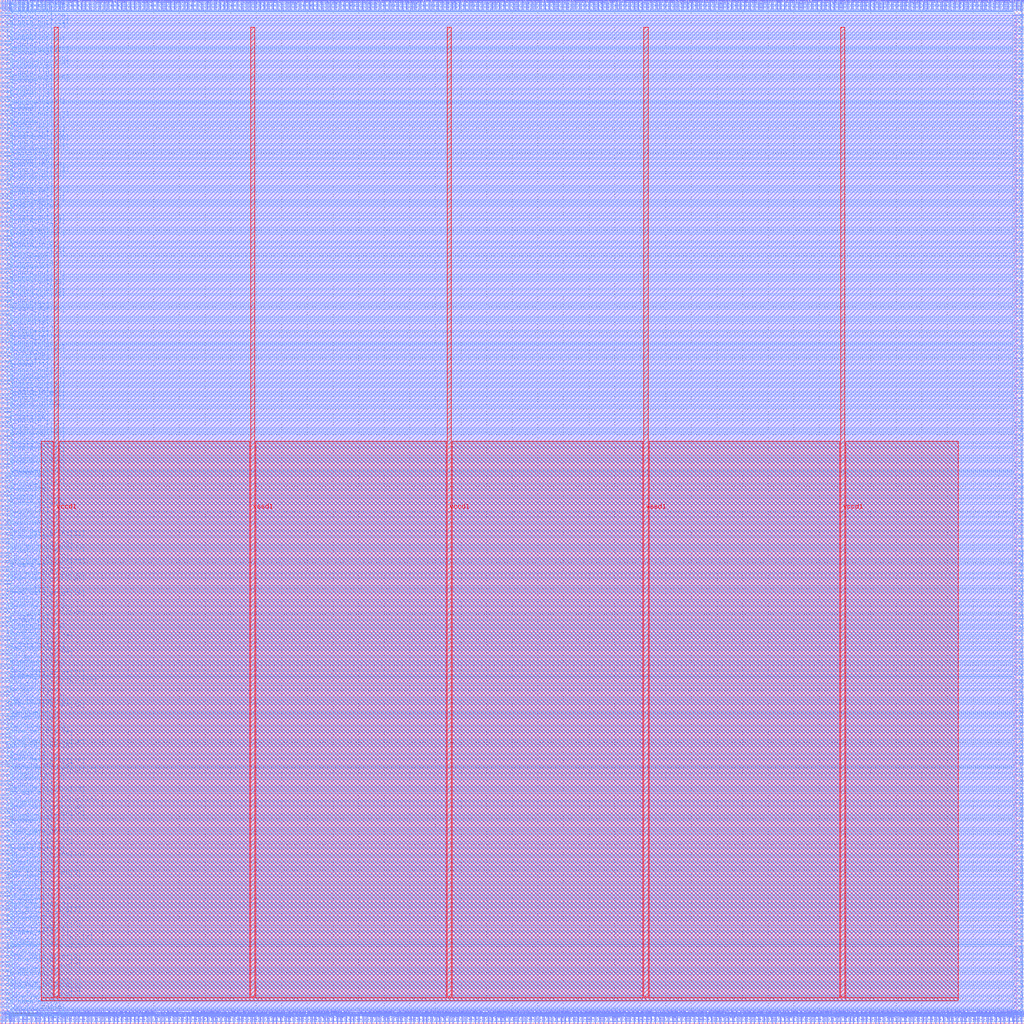
<source format=lef>
VERSION 5.7 ;
  NOWIREEXTENSIONATPIN ON ;
  DIVIDERCHAR "/" ;
  BUSBITCHARS "[]" ;
MACRO chip_controller
  CLASS BLOCK ;
  FOREIGN chip_controller ;
  ORIGIN 0.000 0.000 ;
  SIZE 400.000 BY 400.000 ;
  PIN addr0_to_sram[0]
    DIRECTION OUTPUT TRISTATE ;
    USE SIGNAL ;
    PORT
      LAYER met3 ;
        RECT 0.000 0.720 4.000 1.320 ;
    END
  END addr0_to_sram[0]
  PIN addr0_to_sram[10]
    DIRECTION OUTPUT TRISTATE ;
    USE SIGNAL ;
    PORT
      LAYER met3 ;
        RECT 396.000 63.280 400.000 63.880 ;
    END
  END addr0_to_sram[10]
  PIN addr0_to_sram[11]
    DIRECTION OUTPUT TRISTATE ;
    USE SIGNAL ;
    PORT
      LAYER met3 ;
        RECT 0.000 69.400 4.000 70.000 ;
    END
  END addr0_to_sram[11]
  PIN addr0_to_sram[12]
    DIRECTION OUTPUT TRISTATE ;
    USE SIGNAL ;
    PORT
      LAYER met2 ;
        RECT 98.070 0.000 98.350 4.000 ;
    END
  END addr0_to_sram[12]
  PIN addr0_to_sram[13]
    DIRECTION OUTPUT TRISTATE ;
    USE SIGNAL ;
    PORT
      LAYER met3 ;
        RECT 396.000 78.920 400.000 79.520 ;
    END
  END addr0_to_sram[13]
  PIN addr0_to_sram[14]
    DIRECTION OUTPUT TRISTATE ;
    USE SIGNAL ;
    PORT
      LAYER met3 ;
        RECT 0.000 98.640 4.000 99.240 ;
    END
  END addr0_to_sram[14]
  PIN addr0_to_sram[15]
    DIRECTION OUTPUT TRISTATE ;
    USE SIGNAL ;
    PORT
      LAYER met3 ;
        RECT 0.000 106.120 4.000 106.720 ;
    END
  END addr0_to_sram[15]
  PIN addr0_to_sram[16]
    DIRECTION OUTPUT TRISTATE ;
    USE SIGNAL ;
    PORT
      LAYER met3 ;
        RECT 0.000 111.560 4.000 112.160 ;
    END
  END addr0_to_sram[16]
  PIN addr0_to_sram[17]
    DIRECTION OUTPUT TRISTATE ;
    USE SIGNAL ;
    PORT
      LAYER met2 ;
        RECT 122.910 0.000 123.190 4.000 ;
    END
  END addr0_to_sram[17]
  PIN addr0_to_sram[18]
    DIRECTION OUTPUT TRISTATE ;
    USE SIGNAL ;
    PORT
      LAYER met3 ;
        RECT 396.000 112.240 400.000 112.840 ;
    END
  END addr0_to_sram[18]
  PIN addr0_to_sram[19]
    DIRECTION OUTPUT TRISTATE ;
    USE SIGNAL ;
    PORT
      LAYER met2 ;
        RECT 136.710 0.000 136.990 4.000 ;
    END
  END addr0_to_sram[19]
  PIN addr0_to_sram[1]
    DIRECTION OUTPUT TRISTATE ;
    USE SIGNAL ;
    PORT
      LAYER met3 ;
        RECT 0.000 7.520 4.000 8.120 ;
    END
  END addr0_to_sram[1]
  PIN addr0_to_sram[2]
    DIRECTION OUTPUT TRISTATE ;
    USE SIGNAL ;
    PORT
      LAYER met2 ;
        RECT 16.190 396.000 16.470 400.000 ;
    END
  END addr0_to_sram[2]
  PIN addr0_to_sram[3]
    DIRECTION OUTPUT TRISTATE ;
    USE SIGNAL ;
    PORT
      LAYER met3 ;
        RECT 396.000 21.120 400.000 21.720 ;
    END
  END addr0_to_sram[3]
  PIN addr0_to_sram[4]
    DIRECTION OUTPUT TRISTATE ;
    USE SIGNAL ;
    PORT
      LAYER met2 ;
        RECT 44.250 0.000 44.530 4.000 ;
    END
  END addr0_to_sram[4]
  PIN addr0_to_sram[5]
    DIRECTION OUTPUT TRISTATE ;
    USE SIGNAL ;
    PORT
      LAYER met2 ;
        RECT 52.530 0.000 52.810 4.000 ;
    END
  END addr0_to_sram[5]
  PIN addr0_to_sram[6]
    DIRECTION OUTPUT TRISTATE ;
    USE SIGNAL ;
    PORT
      LAYER met3 ;
        RECT 0.000 34.720 4.000 35.320 ;
    END
  END addr0_to_sram[6]
  PIN addr0_to_sram[7]
    DIRECTION OUTPUT TRISTATE ;
    USE SIGNAL ;
    PORT
      LAYER met3 ;
        RECT 0.000 40.160 4.000 40.760 ;
    END
  END addr0_to_sram[7]
  PIN addr0_to_sram[8]
    DIRECTION OUTPUT TRISTATE ;
    USE SIGNAL ;
    PORT
      LAYER met2 ;
        RECT 56.210 396.000 56.490 400.000 ;
    END
  END addr0_to_sram[8]
  PIN addr0_to_sram[9]
    DIRECTION OUTPUT TRISTATE ;
    USE SIGNAL ;
    PORT
      LAYER met2 ;
        RECT 68.170 396.000 68.450 400.000 ;
    END
  END addr0_to_sram[9]
  PIN addr_in[0]
    DIRECTION INPUT ;
    USE SIGNAL ;
    PORT
      LAYER met3 ;
        RECT 396.000 4.800 400.000 5.400 ;
    END
  END addr_in[0]
  PIN addr_in[10]
    DIRECTION INPUT ;
    USE SIGNAL ;
    PORT
      LAYER met3 ;
        RECT 0.000 61.920 4.000 62.520 ;
    END
  END addr_in[10]
  PIN addr_in[11]
    DIRECTION INPUT ;
    USE SIGNAL ;
    PORT
      LAYER met3 ;
        RECT 0.000 71.440 4.000 72.040 ;
    END
  END addr_in[11]
  PIN addr_in[12]
    DIRECTION INPUT ;
    USE SIGNAL ;
    PORT
      LAYER met2 ;
        RECT 99.450 0.000 99.730 4.000 ;
    END
  END addr_in[12]
  PIN addr_in[13]
    DIRECTION INPUT ;
    USE SIGNAL ;
    PORT
      LAYER met2 ;
        RECT 92.550 396.000 92.830 400.000 ;
    END
  END addr_in[13]
  PIN addr_in[14]
    DIRECTION INPUT ;
    USE SIGNAL ;
    PORT
      LAYER met2 ;
        RECT 97.610 396.000 97.890 400.000 ;
    END
  END addr_in[14]
  PIN addr_in[15]
    DIRECTION INPUT ;
    USE SIGNAL ;
    PORT
      LAYER met3 ;
        RECT 396.000 89.800 400.000 90.400 ;
    END
  END addr_in[15]
  PIN addr_in[16]
    DIRECTION INPUT ;
    USE SIGNAL ;
    PORT
      LAYER met2 ;
        RECT 117.850 0.000 118.130 4.000 ;
    END
  END addr_in[16]
  PIN addr_in[17]
    DIRECTION INPUT ;
    USE SIGNAL ;
    PORT
      LAYER met3 ;
        RECT 0.000 118.360 4.000 118.960 ;
    END
  END addr_in[17]
  PIN addr_in[18]
    DIRECTION INPUT ;
    USE SIGNAL ;
    PORT
      LAYER met2 ;
        RECT 125.670 396.000 125.950 400.000 ;
    END
  END addr_in[18]
  PIN addr_in[19]
    DIRECTION INPUT ;
    USE SIGNAL ;
    PORT
      LAYER met2 ;
        RECT 138.090 0.000 138.370 4.000 ;
    END
  END addr_in[19]
  PIN addr_in[1]
    DIRECTION INPUT ;
    USE SIGNAL ;
    PORT
      LAYER met3 ;
        RECT 396.000 12.960 400.000 13.560 ;
    END
  END addr_in[1]
  PIN addr_in[2]
    DIRECTION INPUT ;
    USE SIGNAL ;
    PORT
      LAYER met3 ;
        RECT 396.000 14.320 400.000 14.920 ;
    END
  END addr_in[2]
  PIN addr_in[3]
    DIRECTION INPUT ;
    USE SIGNAL ;
    PORT
      LAYER met2 ;
        RECT 35.510 0.000 35.790 4.000 ;
    END
  END addr_in[3]
  PIN addr_in[4]
    DIRECTION INPUT ;
    USE SIGNAL ;
    PORT
      LAYER met2 ;
        RECT 45.630 0.000 45.910 4.000 ;
    END
  END addr_in[4]
  PIN addr_in[5]
    DIRECTION INPUT ;
    USE SIGNAL ;
    PORT
      LAYER met2 ;
        RECT 40.570 396.000 40.850 400.000 ;
    END
  END addr_in[5]
  PIN addr_in[6]
    DIRECTION INPUT ;
    USE SIGNAL ;
    PORT
      LAYER met3 ;
        RECT 396.000 41.520 400.000 42.120 ;
    END
  END addr_in[6]
  PIN addr_in[7]
    DIRECTION INPUT ;
    USE SIGNAL ;
    PORT
      LAYER met2 ;
        RECT 50.690 396.000 50.970 400.000 ;
    END
  END addr_in[7]
  PIN addr_in[8]
    DIRECTION INPUT ;
    USE SIGNAL ;
    PORT
      LAYER met2 ;
        RECT 57.590 396.000 57.870 400.000 ;
    END
  END addr_in[8]
  PIN addr_in[9]
    DIRECTION INPUT ;
    USE SIGNAL ;
    PORT
      LAYER met3 ;
        RECT 0.000 55.120 4.000 55.720 ;
    END
  END addr_in[9]
  PIN addr_to_core_mem[0]
    DIRECTION OUTPUT TRISTATE ;
    USE SIGNAL ;
    PORT
      LAYER met3 ;
        RECT 0.000 2.080 4.000 2.680 ;
    END
  END addr_to_core_mem[0]
  PIN addr_to_core_mem[10]
    DIRECTION OUTPUT TRISTATE ;
    USE SIGNAL ;
    PORT
      LAYER met3 ;
        RECT 0.000 63.960 4.000 64.560 ;
    END
  END addr_to_core_mem[10]
  PIN addr_to_core_mem[11]
    DIRECTION OUTPUT TRISTATE ;
    USE SIGNAL ;
    PORT
      LAYER met2 ;
        RECT 89.330 0.000 89.610 4.000 ;
    END
  END addr_to_core_mem[11]
  PIN addr_to_core_mem[12]
    DIRECTION OUTPUT TRISTATE ;
    USE SIGNAL ;
    PORT
      LAYER met3 ;
        RECT 0.000 80.280 4.000 80.880 ;
    END
  END addr_to_core_mem[12]
  PIN addr_to_core_mem[13]
    DIRECTION OUTPUT TRISTATE ;
    USE SIGNAL ;
    PORT
      LAYER met3 ;
        RECT 396.000 80.960 400.000 81.560 ;
    END
  END addr_to_core_mem[13]
  PIN addr_to_core_mem[14]
    DIRECTION OUTPUT TRISTATE ;
    USE SIGNAL ;
    PORT
      LAYER met3 ;
        RECT 396.000 82.320 400.000 82.920 ;
    END
  END addr_to_core_mem[14]
  PIN addr_to_core_mem[15]
    DIRECTION OUTPUT TRISTATE ;
    USE SIGNAL ;
    PORT
      LAYER met2 ;
        RECT 104.510 396.000 104.790 400.000 ;
    END
  END addr_to_core_mem[15]
  PIN addr_to_core_mem[16]
    DIRECTION OUTPUT TRISTATE ;
    USE SIGNAL ;
    PORT
      LAYER met2 ;
        RECT 111.870 396.000 112.150 400.000 ;
    END
  END addr_to_core_mem[16]
  PIN addr_to_core_mem[17]
    DIRECTION OUTPUT TRISTATE ;
    USE SIGNAL ;
    PORT
      LAYER met2 ;
        RECT 124.750 0.000 125.030 4.000 ;
    END
  END addr_to_core_mem[17]
  PIN addr_to_core_mem[18]
    DIRECTION OUTPUT TRISTATE ;
    USE SIGNAL ;
    PORT
      LAYER met2 ;
        RECT 131.650 0.000 131.930 4.000 ;
    END
  END addr_to_core_mem[18]
  PIN addr_to_core_mem[19]
    DIRECTION OUTPUT TRISTATE ;
    USE SIGNAL ;
    PORT
      LAYER met2 ;
        RECT 130.730 396.000 131.010 400.000 ;
    END
  END addr_to_core_mem[19]
  PIN addr_to_core_mem[1]
    DIRECTION OUTPUT TRISTATE ;
    USE SIGNAL ;
    PORT
      LAYER met3 ;
        RECT 0.000 9.560 4.000 10.160 ;
    END
  END addr_to_core_mem[1]
  PIN addr_to_core_mem[2]
    DIRECTION OUTPUT TRISTATE ;
    USE SIGNAL ;
    PORT
      LAYER met3 ;
        RECT 0.000 20.440 4.000 21.040 ;
    END
  END addr_to_core_mem[2]
  PIN addr_to_core_mem[3]
    DIRECTION OUTPUT TRISTATE ;
    USE SIGNAL ;
    PORT
      LAYER met2 ;
        RECT 28.150 396.000 28.430 400.000 ;
    END
  END addr_to_core_mem[3]
  PIN addr_to_core_mem[4]
    DIRECTION OUTPUT TRISTATE ;
    USE SIGNAL ;
    PORT
      LAYER met2 ;
        RECT 35.050 396.000 35.330 400.000 ;
    END
  END addr_to_core_mem[4]
  PIN addr_to_core_mem[5]
    DIRECTION OUTPUT TRISTATE ;
    USE SIGNAL ;
    PORT
      LAYER met2 ;
        RECT 53.910 0.000 54.190 4.000 ;
    END
  END addr_to_core_mem[5]
  PIN addr_to_core_mem[6]
    DIRECTION OUTPUT TRISTATE ;
    USE SIGNAL ;
    PORT
      LAYER met3 ;
        RECT 396.000 42.880 400.000 43.480 ;
    END
  END addr_to_core_mem[6]
  PIN addr_to_core_mem[7]
    DIRECTION OUTPUT TRISTATE ;
    USE SIGNAL ;
    PORT
      LAYER met3 ;
        RECT 396.000 49.000 400.000 49.600 ;
    END
  END addr_to_core_mem[7]
  PIN addr_to_core_mem[8]
    DIRECTION OUTPUT TRISTATE ;
    USE SIGNAL ;
    PORT
      LAYER met2 ;
        RECT 74.150 0.000 74.430 4.000 ;
    END
  END addr_to_core_mem[8]
  PIN addr_to_core_mem[9]
    DIRECTION OUTPUT TRISTATE ;
    USE SIGNAL ;
    PORT
      LAYER met3 ;
        RECT 0.000 56.480 4.000 57.080 ;
    END
  END addr_to_core_mem[9]
  PIN clk
    DIRECTION OUTPUT TRISTATE ;
    USE SIGNAL ;
    PORT
      LAYER met2 ;
        RECT 3.770 0.000 4.050 4.000 ;
    END
  END clk
  PIN core0_data_print[0]
    DIRECTION INPUT ;
    USE SIGNAL ;
    PORT
      LAYER met3 ;
        RECT 396.000 6.840 400.000 7.440 ;
    END
  END core0_data_print[0]
  PIN core0_data_print[10]
    DIRECTION INPUT ;
    USE SIGNAL ;
    PORT
      LAYER met3 ;
        RECT 396.000 64.640 400.000 65.240 ;
    END
  END core0_data_print[10]
  PIN core0_data_print[11]
    DIRECTION INPUT ;
    USE SIGNAL ;
    PORT
      LAYER met3 ;
        RECT 0.000 72.800 4.000 73.400 ;
    END
  END core0_data_print[11]
  PIN core0_data_print[12]
    DIRECTION INPUT ;
    USE SIGNAL ;
    PORT
      LAYER met3 ;
        RECT 0.000 82.320 4.000 82.920 ;
    END
  END core0_data_print[12]
  PIN core0_data_print[13]
    DIRECTION INPUT ;
    USE SIGNAL ;
    PORT
      LAYER met2 ;
        RECT 94.390 396.000 94.670 400.000 ;
    END
  END core0_data_print[13]
  PIN core0_data_print[14]
    DIRECTION INPUT ;
    USE SIGNAL ;
    PORT
      LAYER met3 ;
        RECT 0.000 100.680 4.000 101.280 ;
    END
  END core0_data_print[14]
  PIN core0_data_print[15]
    DIRECTION INPUT ;
    USE SIGNAL ;
    PORT
      LAYER met3 ;
        RECT 0.000 107.480 4.000 108.080 ;
    END
  END core0_data_print[15]
  PIN core0_data_print[16]
    DIRECTION INPUT ;
    USE SIGNAL ;
    PORT
      LAYER met2 ;
        RECT 119.690 0.000 119.970 4.000 ;
    END
  END core0_data_print[16]
  PIN core0_data_print[17]
    DIRECTION INPUT ;
    USE SIGNAL ;
    PORT
      LAYER met2 ;
        RECT 118.770 396.000 119.050 400.000 ;
    END
  END core0_data_print[17]
  PIN core0_data_print[18]
    DIRECTION INPUT ;
    USE SIGNAL ;
    PORT
      LAYER met3 ;
        RECT 396.000 113.600 400.000 114.200 ;
    END
  END core0_data_print[18]
  PIN core0_data_print[19]
    DIRECTION INPUT ;
    USE SIGNAL ;
    PORT
      LAYER met2 ;
        RECT 132.570 396.000 132.850 400.000 ;
    END
  END core0_data_print[19]
  PIN core0_data_print[1]
    DIRECTION INPUT ;
    USE SIGNAL ;
    PORT
      LAYER met3 ;
        RECT 0.000 11.600 4.000 12.200 ;
    END
  END core0_data_print[1]
  PIN core0_data_print[20]
    DIRECTION INPUT ;
    USE SIGNAL ;
    PORT
      LAYER met2 ;
        RECT 144.990 0.000 145.270 4.000 ;
    END
  END core0_data_print[20]
  PIN core0_data_print[21]
    DIRECTION INPUT ;
    USE SIGNAL ;
    PORT
      LAYER met3 ;
        RECT 0.000 134.680 4.000 135.280 ;
    END
  END core0_data_print[21]
  PIN core0_data_print[22]
    DIRECTION INPUT ;
    USE SIGNAL ;
    PORT
      LAYER met2 ;
        RECT 155.110 0.000 155.390 4.000 ;
    END
  END core0_data_print[22]
  PIN core0_data_print[23]
    DIRECTION INPUT ;
    USE SIGNAL ;
    PORT
      LAYER met3 ;
        RECT 396.000 136.040 400.000 136.640 ;
    END
  END core0_data_print[23]
  PIN core0_data_print[24]
    DIRECTION INPUT ;
    USE SIGNAL ;
    PORT
      LAYER met2 ;
        RECT 163.390 0.000 163.670 4.000 ;
    END
  END core0_data_print[24]
  PIN core0_data_print[25]
    DIRECTION INPUT ;
    USE SIGNAL ;
    PORT
      LAYER met3 ;
        RECT 0.000 158.480 4.000 159.080 ;
    END
  END core0_data_print[25]
  PIN core0_data_print[26]
    DIRECTION INPUT ;
    USE SIGNAL ;
    PORT
      LAYER met3 ;
        RECT 0.000 165.960 4.000 166.560 ;
    END
  END core0_data_print[26]
  PIN core0_data_print[27]
    DIRECTION INPUT ;
    USE SIGNAL ;
    PORT
      LAYER met3 ;
        RECT 0.000 171.400 4.000 172.000 ;
    END
  END core0_data_print[27]
  PIN core0_data_print[28]
    DIRECTION INPUT ;
    USE SIGNAL ;
    PORT
      LAYER met2 ;
        RECT 183.170 396.000 183.450 400.000 ;
    END
  END core0_data_print[28]
  PIN core0_data_print[29]
    DIRECTION INPUT ;
    USE SIGNAL ;
    PORT
      LAYER met3 ;
        RECT 396.000 163.920 400.000 164.520 ;
    END
  END core0_data_print[29]
  PIN core0_data_print[2]
    DIRECTION INPUT ;
    USE SIGNAL ;
    PORT
      LAYER met3 ;
        RECT 396.000 16.360 400.000 16.960 ;
    END
  END core0_data_print[2]
  PIN core0_data_print[30]
    DIRECTION INPUT ;
    USE SIGNAL ;
    PORT
      LAYER met3 ;
        RECT 396.000 172.080 400.000 172.680 ;
    END
  END core0_data_print[30]
  PIN core0_data_print[31]
    DIRECTION INPUT ;
    USE SIGNAL ;
    PORT
      LAYER met3 ;
        RECT 0.000 189.080 4.000 189.680 ;
    END
  END core0_data_print[31]
  PIN core0_data_print[3]
    DIRECTION INPUT ;
    USE SIGNAL ;
    PORT
      LAYER met3 ;
        RECT 0.000 23.840 4.000 24.440 ;
    END
  END core0_data_print[3]
  PIN core0_data_print[4]
    DIRECTION INPUT ;
    USE SIGNAL ;
    PORT
      LAYER met3 ;
        RECT 396.000 27.240 400.000 27.840 ;
    END
  END core0_data_print[4]
  PIN core0_data_print[5]
    DIRECTION INPUT ;
    USE SIGNAL ;
    PORT
      LAYER met3 ;
        RECT 396.000 33.360 400.000 33.960 ;
    END
  END core0_data_print[5]
  PIN core0_data_print[6]
    DIRECTION INPUT ;
    USE SIGNAL ;
    PORT
      LAYER met3 ;
        RECT 0.000 36.760 4.000 37.360 ;
    END
  END core0_data_print[6]
  PIN core0_data_print[7]
    DIRECTION INPUT ;
    USE SIGNAL ;
    PORT
      LAYER met2 ;
        RECT 69.090 0.000 69.370 4.000 ;
    END
  END core0_data_print[7]
  PIN core0_data_print[8]
    DIRECTION INPUT ;
    USE SIGNAL ;
    PORT
      LAYER met2 ;
        RECT 59.430 396.000 59.710 400.000 ;
    END
  END core0_data_print[8]
  PIN core0_data_print[9]
    DIRECTION INPUT ;
    USE SIGNAL ;
    PORT
      LAYER met2 ;
        RECT 70.010 396.000 70.290 400.000 ;
    END
  END core0_data_print[9]
  PIN csb0_to_sram
    DIRECTION OUTPUT TRISTATE ;
    USE SIGNAL ;
    PORT
      LAYER met3 ;
        RECT 396.000 2.080 400.000 2.680 ;
    END
  END csb0_to_sram
  PIN data_out_to_core[0]
    DIRECTION OUTPUT TRISTATE ;
    USE SIGNAL ;
    PORT
      LAYER met2 ;
        RECT 25.390 0.000 25.670 4.000 ;
    END
  END data_out_to_core[0]
  PIN data_out_to_core[10]
    DIRECTION OUTPUT TRISTATE ;
    USE SIGNAL ;
    PORT
      LAYER met2 ;
        RECT 75.070 396.000 75.350 400.000 ;
    END
  END data_out_to_core[10]
  PIN data_out_to_core[11]
    DIRECTION OUTPUT TRISTATE ;
    USE SIGNAL ;
    PORT
      LAYER met2 ;
        RECT 91.170 0.000 91.450 4.000 ;
    END
  END data_out_to_core[11]
  PIN data_out_to_core[12]
    DIRECTION OUTPUT TRISTATE ;
    USE SIGNAL ;
    PORT
      LAYER met3 ;
        RECT 396.000 74.160 400.000 74.760 ;
    END
  END data_out_to_core[12]
  PIN data_out_to_core[13]
    DIRECTION OUTPUT TRISTATE ;
    USE SIGNAL ;
    PORT
      LAYER met3 ;
        RECT 0.000 89.120 4.000 89.720 ;
    END
  END data_out_to_core[13]
  PIN data_out_to_core[14]
    DIRECTION OUTPUT TRISTATE ;
    USE SIGNAL ;
    PORT
      LAYER met2 ;
        RECT 99.450 396.000 99.730 400.000 ;
    END
  END data_out_to_core[14]
  PIN data_out_to_core[15]
    DIRECTION OUTPUT TRISTATE ;
    USE SIGNAL ;
    PORT
      LAYER met2 ;
        RECT 106.350 396.000 106.630 400.000 ;
    END
  END data_out_to_core[15]
  PIN data_out_to_core[16]
    DIRECTION OUTPUT TRISTATE ;
    USE SIGNAL ;
    PORT
      LAYER met3 ;
        RECT 396.000 99.320 400.000 99.920 ;
    END
  END data_out_to_core[16]
  PIN data_out_to_core[17]
    DIRECTION OUTPUT TRISTATE ;
    USE SIGNAL ;
    PORT
      LAYER met3 ;
        RECT 396.000 106.120 400.000 106.720 ;
    END
  END data_out_to_core[17]
  PIN data_out_to_core[18]
    DIRECTION OUTPUT TRISTATE ;
    USE SIGNAL ;
    PORT
      LAYER met3 ;
        RECT 396.000 114.960 400.000 115.560 ;
    END
  END data_out_to_core[18]
  PIN data_out_to_core[19]
    DIRECTION OUTPUT TRISTATE ;
    USE SIGNAL ;
    PORT
      LAYER met2 ;
        RECT 139.930 0.000 140.210 4.000 ;
    END
  END data_out_to_core[19]
  PIN data_out_to_core[1]
    DIRECTION OUTPUT TRISTATE ;
    USE SIGNAL ;
    PORT
      LAYER met3 ;
        RECT 0.000 12.960 4.000 13.560 ;
    END
  END data_out_to_core[1]
  PIN data_out_to_core[20]
    DIRECTION OUTPUT TRISTATE ;
    USE SIGNAL ;
    PORT
      LAYER met2 ;
        RECT 146.830 0.000 147.110 4.000 ;
    END
  END data_out_to_core[20]
  PIN data_out_to_core[21]
    DIRECTION OUTPUT TRISTATE ;
    USE SIGNAL ;
    PORT
      LAYER met2 ;
        RECT 146.370 396.000 146.650 400.000 ;
    END
  END data_out_to_core[21]
  PIN data_out_to_core[22]
    DIRECTION OUTPUT TRISTATE ;
    USE SIGNAL ;
    PORT
      LAYER met2 ;
        RECT 153.270 396.000 153.550 400.000 ;
    END
  END data_out_to_core[22]
  PIN data_out_to_core[23]
    DIRECTION OUTPUT TRISTATE ;
    USE SIGNAL ;
    PORT
      LAYER met2 ;
        RECT 160.630 396.000 160.910 400.000 ;
    END
  END data_out_to_core[23]
  PIN data_out_to_core[24]
    DIRECTION OUTPUT TRISTATE ;
    USE SIGNAL ;
    PORT
      LAYER met2 ;
        RECT 167.530 396.000 167.810 400.000 ;
    END
  END data_out_to_core[24]
  PIN data_out_to_core[25]
    DIRECTION OUTPUT TRISTATE ;
    USE SIGNAL ;
    PORT
      LAYER met2 ;
        RECT 170.750 396.000 171.030 400.000 ;
    END
  END data_out_to_core[25]
  PIN data_out_to_core[26]
    DIRECTION OUTPUT TRISTATE ;
    USE SIGNAL ;
    PORT
      LAYER met2 ;
        RECT 170.290 0.000 170.570 4.000 ;
    END
  END data_out_to_core[26]
  PIN data_out_to_core[27]
    DIRECTION OUTPUT TRISTATE ;
    USE SIGNAL ;
    PORT
      LAYER met3 ;
        RECT 0.000 172.760 4.000 173.360 ;
    END
  END data_out_to_core[27]
  PIN data_out_to_core[28]
    DIRECTION OUTPUT TRISTATE ;
    USE SIGNAL ;
    PORT
      LAYER met3 ;
        RECT 0.000 178.200 4.000 178.800 ;
    END
  END data_out_to_core[28]
  PIN data_out_to_core[29]
    DIRECTION OUTPUT TRISTATE ;
    USE SIGNAL ;
    PORT
      LAYER met3 ;
        RECT 396.000 165.960 400.000 166.560 ;
    END
  END data_out_to_core[29]
  PIN data_out_to_core[2]
    DIRECTION OUTPUT TRISTATE ;
    USE SIGNAL ;
    PORT
      LAYER met2 ;
        RECT 17.570 396.000 17.850 400.000 ;
    END
  END data_out_to_core[2]
  PIN data_out_to_core[30]
    DIRECTION OUTPUT TRISTATE ;
    USE SIGNAL ;
    PORT
      LAYER met2 ;
        RECT 190.530 0.000 190.810 4.000 ;
    END
  END data_out_to_core[30]
  PIN data_out_to_core[31]
    DIRECTION OUTPUT TRISTATE ;
    USE SIGNAL ;
    PORT
      LAYER met3 ;
        RECT 396.000 178.200 400.000 178.800 ;
    END
  END data_out_to_core[31]
  PIN data_out_to_core[3]
    DIRECTION OUTPUT TRISTATE ;
    USE SIGNAL ;
    PORT
      LAYER met3 ;
        RECT 396.000 22.480 400.000 23.080 ;
    END
  END data_out_to_core[3]
  PIN data_out_to_core[4]
    DIRECTION OUTPUT TRISTATE ;
    USE SIGNAL ;
    PORT
      LAYER met3 ;
        RECT 0.000 27.920 4.000 28.520 ;
    END
  END data_out_to_core[4]
  PIN data_out_to_core[5]
    DIRECTION OUTPUT TRISTATE ;
    USE SIGNAL ;
    PORT
      LAYER met2 ;
        RECT 55.750 0.000 56.030 4.000 ;
    END
  END data_out_to_core[5]
  PIN data_out_to_core[6]
    DIRECTION OUTPUT TRISTATE ;
    USE SIGNAL ;
    PORT
      LAYER met3 ;
        RECT 396.000 44.240 400.000 44.840 ;
    END
  END data_out_to_core[6]
  PIN data_out_to_core[7]
    DIRECTION OUTPUT TRISTATE ;
    USE SIGNAL ;
    PORT
      LAYER met3 ;
        RECT 0.000 42.200 4.000 42.800 ;
    END
  END data_out_to_core[7]
  PIN data_out_to_core[8]
    DIRECTION OUTPUT TRISTATE ;
    USE SIGNAL ;
    PORT
      LAYER met3 ;
        RECT 0.000 51.040 4.000 51.640 ;
    END
  END data_out_to_core[8]
  PIN data_out_to_core[9]
    DIRECTION OUTPUT TRISTATE ;
    USE SIGNAL ;
    PORT
      LAYER met2 ;
        RECT 81.050 0.000 81.330 4.000 ;
    END
  END data_out_to_core[9]
  PIN data_to_core_mem[0]
    DIRECTION OUTPUT TRISTATE ;
    USE SIGNAL ;
    PORT
      LAYER met2 ;
        RECT 0.550 396.000 0.830 400.000 ;
    END
  END data_to_core_mem[0]
  PIN data_to_core_mem[10]
    DIRECTION OUTPUT TRISTATE ;
    USE SIGNAL ;
    PORT
      LAYER met3 ;
        RECT 396.000 66.680 400.000 67.280 ;
    END
  END data_to_core_mem[10]
  PIN data_to_core_mem[11]
    DIRECTION OUTPUT TRISTATE ;
    USE SIGNAL ;
    PORT
      LAYER met2 ;
        RECT 81.970 396.000 82.250 400.000 ;
    END
  END data_to_core_mem[11]
  PIN data_to_core_mem[12]
    DIRECTION OUTPUT TRISTATE ;
    USE SIGNAL ;
    PORT
      LAYER met2 ;
        RECT 85.650 396.000 85.930 400.000 ;
    END
  END data_to_core_mem[12]
  PIN data_to_core_mem[13]
    DIRECTION OUTPUT TRISTATE ;
    USE SIGNAL ;
    PORT
      LAYER met2 ;
        RECT 102.670 0.000 102.950 4.000 ;
    END
  END data_to_core_mem[13]
  PIN data_to_core_mem[14]
    DIRECTION OUTPUT TRISTATE ;
    USE SIGNAL ;
    PORT
      LAYER met3 ;
        RECT 396.000 83.680 400.000 84.280 ;
    END
  END data_to_core_mem[14]
  PIN data_to_core_mem[15]
    DIRECTION OUTPUT TRISTATE ;
    USE SIGNAL ;
    PORT
      LAYER met3 ;
        RECT 396.000 91.840 400.000 92.440 ;
    END
  END data_to_core_mem[15]
  PIN data_to_core_mem[16]
    DIRECTION OUTPUT TRISTATE ;
    USE SIGNAL ;
    PORT
      LAYER met2 ;
        RECT 113.250 396.000 113.530 400.000 ;
    END
  END data_to_core_mem[16]
  PIN data_to_core_mem[17]
    DIRECTION OUTPUT TRISTATE ;
    USE SIGNAL ;
    PORT
      LAYER met3 ;
        RECT 396.000 107.480 400.000 108.080 ;
    END
  END data_to_core_mem[17]
  PIN data_to_core_mem[18]
    DIRECTION OUTPUT TRISTATE ;
    USE SIGNAL ;
    PORT
      LAYER met3 ;
        RECT 0.000 122.440 4.000 123.040 ;
    END
  END data_to_core_mem[18]
  PIN data_to_core_mem[19]
    DIRECTION OUTPUT TRISTATE ;
    USE SIGNAL ;
    PORT
      LAYER met3 ;
        RECT 396.000 118.360 400.000 118.960 ;
    END
  END data_to_core_mem[19]
  PIN data_to_core_mem[1]
    DIRECTION OUTPUT TRISTATE ;
    USE SIGNAL ;
    PORT
      LAYER met3 ;
        RECT 0.000 15.000 4.000 15.600 ;
    END
  END data_to_core_mem[1]
  PIN data_to_core_mem[20]
    DIRECTION OUTPUT TRISTATE ;
    USE SIGNAL ;
    PORT
      LAYER met3 ;
        RECT 396.000 124.480 400.000 125.080 ;
    END
  END data_to_core_mem[20]
  PIN data_to_core_mem[21]
    DIRECTION OUTPUT TRISTATE ;
    USE SIGNAL ;
    PORT
      LAYER met2 ;
        RECT 148.210 396.000 148.490 400.000 ;
    END
  END data_to_core_mem[21]
  PIN data_to_core_mem[22]
    DIRECTION OUTPUT TRISTATE ;
    USE SIGNAL ;
    PORT
      LAYER met2 ;
        RECT 156.490 0.000 156.770 4.000 ;
    END
  END data_to_core_mem[22]
  PIN data_to_core_mem[23]
    DIRECTION OUTPUT TRISTATE ;
    USE SIGNAL ;
    PORT
      LAYER met3 ;
        RECT 396.000 137.400 400.000 138.000 ;
    END
  END data_to_core_mem[23]
  PIN data_to_core_mem[24]
    DIRECTION OUTPUT TRISTATE ;
    USE SIGNAL ;
    PORT
      LAYER met3 ;
        RECT 396.000 143.520 400.000 144.120 ;
    END
  END data_to_core_mem[24]
  PIN data_to_core_mem[25]
    DIRECTION OUTPUT TRISTATE ;
    USE SIGNAL ;
    PORT
      LAYER met2 ;
        RECT 166.610 0.000 166.890 4.000 ;
    END
  END data_to_core_mem[25]
  PIN data_to_core_mem[26]
    DIRECTION OUTPUT TRISTATE ;
    USE SIGNAL ;
    PORT
      LAYER met3 ;
        RECT 396.000 153.040 400.000 153.640 ;
    END
  END data_to_core_mem[26]
  PIN data_to_core_mem[27]
    DIRECTION OUTPUT TRISTATE ;
    USE SIGNAL ;
    PORT
      LAYER met2 ;
        RECT 176.730 0.000 177.010 4.000 ;
    END
  END data_to_core_mem[27]
  PIN data_to_core_mem[28]
    DIRECTION OUTPUT TRISTATE ;
    USE SIGNAL ;
    PORT
      LAYER met2 ;
        RECT 184.550 396.000 184.830 400.000 ;
    END
  END data_to_core_mem[28]
  PIN data_to_core_mem[29]
    DIRECTION OUTPUT TRISTATE ;
    USE SIGNAL ;
    PORT
      LAYER met3 ;
        RECT 0.000 183.640 4.000 184.240 ;
    END
  END data_to_core_mem[29]
  PIN data_to_core_mem[2]
    DIRECTION OUTPUT TRISTATE ;
    USE SIGNAL ;
    PORT
      LAYER met3 ;
        RECT 396.000 17.720 400.000 18.320 ;
    END
  END data_to_core_mem[2]
  PIN data_to_core_mem[30]
    DIRECTION OUTPUT TRISTATE ;
    USE SIGNAL ;
    PORT
      LAYER met2 ;
        RECT 191.910 0.000 192.190 4.000 ;
    END
  END data_to_core_mem[30]
  PIN data_to_core_mem[31]
    DIRECTION OUTPUT TRISTATE ;
    USE SIGNAL ;
    PORT
      LAYER met2 ;
        RECT 200.650 0.000 200.930 4.000 ;
    END
  END data_to_core_mem[31]
  PIN data_to_core_mem[3]
    DIRECTION OUTPUT TRISTATE ;
    USE SIGNAL ;
    PORT
      LAYER met2 ;
        RECT 29.990 396.000 30.270 400.000 ;
    END
  END data_to_core_mem[3]
  PIN data_to_core_mem[4]
    DIRECTION OUTPUT TRISTATE ;
    USE SIGNAL ;
    PORT
      LAYER met2 ;
        RECT 36.890 396.000 37.170 400.000 ;
    END
  END data_to_core_mem[4]
  PIN data_to_core_mem[5]
    DIRECTION OUTPUT TRISTATE ;
    USE SIGNAL ;
    PORT
      LAYER met2 ;
        RECT 41.950 396.000 42.230 400.000 ;
    END
  END data_to_core_mem[5]
  PIN data_to_core_mem[6]
    DIRECTION OUTPUT TRISTATE ;
    USE SIGNAL ;
    PORT
      LAYER met2 ;
        RECT 62.650 0.000 62.930 4.000 ;
    END
  END data_to_core_mem[6]
  PIN data_to_core_mem[7]
    DIRECTION OUTPUT TRISTATE ;
    USE SIGNAL ;
    PORT
      LAYER met3 ;
        RECT 396.000 51.040 400.000 51.640 ;
    END
  END data_to_core_mem[7]
  PIN data_to_core_mem[8]
    DIRECTION OUTPUT TRISTATE ;
    USE SIGNAL ;
    PORT
      LAYER met3 ;
        RECT 396.000 53.760 400.000 54.360 ;
    END
  END data_to_core_mem[8]
  PIN data_to_core_mem[9]
    DIRECTION OUTPUT TRISTATE ;
    USE SIGNAL ;
    PORT
      LAYER met2 ;
        RECT 82.890 0.000 83.170 4.000 ;
    END
  END data_to_core_mem[9]
  PIN din0_to_sram[0]
    DIRECTION OUTPUT TRISTATE ;
    USE SIGNAL ;
    PORT
      LAYER met3 ;
        RECT 0.000 4.120 4.000 4.720 ;
    END
  END din0_to_sram[0]
  PIN din0_to_sram[10]
    DIRECTION OUTPUT TRISTATE ;
    USE SIGNAL ;
    PORT
      LAYER met2 ;
        RECT 76.910 396.000 77.190 400.000 ;
    END
  END din0_to_sram[10]
  PIN din0_to_sram[11]
    DIRECTION OUTPUT TRISTATE ;
    USE SIGNAL ;
    PORT
      LAYER met3 ;
        RECT 0.000 74.840 4.000 75.440 ;
    END
  END din0_to_sram[11]
  PIN din0_to_sram[12]
    DIRECTION OUTPUT TRISTATE ;
    USE SIGNAL ;
    PORT
      LAYER met2 ;
        RECT 87.490 396.000 87.770 400.000 ;
    END
  END din0_to_sram[12]
  PIN din0_to_sram[13]
    DIRECTION OUTPUT TRISTATE ;
    USE SIGNAL ;
    PORT
      LAYER met2 ;
        RECT 104.510 0.000 104.790 4.000 ;
    END
  END din0_to_sram[13]
  PIN din0_to_sram[14]
    DIRECTION OUTPUT TRISTATE ;
    USE SIGNAL ;
    PORT
      LAYER met3 ;
        RECT 396.000 85.720 400.000 86.320 ;
    END
  END din0_to_sram[14]
  PIN din0_to_sram[15]
    DIRECTION OUTPUT TRISTATE ;
    USE SIGNAL ;
    PORT
      LAYER met2 ;
        RECT 108.190 396.000 108.470 400.000 ;
    END
  END din0_to_sram[15]
  PIN din0_to_sram[16]
    DIRECTION OUTPUT TRISTATE ;
    USE SIGNAL ;
    PORT
      LAYER met3 ;
        RECT 0.000 112.920 4.000 113.520 ;
    END
  END din0_to_sram[16]
  PIN din0_to_sram[17]
    DIRECTION OUTPUT TRISTATE ;
    USE SIGNAL ;
    PORT
      LAYER met2 ;
        RECT 126.590 0.000 126.870 4.000 ;
    END
  END din0_to_sram[17]
  PIN din0_to_sram[18]
    DIRECTION OUTPUT TRISTATE ;
    USE SIGNAL ;
    PORT
      LAYER met3 ;
        RECT 0.000 123.800 4.000 124.400 ;
    END
  END din0_to_sram[18]
  PIN din0_to_sram[19]
    DIRECTION OUTPUT TRISTATE ;
    USE SIGNAL ;
    PORT
      LAYER met3 ;
        RECT 396.000 119.720 400.000 120.320 ;
    END
  END din0_to_sram[19]
  PIN din0_to_sram[1]
    DIRECTION OUTPUT TRISTATE ;
    USE SIGNAL ;
    PORT
      LAYER met2 ;
        RECT 27.230 0.000 27.510 4.000 ;
    END
  END din0_to_sram[1]
  PIN din0_to_sram[20]
    DIRECTION OUTPUT TRISTATE ;
    USE SIGNAL ;
    PORT
      LAYER met2 ;
        RECT 148.210 0.000 148.490 4.000 ;
    END
  END din0_to_sram[20]
  PIN din0_to_sram[21]
    DIRECTION OUTPUT TRISTATE ;
    USE SIGNAL ;
    PORT
      LAYER met3 ;
        RECT 396.000 129.240 400.000 129.840 ;
    END
  END din0_to_sram[21]
  PIN din0_to_sram[22]
    DIRECTION OUTPUT TRISTATE ;
    USE SIGNAL ;
    PORT
      LAYER met2 ;
        RECT 158.330 0.000 158.610 4.000 ;
    END
  END din0_to_sram[22]
  PIN din0_to_sram[23]
    DIRECTION OUTPUT TRISTATE ;
    USE SIGNAL ;
    PORT
      LAYER met3 ;
        RECT 0.000 144.200 4.000 144.800 ;
    END
  END din0_to_sram[23]
  PIN din0_to_sram[24]
    DIRECTION OUTPUT TRISTATE ;
    USE SIGNAL ;
    PORT
      LAYER met2 ;
        RECT 165.230 0.000 165.510 4.000 ;
    END
  END din0_to_sram[24]
  PIN din0_to_sram[25]
    DIRECTION OUTPUT TRISTATE ;
    USE SIGNAL ;
    PORT
      LAYER met2 ;
        RECT 172.590 396.000 172.870 400.000 ;
    END
  END din0_to_sram[25]
  PIN din0_to_sram[26]
    DIRECTION OUTPUT TRISTATE ;
    USE SIGNAL ;
    PORT
      LAYER met2 ;
        RECT 171.670 0.000 171.950 4.000 ;
    END
  END din0_to_sram[26]
  PIN din0_to_sram[27]
    DIRECTION OUTPUT TRISTATE ;
    USE SIGNAL ;
    PORT
      LAYER met3 ;
        RECT 396.000 156.440 400.000 157.040 ;
    END
  END din0_to_sram[27]
  PIN din0_to_sram[28]
    DIRECTION OUTPUT TRISTATE ;
    USE SIGNAL ;
    PORT
      LAYER met3 ;
        RECT 0.000 180.240 4.000 180.840 ;
    END
  END din0_to_sram[28]
  PIN din0_to_sram[29]
    DIRECTION OUTPUT TRISTATE ;
    USE SIGNAL ;
    PORT
      LAYER met3 ;
        RECT 396.000 167.320 400.000 167.920 ;
    END
  END din0_to_sram[29]
  PIN din0_to_sram[2]
    DIRECTION OUTPUT TRISTATE ;
    USE SIGNAL ;
    PORT
      LAYER met2 ;
        RECT 19.410 396.000 19.690 400.000 ;
    END
  END din0_to_sram[2]
  PIN din0_to_sram[30]
    DIRECTION OUTPUT TRISTATE ;
    USE SIGNAL ;
    PORT
      LAYER met2 ;
        RECT 193.750 0.000 194.030 4.000 ;
    END
  END din0_to_sram[30]
  PIN din0_to_sram[31]
    DIRECTION OUTPUT TRISTATE ;
    USE SIGNAL ;
    PORT
      LAYER met3 ;
        RECT 396.000 179.560 400.000 180.160 ;
    END
  END din0_to_sram[31]
  PIN din0_to_sram[3]
    DIRECTION OUTPUT TRISTATE ;
    USE SIGNAL ;
    PORT
      LAYER met3 ;
        RECT 396.000 23.840 400.000 24.440 ;
    END
  END din0_to_sram[3]
  PIN din0_to_sram[4]
    DIRECTION OUTPUT TRISTATE ;
    USE SIGNAL ;
    PORT
      LAYER met2 ;
        RECT 38.730 396.000 39.010 400.000 ;
    END
  END din0_to_sram[4]
  PIN din0_to_sram[5]
    DIRECTION OUTPUT TRISTATE ;
    USE SIGNAL ;
    PORT
      LAYER met2 ;
        RECT 57.590 0.000 57.870 4.000 ;
    END
  END din0_to_sram[5]
  PIN din0_to_sram[6]
    DIRECTION OUTPUT TRISTATE ;
    USE SIGNAL ;
    PORT
      LAYER met2 ;
        RECT 64.030 0.000 64.310 4.000 ;
    END
  END din0_to_sram[6]
  PIN din0_to_sram[7]
    DIRECTION OUTPUT TRISTATE ;
    USE SIGNAL ;
    PORT
      LAYER met3 ;
        RECT 396.000 52.400 400.000 53.000 ;
    END
  END din0_to_sram[7]
  PIN din0_to_sram[8]
    DIRECTION OUTPUT TRISTATE ;
    USE SIGNAL ;
    PORT
      LAYER met2 ;
        RECT 75.990 0.000 76.270 4.000 ;
    END
  END din0_to_sram[8]
  PIN din0_to_sram[9]
    DIRECTION OUTPUT TRISTATE ;
    USE SIGNAL ;
    PORT
      LAYER met3 ;
        RECT 396.000 57.160 400.000 57.760 ;
    END
  END din0_to_sram[9]
  PIN dout0_to_sram[0]
    DIRECTION INPUT ;
    USE SIGNAL ;
    PORT
      LAYER met3 ;
        RECT 396.000 8.200 400.000 8.800 ;
    END
  END dout0_to_sram[0]
  PIN dout0_to_sram[10]
    DIRECTION INPUT ;
    USE SIGNAL ;
    PORT
      LAYER met2 ;
        RECT 78.750 396.000 79.030 400.000 ;
    END
  END dout0_to_sram[10]
  PIN dout0_to_sram[11]
    DIRECTION INPUT ;
    USE SIGNAL ;
    PORT
      LAYER met3 ;
        RECT 396.000 71.440 400.000 72.040 ;
    END
  END dout0_to_sram[11]
  PIN dout0_to_sram[12]
    DIRECTION INPUT ;
    USE SIGNAL ;
    PORT
      LAYER met3 ;
        RECT 396.000 76.200 400.000 76.800 ;
    END
  END dout0_to_sram[12]
  PIN dout0_to_sram[13]
    DIRECTION INPUT ;
    USE SIGNAL ;
    PORT
      LAYER met2 ;
        RECT 106.350 0.000 106.630 4.000 ;
    END
  END dout0_to_sram[13]
  PIN dout0_to_sram[14]
    DIRECTION INPUT ;
    USE SIGNAL ;
    PORT
      LAYER met3 ;
        RECT 396.000 87.080 400.000 87.680 ;
    END
  END dout0_to_sram[14]
  PIN dout0_to_sram[15]
    DIRECTION INPUT ;
    USE SIGNAL ;
    PORT
      LAYER met3 ;
        RECT 396.000 93.200 400.000 93.800 ;
    END
  END dout0_to_sram[15]
  PIN dout0_to_sram[16]
    DIRECTION INPUT ;
    USE SIGNAL ;
    PORT
      LAYER met3 ;
        RECT 396.000 101.360 400.000 101.960 ;
    END
  END dout0_to_sram[16]
  PIN dout0_to_sram[17]
    DIRECTION INPUT ;
    USE SIGNAL ;
    PORT
      LAYER met2 ;
        RECT 120.610 396.000 120.890 400.000 ;
    END
  END dout0_to_sram[17]
  PIN dout0_to_sram[18]
    DIRECTION INPUT ;
    USE SIGNAL ;
    PORT
      LAYER met2 ;
        RECT 133.030 0.000 133.310 4.000 ;
    END
  END dout0_to_sram[18]
  PIN dout0_to_sram[19]
    DIRECTION INPUT ;
    USE SIGNAL ;
    PORT
      LAYER met2 ;
        RECT 134.410 396.000 134.690 400.000 ;
    END
  END dout0_to_sram[19]
  PIN dout0_to_sram[1]
    DIRECTION INPUT ;
    USE SIGNAL ;
    PORT
      LAYER met2 ;
        RECT 8.830 396.000 9.110 400.000 ;
    END
  END dout0_to_sram[1]
  PIN dout0_to_sram[20]
    DIRECTION INPUT ;
    USE SIGNAL ;
    PORT
      LAYER met2 ;
        RECT 139.470 396.000 139.750 400.000 ;
    END
  END dout0_to_sram[20]
  PIN dout0_to_sram[21]
    DIRECTION INPUT ;
    USE SIGNAL ;
    PORT
      LAYER met2 ;
        RECT 151.430 0.000 151.710 4.000 ;
    END
  END dout0_to_sram[21]
  PIN dout0_to_sram[22]
    DIRECTION INPUT ;
    USE SIGNAL ;
    PORT
      LAYER met3 ;
        RECT 0.000 142.160 4.000 142.760 ;
    END
  END dout0_to_sram[22]
  PIN dout0_to_sram[23]
    DIRECTION INPUT ;
    USE SIGNAL ;
    PORT
      LAYER met2 ;
        RECT 162.010 396.000 162.290 400.000 ;
    END
  END dout0_to_sram[23]
  PIN dout0_to_sram[24]
    DIRECTION INPUT ;
    USE SIGNAL ;
    PORT
      LAYER met3 ;
        RECT 0.000 149.640 4.000 150.240 ;
    END
  END dout0_to_sram[24]
  PIN dout0_to_sram[25]
    DIRECTION INPUT ;
    USE SIGNAL ;
    PORT
      LAYER met3 ;
        RECT 0.000 160.520 4.000 161.120 ;
    END
  END dout0_to_sram[25]
  PIN dout0_to_sram[26]
    DIRECTION INPUT ;
    USE SIGNAL ;
    PORT
      LAYER met2 ;
        RECT 173.510 0.000 173.790 4.000 ;
    END
  END dout0_to_sram[26]
  PIN dout0_to_sram[27]
    DIRECTION INPUT ;
    USE SIGNAL ;
    PORT
      LAYER met3 ;
        RECT 0.000 174.800 4.000 175.400 ;
    END
  END dout0_to_sram[27]
  PIN dout0_to_sram[28]
    DIRECTION INPUT ;
    USE SIGNAL ;
    PORT
      LAYER met2 ;
        RECT 186.390 396.000 186.670 400.000 ;
    END
  END dout0_to_sram[28]
  PIN dout0_to_sram[29]
    DIRECTION INPUT ;
    USE SIGNAL ;
    PORT
      LAYER met3 ;
        RECT 0.000 185.680 4.000 186.280 ;
    END
  END dout0_to_sram[29]
  PIN dout0_to_sram[2]
    DIRECTION INPUT ;
    USE SIGNAL ;
    PORT
      LAYER met3 ;
        RECT 396.000 19.080 400.000 19.680 ;
    END
  END dout0_to_sram[2]
  PIN dout0_to_sram[30]
    DIRECTION INPUT ;
    USE SIGNAL ;
    PORT
      LAYER met2 ;
        RECT 195.130 396.000 195.410 400.000 ;
    END
  END dout0_to_sram[30]
  PIN dout0_to_sram[31]
    DIRECTION INPUT ;
    USE SIGNAL ;
    PORT
      LAYER met3 ;
        RECT 396.000 181.600 400.000 182.200 ;
    END
  END dout0_to_sram[31]
  PIN dout0_to_sram[3]
    DIRECTION INPUT ;
    USE SIGNAL ;
    PORT
      LAYER met2 ;
        RECT 37.350 0.000 37.630 4.000 ;
    END
  END dout0_to_sram[3]
  PIN dout0_to_sram[4]
    DIRECTION INPUT ;
    USE SIGNAL ;
    PORT
      LAYER met2 ;
        RECT 47.470 0.000 47.750 4.000 ;
    END
  END dout0_to_sram[4]
  PIN dout0_to_sram[5]
    DIRECTION INPUT ;
    USE SIGNAL ;
    PORT
      LAYER met3 ;
        RECT 396.000 34.720 400.000 35.320 ;
    END
  END dout0_to_sram[5]
  PIN dout0_to_sram[6]
    DIRECTION INPUT ;
    USE SIGNAL ;
    PORT
      LAYER met2 ;
        RECT 45.630 396.000 45.910 400.000 ;
    END
  END dout0_to_sram[6]
  PIN dout0_to_sram[7]
    DIRECTION INPUT ;
    USE SIGNAL ;
    PORT
      LAYER met3 ;
        RECT 0.000 44.240 4.000 44.840 ;
    END
  END dout0_to_sram[7]
  PIN dout0_to_sram[8]
    DIRECTION INPUT ;
    USE SIGNAL ;
    PORT
      LAYER met2 ;
        RECT 77.830 0.000 78.110 4.000 ;
    END
  END dout0_to_sram[8]
  PIN dout0_to_sram[9]
    DIRECTION INPUT ;
    USE SIGNAL ;
    PORT
      LAYER met3 ;
        RECT 396.000 58.520 400.000 59.120 ;
    END
  END dout0_to_sram[9]
  PIN is_loading_memory_into_core
    DIRECTION OUTPUT TRISTATE ;
    USE SIGNAL ;
    PORT
      LAYER met2 ;
        RECT 8.830 0.000 9.110 4.000 ;
    END
  END is_loading_memory_into_core
  PIN is_ready_dataout_core0
    DIRECTION OUTPUT TRISTATE ;
    USE SIGNAL ;
    PORT
      LAYER met2 ;
        RECT 15.270 0.000 15.550 4.000 ;
    END
  END is_ready_dataout_core0
  PIN is_ready_print_core0
    DIRECTION OUTPUT TRISTATE ;
    USE SIGNAL ;
    PORT
      LAYER met2 ;
        RECT 12.050 0.000 12.330 4.000 ;
    END
  END is_ready_print_core0
  PIN la_data_in[0]
    DIRECTION INPUT ;
    USE SIGNAL ;
    PORT
      LAYER met3 ;
        RECT 396.000 9.560 400.000 10.160 ;
    END
  END la_data_in[0]
  PIN la_data_in[100]
    DIRECTION INPUT ;
    USE SIGNAL ;
    PORT
      LAYER met3 ;
        RECT 0.000 322.360 4.000 322.960 ;
    END
  END la_data_in[100]
  PIN la_data_in[101]
    DIRECTION INPUT ;
    USE SIGNAL ;
    PORT
      LAYER met2 ;
        RECT 348.310 396.000 348.590 400.000 ;
    END
  END la_data_in[101]
  PIN la_data_in[102]
    DIRECTION INPUT ;
    USE SIGNAL ;
    PORT
      LAYER met3 ;
        RECT 396.000 348.200 400.000 348.800 ;
    END
  END la_data_in[102]
  PIN la_data_in[103]
    DIRECTION INPUT ;
    USE SIGNAL ;
    PORT
      LAYER met2 ;
        RECT 353.370 396.000 353.650 400.000 ;
    END
  END la_data_in[103]
  PIN la_data_in[104]
    DIRECTION INPUT ;
    USE SIGNAL ;
    PORT
      LAYER met3 ;
        RECT 0.000 329.160 4.000 329.760 ;
    END
  END la_data_in[104]
  PIN la_data_in[105]
    DIRECTION INPUT ;
    USE SIGNAL ;
    PORT
      LAYER met3 ;
        RECT 0.000 333.240 4.000 333.840 ;
    END
  END la_data_in[105]
  PIN la_data_in[106]
    DIRECTION INPUT ;
    USE SIGNAL ;
    PORT
      LAYER met2 ;
        RECT 363.490 0.000 363.770 4.000 ;
    END
  END la_data_in[106]
  PIN la_data_in[107]
    DIRECTION INPUT ;
    USE SIGNAL ;
    PORT
      LAYER met3 ;
        RECT 396.000 357.720 400.000 358.320 ;
    END
  END la_data_in[107]
  PIN la_data_in[108]
    DIRECTION INPUT ;
    USE SIGNAL ;
    PORT
      LAYER met3 ;
        RECT 0.000 342.080 4.000 342.680 ;
    END
  END la_data_in[108]
  PIN la_data_in[109]
    DIRECTION INPUT ;
    USE SIGNAL ;
    PORT
      LAYER met3 ;
        RECT 0.000 345.480 4.000 346.080 ;
    END
  END la_data_in[109]
  PIN la_data_in[10]
    DIRECTION INPUT ;
    USE SIGNAL ;
    PORT
      LAYER met2 ;
        RECT 80.590 396.000 80.870 400.000 ;
    END
  END la_data_in[10]
  PIN la_data_in[110]
    DIRECTION INPUT ;
    USE SIGNAL ;
    PORT
      LAYER met2 ;
        RECT 363.950 396.000 364.230 400.000 ;
    END
  END la_data_in[110]
  PIN la_data_in[111]
    DIRECTION INPUT ;
    USE SIGNAL ;
    PORT
      LAYER met3 ;
        RECT 0.000 347.520 4.000 348.120 ;
    END
  END la_data_in[111]
  PIN la_data_in[112]
    DIRECTION INPUT ;
    USE SIGNAL ;
    PORT
      LAYER met3 ;
        RECT 0.000 350.920 4.000 351.520 ;
    END
  END la_data_in[112]
  PIN la_data_in[113]
    DIRECTION INPUT ;
    USE SIGNAL ;
    PORT
      LAYER met3 ;
        RECT 0.000 358.400 4.000 359.000 ;
    END
  END la_data_in[113]
  PIN la_data_in[114]
    DIRECTION INPUT ;
    USE SIGNAL ;
    PORT
      LAYER met2 ;
        RECT 369.010 396.000 369.290 400.000 ;
    END
  END la_data_in[114]
  PIN la_data_in[115]
    DIRECTION INPUT ;
    USE SIGNAL ;
    PORT
      LAYER met2 ;
        RECT 376.830 0.000 377.110 4.000 ;
    END
  END la_data_in[115]
  PIN la_data_in[116]
    DIRECTION INPUT ;
    USE SIGNAL ;
    PORT
      LAYER met2 ;
        RECT 380.510 0.000 380.790 4.000 ;
    END
  END la_data_in[116]
  PIN la_data_in[117]
    DIRECTION INPUT ;
    USE SIGNAL ;
    PORT
      LAYER met3 ;
        RECT 396.000 378.120 400.000 378.720 ;
    END
  END la_data_in[117]
  PIN la_data_in[118]
    DIRECTION INPUT ;
    USE SIGNAL ;
    PORT
      LAYER met2 ;
        RECT 385.570 0.000 385.850 4.000 ;
    END
  END la_data_in[118]
  PIN la_data_in[119]
    DIRECTION INPUT ;
    USE SIGNAL ;
    PORT
      LAYER met2 ;
        RECT 377.750 396.000 378.030 400.000 ;
    END
  END la_data_in[119]
  PIN la_data_in[11]
    DIRECTION INPUT ;
    USE SIGNAL ;
    PORT
      LAYER met2 ;
        RECT 93.010 0.000 93.290 4.000 ;
    END
  END la_data_in[11]
  PIN la_data_in[120]
    DIRECTION INPUT ;
    USE SIGNAL ;
    PORT
      LAYER met2 ;
        RECT 395.690 0.000 395.970 4.000 ;
    END
  END la_data_in[120]
  PIN la_data_in[121]
    DIRECTION INPUT ;
    USE SIGNAL ;
    PORT
      LAYER met2 ;
        RECT 379.590 396.000 379.870 400.000 ;
    END
  END la_data_in[121]
  PIN la_data_in[122]
    DIRECTION INPUT ;
    USE SIGNAL ;
    PORT
      LAYER met3 ;
        RECT 0.000 382.200 4.000 382.800 ;
    END
  END la_data_in[122]
  PIN la_data_in[123]
    DIRECTION INPUT ;
    USE SIGNAL ;
    PORT
      LAYER met2 ;
        RECT 390.170 396.000 390.450 400.000 ;
    END
  END la_data_in[123]
  PIN la_data_in[124]
    DIRECTION INPUT ;
    USE SIGNAL ;
    PORT
      LAYER met3 ;
        RECT 396.000 387.640 400.000 388.240 ;
    END
  END la_data_in[124]
  PIN la_data_in[125]
    DIRECTION INPUT ;
    USE SIGNAL ;
    PORT
      LAYER met3 ;
        RECT 396.000 392.400 400.000 393.000 ;
    END
  END la_data_in[125]
  PIN la_data_in[126]
    DIRECTION INPUT ;
    USE SIGNAL ;
    PORT
      LAYER met2 ;
        RECT 397.070 0.000 397.350 4.000 ;
    END
  END la_data_in[126]
  PIN la_data_in[127]
    DIRECTION INPUT ;
    USE SIGNAL ;
    PORT
      LAYER met3 ;
        RECT 0.000 394.440 4.000 395.040 ;
    END
  END la_data_in[127]
  PIN la_data_in[12]
    DIRECTION INPUT ;
    USE SIGNAL ;
    PORT
      LAYER met3 ;
        RECT 396.000 77.560 400.000 78.160 ;
    END
  END la_data_in[12]
  PIN la_data_in[13]
    DIRECTION INPUT ;
    USE SIGNAL ;
    PORT
      LAYER met3 ;
        RECT 0.000 91.160 4.000 91.760 ;
    END
  END la_data_in[13]
  PIN la_data_in[14]
    DIRECTION INPUT ;
    USE SIGNAL ;
    PORT
      LAYER met3 ;
        RECT 0.000 102.040 4.000 102.640 ;
    END
  END la_data_in[14]
  PIN la_data_in[15]
    DIRECTION INPUT ;
    USE SIGNAL ;
    PORT
      LAYER met3 ;
        RECT 396.000 94.560 400.000 95.160 ;
    END
  END la_data_in[15]
  PIN la_data_in[16]
    DIRECTION INPUT ;
    USE SIGNAL ;
    PORT
      LAYER met3 ;
        RECT 396.000 102.720 400.000 103.320 ;
    END
  END la_data_in[16]
  PIN la_data_in[17]
    DIRECTION INPUT ;
    USE SIGNAL ;
    PORT
      LAYER met2 ;
        RECT 121.990 396.000 122.270 400.000 ;
    END
  END la_data_in[17]
  PIN la_data_in[18]
    DIRECTION INPUT ;
    USE SIGNAL ;
    PORT
      LAYER met2 ;
        RECT 127.510 396.000 127.790 400.000 ;
    END
  END la_data_in[18]
  PIN la_data_in[19]
    DIRECTION INPUT ;
    USE SIGNAL ;
    PORT
      LAYER met2 ;
        RECT 141.770 0.000 142.050 4.000 ;
    END
  END la_data_in[19]
  PIN la_data_in[1]
    DIRECTION INPUT ;
    USE SIGNAL ;
    PORT
      LAYER met2 ;
        RECT 10.670 396.000 10.950 400.000 ;
    END
  END la_data_in[1]
  PIN la_data_in[20]
    DIRECTION INPUT ;
    USE SIGNAL ;
    PORT
      LAYER met3 ;
        RECT 0.000 133.320 4.000 133.920 ;
    END
  END la_data_in[20]
  PIN la_data_in[21]
    DIRECTION INPUT ;
    USE SIGNAL ;
    PORT
      LAYER met3 ;
        RECT 0.000 136.720 4.000 137.320 ;
    END
  END la_data_in[21]
  PIN la_data_in[22]
    DIRECTION INPUT ;
    USE SIGNAL ;
    PORT
      LAYER met2 ;
        RECT 155.110 396.000 155.390 400.000 ;
    END
  END la_data_in[22]
  PIN la_data_in[23]
    DIRECTION INPUT ;
    USE SIGNAL ;
    PORT
      LAYER met3 ;
        RECT 396.000 138.760 400.000 139.360 ;
    END
  END la_data_in[23]
  PIN la_data_in[24]
    DIRECTION INPUT ;
    USE SIGNAL ;
    PORT
      LAYER met2 ;
        RECT 168.910 396.000 169.190 400.000 ;
    END
  END la_data_in[24]
  PIN la_data_in[25]
    DIRECTION INPUT ;
    USE SIGNAL ;
    PORT
      LAYER met3 ;
        RECT 396.000 148.280 400.000 148.880 ;
    END
  END la_data_in[25]
  PIN la_data_in[26]
    DIRECTION INPUT ;
    USE SIGNAL ;
    PORT
      LAYER met2 ;
        RECT 176.270 396.000 176.550 400.000 ;
    END
  END la_data_in[26]
  PIN la_data_in[27]
    DIRECTION INPUT ;
    USE SIGNAL ;
    PORT
      LAYER met3 ;
        RECT 0.000 176.840 4.000 177.440 ;
    END
  END la_data_in[27]
  PIN la_data_in[28]
    DIRECTION INPUT ;
    USE SIGNAL ;
    PORT
      LAYER met3 ;
        RECT 0.000 182.280 4.000 182.880 ;
    END
  END la_data_in[28]
  PIN la_data_in[29]
    DIRECTION INPUT ;
    USE SIGNAL ;
    PORT
      LAYER met3 ;
        RECT 396.000 168.680 400.000 169.280 ;
    END
  END la_data_in[29]
  PIN la_data_in[2]
    DIRECTION INPUT ;
    USE SIGNAL ;
    PORT
      LAYER met3 ;
        RECT 0.000 22.480 4.000 23.080 ;
    END
  END la_data_in[2]
  PIN la_data_in[30]
    DIRECTION INPUT ;
    USE SIGNAL ;
    PORT
      LAYER met2 ;
        RECT 196.970 396.000 197.250 400.000 ;
    END
  END la_data_in[30]
  PIN la_data_in[31]
    DIRECTION INPUT ;
    USE SIGNAL ;
    PORT
      LAYER met2 ;
        RECT 202.030 0.000 202.310 4.000 ;
    END
  END la_data_in[31]
  PIN la_data_in[32]
    DIRECTION INPUT ;
    USE SIGNAL ;
    PORT
      LAYER met2 ;
        RECT 207.090 0.000 207.370 4.000 ;
    END
  END la_data_in[32]
  PIN la_data_in[33]
    DIRECTION INPUT ;
    USE SIGNAL ;
    PORT
      LAYER met3 ;
        RECT 396.000 191.120 400.000 191.720 ;
    END
  END la_data_in[33]
  PIN la_data_in[34]
    DIRECTION INPUT ;
    USE SIGNAL ;
    PORT
      LAYER met3 ;
        RECT 0.000 196.560 4.000 197.160 ;
    END
  END la_data_in[34]
  PIN la_data_in[35]
    DIRECTION INPUT ;
    USE SIGNAL ;
    PORT
      LAYER met3 ;
        RECT 0.000 200.640 4.000 201.240 ;
    END
  END la_data_in[35]
  PIN la_data_in[36]
    DIRECTION INPUT ;
    USE SIGNAL ;
    PORT
      LAYER met3 ;
        RECT 396.000 195.880 400.000 196.480 ;
    END
  END la_data_in[36]
  PIN la_data_in[37]
    DIRECTION INPUT ;
    USE SIGNAL ;
    PORT
      LAYER met2 ;
        RECT 210.770 396.000 211.050 400.000 ;
    END
  END la_data_in[37]
  PIN la_data_in[38]
    DIRECTION INPUT ;
    USE SIGNAL ;
    PORT
      LAYER met2 ;
        RECT 220.430 0.000 220.710 4.000 ;
    END
  END la_data_in[38]
  PIN la_data_in[39]
    DIRECTION INPUT ;
    USE SIGNAL ;
    PORT
      LAYER met2 ;
        RECT 214.450 396.000 214.730 400.000 ;
    END
  END la_data_in[39]
  PIN la_data_in[3]
    DIRECTION INPUT ;
    USE SIGNAL ;
    PORT
      LAYER met2 ;
        RECT 39.190 0.000 39.470 4.000 ;
    END
  END la_data_in[3]
  PIN la_data_in[40]
    DIRECTION INPUT ;
    USE SIGNAL ;
    PORT
      LAYER met3 ;
        RECT 396.000 202.000 400.000 202.600 ;
    END
  END la_data_in[40]
  PIN la_data_in[41]
    DIRECTION INPUT ;
    USE SIGNAL ;
    PORT
      LAYER met3 ;
        RECT 396.000 204.720 400.000 205.320 ;
    END
  END la_data_in[41]
  PIN la_data_in[42]
    DIRECTION INPUT ;
    USE SIGNAL ;
    PORT
      LAYER met2 ;
        RECT 229.170 0.000 229.450 4.000 ;
    END
  END la_data_in[42]
  PIN la_data_in[43]
    DIRECTION INPUT ;
    USE SIGNAL ;
    PORT
      LAYER met3 ;
        RECT 396.000 208.120 400.000 208.720 ;
    END
  END la_data_in[43]
  PIN la_data_in[44]
    DIRECTION INPUT ;
    USE SIGNAL ;
    PORT
      LAYER met2 ;
        RECT 232.390 0.000 232.670 4.000 ;
    END
  END la_data_in[44]
  PIN la_data_in[45]
    DIRECTION INPUT ;
    USE SIGNAL ;
    PORT
      LAYER met2 ;
        RECT 228.250 396.000 228.530 400.000 ;
    END
  END la_data_in[45]
  PIN la_data_in[46]
    DIRECTION INPUT ;
    USE SIGNAL ;
    PORT
      LAYER met3 ;
        RECT 396.000 219.000 400.000 219.600 ;
    END
  END la_data_in[46]
  PIN la_data_in[47]
    DIRECTION INPUT ;
    USE SIGNAL ;
    PORT
      LAYER met3 ;
        RECT 0.000 218.320 4.000 218.920 ;
    END
  END la_data_in[47]
  PIN la_data_in[48]
    DIRECTION INPUT ;
    USE SIGNAL ;
    PORT
      LAYER met2 ;
        RECT 239.290 0.000 239.570 4.000 ;
    END
  END la_data_in[48]
  PIN la_data_in[49]
    DIRECTION INPUT ;
    USE SIGNAL ;
    PORT
      LAYER met2 ;
        RECT 240.670 396.000 240.950 400.000 ;
    END
  END la_data_in[49]
  PIN la_data_in[4]
    DIRECTION INPUT ;
    USE SIGNAL ;
    PORT
      LAYER met3 ;
        RECT 0.000 29.280 4.000 29.880 ;
    END
  END la_data_in[4]
  PIN la_data_in[50]
    DIRECTION INPUT ;
    USE SIGNAL ;
    PORT
      LAYER met2 ;
        RECT 242.510 0.000 242.790 4.000 ;
    END
  END la_data_in[50]
  PIN la_data_in[51]
    DIRECTION INPUT ;
    USE SIGNAL ;
    PORT
      LAYER met2 ;
        RECT 245.730 0.000 246.010 4.000 ;
    END
  END la_data_in[51]
  PIN la_data_in[52]
    DIRECTION INPUT ;
    USE SIGNAL ;
    PORT
      LAYER met2 ;
        RECT 252.630 0.000 252.910 4.000 ;
    END
  END la_data_in[52]
  PIN la_data_in[53]
    DIRECTION INPUT ;
    USE SIGNAL ;
    PORT
      LAYER met3 ;
        RECT 396.000 234.640 400.000 235.240 ;
    END
  END la_data_in[53]
  PIN la_data_in[54]
    DIRECTION INPUT ;
    USE SIGNAL ;
    PORT
      LAYER met2 ;
        RECT 252.630 396.000 252.910 400.000 ;
    END
  END la_data_in[54]
  PIN la_data_in[55]
    DIRECTION INPUT ;
    USE SIGNAL ;
    PORT
      LAYER met2 ;
        RECT 260.910 0.000 261.190 4.000 ;
    END
  END la_data_in[55]
  PIN la_data_in[56]
    DIRECTION INPUT ;
    USE SIGNAL ;
    PORT
      LAYER met2 ;
        RECT 265.970 0.000 266.250 4.000 ;
    END
  END la_data_in[56]
  PIN la_data_in[57]
    DIRECTION INPUT ;
    USE SIGNAL ;
    PORT
      LAYER met3 ;
        RECT 396.000 236.680 400.000 237.280 ;
    END
  END la_data_in[57]
  PIN la_data_in[58]
    DIRECTION INPUT ;
    USE SIGNAL ;
    PORT
      LAYER met2 ;
        RECT 261.370 396.000 261.650 400.000 ;
    END
  END la_data_in[58]
  PIN la_data_in[59]
    DIRECTION INPUT ;
    USE SIGNAL ;
    PORT
      LAYER met2 ;
        RECT 272.870 0.000 273.150 4.000 ;
    END
  END la_data_in[59]
  PIN la_data_in[5]
    DIRECTION INPUT ;
    USE SIGNAL ;
    PORT
      LAYER met3 ;
        RECT 0.000 33.360 4.000 33.960 ;
    END
  END la_data_in[5]
  PIN la_data_in[60]
    DIRECTION INPUT ;
    USE SIGNAL ;
    PORT
      LAYER met2 ;
        RECT 264.590 396.000 264.870 400.000 ;
    END
  END la_data_in[60]
  PIN la_data_in[61]
    DIRECTION INPUT ;
    USE SIGNAL ;
    PORT
      LAYER met3 ;
        RECT 396.000 248.920 400.000 249.520 ;
    END
  END la_data_in[61]
  PIN la_data_in[62]
    DIRECTION INPUT ;
    USE SIGNAL ;
    PORT
      LAYER met2 ;
        RECT 277.930 0.000 278.210 4.000 ;
    END
  END la_data_in[62]
  PIN la_data_in[63]
    DIRECTION INPUT ;
    USE SIGNAL ;
    PORT
      LAYER met3 ;
        RECT 0.000 240.080 4.000 240.680 ;
    END
  END la_data_in[63]
  PIN la_data_in[64]
    DIRECTION INPUT ;
    USE SIGNAL ;
    PORT
      LAYER met3 ;
        RECT 0.000 244.160 4.000 244.760 ;
    END
  END la_data_in[64]
  PIN la_data_in[65]
    DIRECTION INPUT ;
    USE SIGNAL ;
    PORT
      LAYER met2 ;
        RECT 277.010 396.000 277.290 400.000 ;
    END
  END la_data_in[65]
  PIN la_data_in[66]
    DIRECTION INPUT ;
    USE SIGNAL ;
    PORT
      LAYER met2 ;
        RECT 283.910 396.000 284.190 400.000 ;
    END
  END la_data_in[66]
  PIN la_data_in[67]
    DIRECTION INPUT ;
    USE SIGNAL ;
    PORT
      LAYER met2 ;
        RECT 284.370 0.000 284.650 4.000 ;
    END
  END la_data_in[67]
  PIN la_data_in[68]
    DIRECTION INPUT ;
    USE SIGNAL ;
    PORT
      LAYER met3 ;
        RECT 396.000 264.560 400.000 265.160 ;
    END
  END la_data_in[68]
  PIN la_data_in[69]
    DIRECTION INPUT ;
    USE SIGNAL ;
    PORT
      LAYER met3 ;
        RECT 396.000 269.320 400.000 269.920 ;
    END
  END la_data_in[69]
  PIN la_data_in[6]
    DIRECTION INPUT ;
    USE SIGNAL ;
    PORT
      LAYER met2 ;
        RECT 65.870 0.000 66.150 4.000 ;
    END
  END la_data_in[6]
  PIN la_data_in[70]
    DIRECTION INPUT ;
    USE SIGNAL ;
    PORT
      LAYER met2 ;
        RECT 291.270 0.000 291.550 4.000 ;
    END
  END la_data_in[70]
  PIN la_data_in[71]
    DIRECTION INPUT ;
    USE SIGNAL ;
    PORT
      LAYER met2 ;
        RECT 298.170 0.000 298.450 4.000 ;
    END
  END la_data_in[71]
  PIN la_data_in[72]
    DIRECTION INPUT ;
    USE SIGNAL ;
    PORT
      LAYER met2 ;
        RECT 302.770 0.000 303.050 4.000 ;
    END
  END la_data_in[72]
  PIN la_data_in[73]
    DIRECTION INPUT ;
    USE SIGNAL ;
    PORT
      LAYER met2 ;
        RECT 290.810 396.000 291.090 400.000 ;
    END
  END la_data_in[73]
  PIN la_data_in[74]
    DIRECTION INPUT ;
    USE SIGNAL ;
    PORT
      LAYER met3 ;
        RECT 396.000 280.880 400.000 281.480 ;
    END
  END la_data_in[74]
  PIN la_data_in[75]
    DIRECTION INPUT ;
    USE SIGNAL ;
    PORT
      LAYER met2 ;
        RECT 294.490 396.000 294.770 400.000 ;
    END
  END la_data_in[75]
  PIN la_data_in[76]
    DIRECTION INPUT ;
    USE SIGNAL ;
    PORT
      LAYER met3 ;
        RECT 396.000 288.360 400.000 288.960 ;
    END
  END la_data_in[76]
  PIN la_data_in[77]
    DIRECTION INPUT ;
    USE SIGNAL ;
    PORT
      LAYER met3 ;
        RECT 0.000 265.920 4.000 266.520 ;
    END
  END la_data_in[77]
  PIN la_data_in[78]
    DIRECTION INPUT ;
    USE SIGNAL ;
    PORT
      LAYER met3 ;
        RECT 0.000 269.320 4.000 269.920 ;
    END
  END la_data_in[78]
  PIN la_data_in[79]
    DIRECTION INPUT ;
    USE SIGNAL ;
    PORT
      LAYER met2 ;
        RECT 312.890 0.000 313.170 4.000 ;
    END
  END la_data_in[79]
  PIN la_data_in[7]
    DIRECTION INPUT ;
    USE SIGNAL ;
    PORT
      LAYER met2 ;
        RECT 52.530 396.000 52.810 400.000 ;
    END
  END la_data_in[7]
  PIN la_data_in[80]
    DIRECTION INPUT ;
    USE SIGNAL ;
    PORT
      LAYER met3 ;
        RECT 396.000 296.520 400.000 297.120 ;
    END
  END la_data_in[80]
  PIN la_data_in[81]
    DIRECTION INPUT ;
    USE SIGNAL ;
    PORT
      LAYER met2 ;
        RECT 316.570 0.000 316.850 4.000 ;
    END
  END la_data_in[81]
  PIN la_data_in[82]
    DIRECTION INPUT ;
    USE SIGNAL ;
    PORT
      LAYER met2 ;
        RECT 311.970 396.000 312.250 400.000 ;
    END
  END la_data_in[82]
  PIN la_data_in[83]
    DIRECTION INPUT ;
    USE SIGNAL ;
    PORT
      LAYER met2 ;
        RECT 319.790 0.000 320.070 4.000 ;
    END
  END la_data_in[83]
  PIN la_data_in[84]
    DIRECTION INPUT ;
    USE SIGNAL ;
    PORT
      LAYER met3 ;
        RECT 396.000 307.400 400.000 308.000 ;
    END
  END la_data_in[84]
  PIN la_data_in[85]
    DIRECTION INPUT ;
    USE SIGNAL ;
    PORT
      LAYER met3 ;
        RECT 0.000 285.640 4.000 286.240 ;
    END
  END la_data_in[85]
  PIN la_data_in[86]
    DIRECTION INPUT ;
    USE SIGNAL ;
    PORT
      LAYER met2 ;
        RECT 328.070 0.000 328.350 4.000 ;
    END
  END la_data_in[86]
  PIN la_data_in[87]
    DIRECTION INPUT ;
    USE SIGNAL ;
    PORT
      LAYER met2 ;
        RECT 315.190 396.000 315.470 400.000 ;
    END
  END la_data_in[87]
  PIN la_data_in[88]
    DIRECTION INPUT ;
    USE SIGNAL ;
    PORT
      LAYER met2 ;
        RECT 318.870 396.000 319.150 400.000 ;
    END
  END la_data_in[88]
  PIN la_data_in[89]
    DIRECTION INPUT ;
    USE SIGNAL ;
    PORT
      LAYER met3 ;
        RECT 0.000 294.480 4.000 295.080 ;
    END
  END la_data_in[89]
  PIN la_data_in[8]
    DIRECTION INPUT ;
    USE SIGNAL ;
    PORT
      LAYER met2 ;
        RECT 61.270 396.000 61.550 400.000 ;
    END
  END la_data_in[8]
  PIN la_data_in[90]
    DIRECTION INPUT ;
    USE SIGNAL ;
    PORT
      LAYER met3 ;
        RECT 396.000 319.640 400.000 320.240 ;
    END
  END la_data_in[90]
  PIN la_data_in[91]
    DIRECTION INPUT ;
    USE SIGNAL ;
    PORT
      LAYER met2 ;
        RECT 336.810 0.000 337.090 4.000 ;
    END
  END la_data_in[91]
  PIN la_data_in[92]
    DIRECTION INPUT ;
    USE SIGNAL ;
    PORT
      LAYER met3 ;
        RECT 0.000 301.960 4.000 302.560 ;
    END
  END la_data_in[92]
  PIN la_data_in[93]
    DIRECTION INPUT ;
    USE SIGNAL ;
    PORT
      LAYER met3 ;
        RECT 396.000 326.440 400.000 327.040 ;
    END
  END la_data_in[93]
  PIN la_data_in[94]
    DIRECTION INPUT ;
    USE SIGNAL ;
    PORT
      LAYER met3 ;
        RECT 0.000 309.440 4.000 310.040 ;
    END
  END la_data_in[94]
  PIN la_data_in[95]
    DIRECTION INPUT ;
    USE SIGNAL ;
    PORT
      LAYER met3 ;
        RECT 396.000 332.560 400.000 333.160 ;
    END
  END la_data_in[95]
  PIN la_data_in[96]
    DIRECTION INPUT ;
    USE SIGNAL ;
    PORT
      LAYER met3 ;
        RECT 0.000 316.920 4.000 317.520 ;
    END
  END la_data_in[96]
  PIN la_data_in[97]
    DIRECTION INPUT ;
    USE SIGNAL ;
    PORT
      LAYER met2 ;
        RECT 345.090 0.000 345.370 4.000 ;
    END
  END la_data_in[97]
  PIN la_data_in[98]
    DIRECTION INPUT ;
    USE SIGNAL ;
    PORT
      LAYER met2 ;
        RECT 348.310 0.000 348.590 4.000 ;
    END
  END la_data_in[98]
  PIN la_data_in[99]
    DIRECTION INPUT ;
    USE SIGNAL ;
    PORT
      LAYER met2 ;
        RECT 339.570 396.000 339.850 400.000 ;
    END
  END la_data_in[99]
  PIN la_data_in[9]
    DIRECTION INPUT ;
    USE SIGNAL ;
    PORT
      LAYER met3 ;
        RECT 396.000 59.880 400.000 60.480 ;
    END
  END la_data_in[9]
  PIN la_data_out[0]
    DIRECTION OUTPUT TRISTATE ;
    USE SIGNAL ;
    PORT
      LAYER met2 ;
        RECT 1.930 396.000 2.210 400.000 ;
    END
  END la_data_out[0]
  PIN la_data_out[100]
    DIRECTION OUTPUT TRISTATE ;
    USE SIGNAL ;
    PORT
      LAYER met3 ;
        RECT 396.000 343.440 400.000 344.040 ;
    END
  END la_data_out[100]
  PIN la_data_out[101]
    DIRECTION OUTPUT TRISTATE ;
    USE SIGNAL ;
    PORT
      LAYER met3 ;
        RECT 396.000 346.840 400.000 347.440 ;
    END
  END la_data_out[101]
  PIN la_data_out[102]
    DIRECTION OUTPUT TRISTATE ;
    USE SIGNAL ;
    PORT
      LAYER met3 ;
        RECT 396.000 349.560 400.000 350.160 ;
    END
  END la_data_out[102]
  PIN la_data_out[103]
    DIRECTION OUTPUT TRISTATE ;
    USE SIGNAL ;
    PORT
      LAYER met3 ;
        RECT 396.000 352.960 400.000 353.560 ;
    END
  END la_data_out[103]
  PIN la_data_out[104]
    DIRECTION OUTPUT TRISTATE ;
    USE SIGNAL ;
    PORT
      LAYER met3 ;
        RECT 0.000 331.200 4.000 331.800 ;
    END
  END la_data_out[104]
  PIN la_data_out[105]
    DIRECTION OUTPUT TRISTATE ;
    USE SIGNAL ;
    PORT
      LAYER met3 ;
        RECT 396.000 354.320 400.000 354.920 ;
    END
  END la_data_out[105]
  PIN la_data_out[106]
    DIRECTION OUTPUT TRISTATE ;
    USE SIGNAL ;
    PORT
      LAYER met2 ;
        RECT 358.890 396.000 359.170 400.000 ;
    END
  END la_data_out[106]
  PIN la_data_out[107]
    DIRECTION OUTPUT TRISTATE ;
    USE SIGNAL ;
    PORT
      LAYER met2 ;
        RECT 365.330 0.000 365.610 4.000 ;
    END
  END la_data_out[107]
  PIN la_data_out[108]
    DIRECTION OUTPUT TRISTATE ;
    USE SIGNAL ;
    PORT
      LAYER met3 ;
        RECT 0.000 344.120 4.000 344.720 ;
    END
  END la_data_out[108]
  PIN la_data_out[109]
    DIRECTION OUTPUT TRISTATE ;
    USE SIGNAL ;
    PORT
      LAYER met3 ;
        RECT 396.000 362.480 400.000 363.080 ;
    END
  END la_data_out[109]
  PIN la_data_out[10]
    DIRECTION OUTPUT TRISTATE ;
    USE SIGNAL ;
    PORT
      LAYER met3 ;
        RECT 0.000 66.000 4.000 66.600 ;
    END
  END la_data_out[10]
  PIN la_data_out[110]
    DIRECTION OUTPUT TRISTATE ;
    USE SIGNAL ;
    PORT
      LAYER met2 ;
        RECT 365.790 396.000 366.070 400.000 ;
    END
  END la_data_out[110]
  PIN la_data_out[111]
    DIRECTION OUTPUT TRISTATE ;
    USE SIGNAL ;
    PORT
      LAYER met3 ;
        RECT 396.000 370.640 400.000 371.240 ;
    END
  END la_data_out[111]
  PIN la_data_out[112]
    DIRECTION OUTPUT TRISTATE ;
    USE SIGNAL ;
    PORT
      LAYER met3 ;
        RECT 0.000 352.960 4.000 353.560 ;
    END
  END la_data_out[112]
  PIN la_data_out[113]
    DIRECTION OUTPUT TRISTATE ;
    USE SIGNAL ;
    PORT
      LAYER met2 ;
        RECT 373.610 0.000 373.890 4.000 ;
    END
  END la_data_out[113]
  PIN la_data_out[114]
    DIRECTION OUTPUT TRISTATE ;
    USE SIGNAL ;
    PORT
      LAYER met2 ;
        RECT 375.450 0.000 375.730 4.000 ;
    END
  END la_data_out[114]
  PIN la_data_out[115]
    DIRECTION OUTPUT TRISTATE ;
    USE SIGNAL ;
    PORT
      LAYER met3 ;
        RECT 396.000 376.760 400.000 377.360 ;
    END
  END la_data_out[115]
  PIN la_data_out[116]
    DIRECTION OUTPUT TRISTATE ;
    USE SIGNAL ;
    PORT
      LAYER met2 ;
        RECT 374.530 396.000 374.810 400.000 ;
    END
  END la_data_out[116]
  PIN la_data_out[117]
    DIRECTION OUTPUT TRISTATE ;
    USE SIGNAL ;
    PORT
      LAYER met3 ;
        RECT 396.000 379.480 400.000 380.080 ;
    END
  END la_data_out[117]
  PIN la_data_out[118]
    DIRECTION OUTPUT TRISTATE ;
    USE SIGNAL ;
    PORT
      LAYER met3 ;
        RECT 396.000 381.520 400.000 382.120 ;
    END
  END la_data_out[118]
  PIN la_data_out[119]
    DIRECTION OUTPUT TRISTATE ;
    USE SIGNAL ;
    PORT
      LAYER met2 ;
        RECT 388.790 0.000 389.070 4.000 ;
    END
  END la_data_out[119]
  PIN la_data_out[11]
    DIRECTION OUTPUT TRISTATE ;
    USE SIGNAL ;
    PORT
      LAYER met2 ;
        RECT 94.390 0.000 94.670 4.000 ;
    END
  END la_data_out[11]
  PIN la_data_out[120]
    DIRECTION OUTPUT TRISTATE ;
    USE SIGNAL ;
    PORT
      LAYER met3 ;
        RECT 0.000 374.720 4.000 375.320 ;
    END
  END la_data_out[120]
  PIN la_data_out[121]
    DIRECTION OUTPUT TRISTATE ;
    USE SIGNAL ;
    PORT
      LAYER met2 ;
        RECT 381.430 396.000 381.710 400.000 ;
    END
  END la_data_out[121]
  PIN la_data_out[122]
    DIRECTION OUTPUT TRISTATE ;
    USE SIGNAL ;
    PORT
      LAYER met2 ;
        RECT 384.650 396.000 384.930 400.000 ;
    END
  END la_data_out[122]
  PIN la_data_out[123]
    DIRECTION OUTPUT TRISTATE ;
    USE SIGNAL ;
    PORT
      LAYER met2 ;
        RECT 392.010 396.000 392.290 400.000 ;
    END
  END la_data_out[123]
  PIN la_data_out[124]
    DIRECTION OUTPUT TRISTATE ;
    USE SIGNAL ;
    PORT
      LAYER met3 ;
        RECT 0.000 389.000 4.000 389.600 ;
    END
  END la_data_out[124]
  PIN la_data_out[125]
    DIRECTION OUTPUT TRISTATE ;
    USE SIGNAL ;
    PORT
      LAYER met3 ;
        RECT 0.000 391.040 4.000 391.640 ;
    END
  END la_data_out[125]
  PIN la_data_out[126]
    DIRECTION OUTPUT TRISTATE ;
    USE SIGNAL ;
    PORT
      LAYER met3 ;
        RECT 396.000 395.800 400.000 396.400 ;
    END
  END la_data_out[126]
  PIN la_data_out[127]
    DIRECTION OUTPUT TRISTATE ;
    USE SIGNAL ;
    PORT
      LAYER met3 ;
        RECT 0.000 396.480 4.000 397.080 ;
    END
  END la_data_out[127]
  PIN la_data_out[12]
    DIRECTION OUTPUT TRISTATE ;
    USE SIGNAL ;
    PORT
      LAYER met2 ;
        RECT 88.870 396.000 89.150 400.000 ;
    END
  END la_data_out[12]
  PIN la_data_out[13]
    DIRECTION OUTPUT TRISTATE ;
    USE SIGNAL ;
    PORT
      LAYER met2 ;
        RECT 96.230 396.000 96.510 400.000 ;
    END
  END la_data_out[13]
  PIN la_data_out[14]
    DIRECTION OUTPUT TRISTATE ;
    USE SIGNAL ;
    PORT
      LAYER met2 ;
        RECT 111.410 0.000 111.690 4.000 ;
    END
  END la_data_out[14]
  PIN la_data_out[15]
    DIRECTION OUTPUT TRISTATE ;
    USE SIGNAL ;
    PORT
      LAYER met3 ;
        RECT 396.000 96.600 400.000 97.200 ;
    END
  END la_data_out[15]
  PIN la_data_out[16]
    DIRECTION OUTPUT TRISTATE ;
    USE SIGNAL ;
    PORT
      LAYER met3 ;
        RECT 0.000 114.960 4.000 115.560 ;
    END
  END la_data_out[16]
  PIN la_data_out[17]
    DIRECTION OUTPUT TRISTATE ;
    USE SIGNAL ;
    PORT
      LAYER met2 ;
        RECT 127.970 0.000 128.250 4.000 ;
    END
  END la_data_out[17]
  PIN la_data_out[18]
    DIRECTION OUTPUT TRISTATE ;
    USE SIGNAL ;
    PORT
      LAYER met3 ;
        RECT 396.000 117.000 400.000 117.600 ;
    END
  END la_data_out[18]
  PIN la_data_out[19]
    DIRECTION OUTPUT TRISTATE ;
    USE SIGNAL ;
    PORT
      LAYER met2 ;
        RECT 143.150 0.000 143.430 4.000 ;
    END
  END la_data_out[19]
  PIN la_data_out[1]
    DIRECTION OUTPUT TRISTATE ;
    USE SIGNAL ;
    PORT
      LAYER met3 ;
        RECT 0.000 17.040 4.000 17.640 ;
    END
  END la_data_out[1]
  PIN la_data_out[20]
    DIRECTION OUTPUT TRISTATE ;
    USE SIGNAL ;
    PORT
      LAYER met2 ;
        RECT 150.050 0.000 150.330 4.000 ;
    END
  END la_data_out[20]
  PIN la_data_out[21]
    DIRECTION OUTPUT TRISTATE ;
    USE SIGNAL ;
    PORT
      LAYER met2 ;
        RECT 150.050 396.000 150.330 400.000 ;
    END
  END la_data_out[21]
  PIN la_data_out[22]
    DIRECTION OUTPUT TRISTATE ;
    USE SIGNAL ;
    PORT
      LAYER met2 ;
        RECT 156.950 396.000 157.230 400.000 ;
    END
  END la_data_out[22]
  PIN la_data_out[23]
    DIRECTION OUTPUT TRISTATE ;
    USE SIGNAL ;
    PORT
      LAYER met3 ;
        RECT 0.000 145.560 4.000 146.160 ;
    END
  END la_data_out[23]
  PIN la_data_out[24]
    DIRECTION OUTPUT TRISTATE ;
    USE SIGNAL ;
    PORT
      LAYER met3 ;
        RECT 396.000 144.880 400.000 145.480 ;
    END
  END la_data_out[24]
  PIN la_data_out[25]
    DIRECTION OUTPUT TRISTATE ;
    USE SIGNAL ;
    PORT
      LAYER met3 ;
        RECT 0.000 161.880 4.000 162.480 ;
    END
  END la_data_out[25]
  PIN la_data_out[26]
    DIRECTION OUTPUT TRISTATE ;
    USE SIGNAL ;
    PORT
      LAYER met3 ;
        RECT 396.000 154.400 400.000 155.000 ;
    END
  END la_data_out[26]
  PIN la_data_out[27]
    DIRECTION OUTPUT TRISTATE ;
    USE SIGNAL ;
    PORT
      LAYER met3 ;
        RECT 396.000 157.800 400.000 158.400 ;
    END
  END la_data_out[27]
  PIN la_data_out[28]
    DIRECTION OUTPUT TRISTATE ;
    USE SIGNAL ;
    PORT
      LAYER met2 ;
        RECT 188.230 396.000 188.510 400.000 ;
    END
  END la_data_out[28]
  PIN la_data_out[29]
    DIRECTION OUTPUT TRISTATE ;
    USE SIGNAL ;
    PORT
      LAYER met2 ;
        RECT 191.910 396.000 192.190 400.000 ;
    END
  END la_data_out[29]
  PIN la_data_out[2]
    DIRECTION OUTPUT TRISTATE ;
    USE SIGNAL ;
    PORT
      LAYER met2 ;
        RECT 21.250 396.000 21.530 400.000 ;
    END
  END la_data_out[2]
  PIN la_data_out[30]
    DIRECTION OUTPUT TRISTATE ;
    USE SIGNAL ;
    PORT
      LAYER met2 ;
        RECT 195.590 0.000 195.870 4.000 ;
    END
  END la_data_out[30]
  PIN la_data_out[31]
    DIRECTION OUTPUT TRISTATE ;
    USE SIGNAL ;
    PORT
      LAYER met3 ;
        RECT 0.000 191.120 4.000 191.720 ;
    END
  END la_data_out[31]
  PIN la_data_out[32]
    DIRECTION OUTPUT TRISTATE ;
    USE SIGNAL ;
    PORT
      LAYER met3 ;
        RECT 396.000 186.360 400.000 186.960 ;
    END
  END la_data_out[32]
  PIN la_data_out[33]
    DIRECTION OUTPUT TRISTATE ;
    USE SIGNAL ;
    PORT
      LAYER met3 ;
        RECT 0.000 194.520 4.000 195.120 ;
    END
  END la_data_out[33]
  PIN la_data_out[34]
    DIRECTION OUTPUT TRISTATE ;
    USE SIGNAL ;
    PORT
      LAYER met2 ;
        RECT 210.310 0.000 210.590 4.000 ;
    END
  END la_data_out[34]
  PIN la_data_out[35]
    DIRECTION OUTPUT TRISTATE ;
    USE SIGNAL ;
    PORT
      LAYER met3 ;
        RECT 0.000 202.000 4.000 202.600 ;
    END
  END la_data_out[35]
  PIN la_data_out[36]
    DIRECTION OUTPUT TRISTATE ;
    USE SIGNAL ;
    PORT
      LAYER met2 ;
        RECT 207.550 396.000 207.830 400.000 ;
    END
  END la_data_out[36]
  PIN la_data_out[37]
    DIRECTION OUTPUT TRISTATE ;
    USE SIGNAL ;
    PORT
      LAYER met2 ;
        RECT 217.210 0.000 217.490 4.000 ;
    END
  END la_data_out[37]
  PIN la_data_out[38]
    DIRECTION OUTPUT TRISTATE ;
    USE SIGNAL ;
    PORT
      LAYER met2 ;
        RECT 222.270 0.000 222.550 4.000 ;
    END
  END la_data_out[38]
  PIN la_data_out[39]
    DIRECTION OUTPUT TRISTATE ;
    USE SIGNAL ;
    PORT
      LAYER met2 ;
        RECT 216.290 396.000 216.570 400.000 ;
    END
  END la_data_out[39]
  PIN la_data_out[3]
    DIRECTION OUTPUT TRISTATE ;
    USE SIGNAL ;
    PORT
      LAYER met3 ;
        RECT 396.000 25.880 400.000 26.480 ;
    END
  END la_data_out[3]
  PIN la_data_out[40]
    DIRECTION OUTPUT TRISTATE ;
    USE SIGNAL ;
    PORT
      LAYER met3 ;
        RECT 396.000 203.360 400.000 203.960 ;
    END
  END la_data_out[40]
  PIN la_data_out[41]
    DIRECTION OUTPUT TRISTATE ;
    USE SIGNAL ;
    PORT
      LAYER met2 ;
        RECT 225.490 0.000 225.770 4.000 ;
    END
  END la_data_out[41]
  PIN la_data_out[42]
    DIRECTION OUTPUT TRISTATE ;
    USE SIGNAL ;
    PORT
      LAYER met2 ;
        RECT 230.550 0.000 230.830 4.000 ;
    END
  END la_data_out[42]
  PIN la_data_out[43]
    DIRECTION OUTPUT TRISTATE ;
    USE SIGNAL ;
    PORT
      LAYER met3 ;
        RECT 396.000 209.480 400.000 210.080 ;
    END
  END la_data_out[43]
  PIN la_data_out[44]
    DIRECTION OUTPUT TRISTATE ;
    USE SIGNAL ;
    PORT
      LAYER met3 ;
        RECT 396.000 212.880 400.000 213.480 ;
    END
  END la_data_out[44]
  PIN la_data_out[45]
    DIRECTION OUTPUT TRISTATE ;
    USE SIGNAL ;
    PORT
      LAYER met3 ;
        RECT 0.000 216.960 4.000 217.560 ;
    END
  END la_data_out[45]
  PIN la_data_out[46]
    DIRECTION OUTPUT TRISTATE ;
    USE SIGNAL ;
    PORT
      LAYER met3 ;
        RECT 396.000 221.040 400.000 221.640 ;
    END
  END la_data_out[46]
  PIN la_data_out[47]
    DIRECTION OUTPUT TRISTATE ;
    USE SIGNAL ;
    PORT
      LAYER met2 ;
        RECT 233.310 396.000 233.590 400.000 ;
    END
  END la_data_out[47]
  PIN la_data_out[48]
    DIRECTION OUTPUT TRISTATE ;
    USE SIGNAL ;
    PORT
      LAYER met2 ;
        RECT 236.990 396.000 237.270 400.000 ;
    END
  END la_data_out[48]
  PIN la_data_out[49]
    DIRECTION OUTPUT TRISTATE ;
    USE SIGNAL ;
    PORT
      LAYER met3 ;
        RECT 0.000 220.360 4.000 220.960 ;
    END
  END la_data_out[49]
  PIN la_data_out[4]
    DIRECTION OUTPUT TRISTATE ;
    USE SIGNAL ;
    PORT
      LAYER met2 ;
        RECT 49.310 0.000 49.590 4.000 ;
    END
  END la_data_out[4]
  PIN la_data_out[50]
    DIRECTION OUTPUT TRISTATE ;
    USE SIGNAL ;
    PORT
      LAYER met2 ;
        RECT 244.350 0.000 244.630 4.000 ;
    END
  END la_data_out[50]
  PIN la_data_out[51]
    DIRECTION OUTPUT TRISTATE ;
    USE SIGNAL ;
    PORT
      LAYER met2 ;
        RECT 247.570 0.000 247.850 4.000 ;
    END
  END la_data_out[51]
  PIN la_data_out[52]
    DIRECTION OUTPUT TRISTATE ;
    USE SIGNAL ;
    PORT
      LAYER met2 ;
        RECT 254.010 0.000 254.290 4.000 ;
    END
  END la_data_out[52]
  PIN la_data_out[53]
    DIRECTION OUTPUT TRISTATE ;
    USE SIGNAL ;
    PORT
      LAYER met2 ;
        RECT 248.950 396.000 249.230 400.000 ;
    END
  END la_data_out[53]
  PIN la_data_out[54]
    DIRECTION OUTPUT TRISTATE ;
    USE SIGNAL ;
    PORT
      LAYER met2 ;
        RECT 254.470 396.000 254.750 400.000 ;
    END
  END la_data_out[54]
  PIN la_data_out[55]
    DIRECTION OUTPUT TRISTATE ;
    USE SIGNAL ;
    PORT
      LAYER met3 ;
        RECT 0.000 225.800 4.000 226.400 ;
    END
  END la_data_out[55]
  PIN la_data_out[56]
    DIRECTION OUTPUT TRISTATE ;
    USE SIGNAL ;
    PORT
      LAYER met3 ;
        RECT 0.000 227.840 4.000 228.440 ;
    END
  END la_data_out[56]
  PIN la_data_out[57]
    DIRECTION OUTPUT TRISTATE ;
    USE SIGNAL ;
    PORT
      LAYER met3 ;
        RECT 0.000 231.240 4.000 231.840 ;
    END
  END la_data_out[57]
  PIN la_data_out[58]
    DIRECTION OUTPUT TRISTATE ;
    USE SIGNAL ;
    PORT
      LAYER met3 ;
        RECT 396.000 239.400 400.000 240.000 ;
    END
  END la_data_out[58]
  PIN la_data_out[59]
    DIRECTION OUTPUT TRISTATE ;
    USE SIGNAL ;
    PORT
      LAYER met3 ;
        RECT 396.000 241.440 400.000 242.040 ;
    END
  END la_data_out[59]
  PIN la_data_out[5]
    DIRECTION OUTPUT TRISTATE ;
    USE SIGNAL ;
    PORT
      LAYER met2 ;
        RECT 58.970 0.000 59.250 4.000 ;
    END
  END la_data_out[5]
  PIN la_data_out[60]
    DIRECTION OUTPUT TRISTATE ;
    USE SIGNAL ;
    PORT
      LAYER met3 ;
        RECT 396.000 246.200 400.000 246.800 ;
    END
  END la_data_out[60]
  PIN la_data_out[61]
    DIRECTION OUTPUT TRISTATE ;
    USE SIGNAL ;
    PORT
      LAYER met2 ;
        RECT 270.110 396.000 270.390 400.000 ;
    END
  END la_data_out[61]
  PIN la_data_out[62]
    DIRECTION OUTPUT TRISTATE ;
    USE SIGNAL ;
    PORT
      LAYER met3 ;
        RECT 0.000 238.720 4.000 239.320 ;
    END
  END la_data_out[62]
  PIN la_data_out[63]
    DIRECTION OUTPUT TRISTATE ;
    USE SIGNAL ;
    PORT
      LAYER met3 ;
        RECT 0.000 242.120 4.000 242.720 ;
    END
  END la_data_out[63]
  PIN la_data_out[64]
    DIRECTION OUTPUT TRISTATE ;
    USE SIGNAL ;
    PORT
      LAYER met2 ;
        RECT 273.330 396.000 273.610 400.000 ;
    END
  END la_data_out[64]
  PIN la_data_out[65]
    DIRECTION OUTPUT TRISTATE ;
    USE SIGNAL ;
    PORT
      LAYER met2 ;
        RECT 282.990 0.000 283.270 4.000 ;
    END
  END la_data_out[65]
  PIN la_data_out[66]
    DIRECTION OUTPUT TRISTATE ;
    USE SIGNAL ;
    PORT
      LAYER met2 ;
        RECT 285.750 396.000 286.030 400.000 ;
    END
  END la_data_out[66]
  PIN la_data_out[67]
    DIRECTION OUTPUT TRISTATE ;
    USE SIGNAL ;
    PORT
      LAYER met2 ;
        RECT 286.210 0.000 286.490 4.000 ;
    END
  END la_data_out[67]
  PIN la_data_out[68]
    DIRECTION OUTPUT TRISTATE ;
    USE SIGNAL ;
    PORT
      LAYER met3 ;
        RECT 396.000 266.600 400.000 267.200 ;
    END
  END la_data_out[68]
  PIN la_data_out[69]
    DIRECTION OUTPUT TRISTATE ;
    USE SIGNAL ;
    PORT
      LAYER met3 ;
        RECT 0.000 250.960 4.000 251.560 ;
    END
  END la_data_out[69]
  PIN la_data_out[6]
    DIRECTION OUTPUT TRISTATE ;
    USE SIGNAL ;
    PORT
      LAYER met3 ;
        RECT 396.000 46.280 400.000 46.880 ;
    END
  END la_data_out[6]
  PIN la_data_out[70]
    DIRECTION OUTPUT TRISTATE ;
    USE SIGNAL ;
    PORT
      LAYER met2 ;
        RECT 293.110 0.000 293.390 4.000 ;
    END
  END la_data_out[70]
  PIN la_data_out[71]
    DIRECTION OUTPUT TRISTATE ;
    USE SIGNAL ;
    PORT
      LAYER met2 ;
        RECT 299.550 0.000 299.830 4.000 ;
    END
  END la_data_out[71]
  PIN la_data_out[72]
    DIRECTION OUTPUT TRISTATE ;
    USE SIGNAL ;
    PORT
      LAYER met3 ;
        RECT 0.000 253.000 4.000 253.600 ;
    END
  END la_data_out[72]
  PIN la_data_out[73]
    DIRECTION OUTPUT TRISTATE ;
    USE SIGNAL ;
    PORT
      LAYER met3 ;
        RECT 396.000 277.480 400.000 278.080 ;
    END
  END la_data_out[73]
  PIN la_data_out[74]
    DIRECTION OUTPUT TRISTATE ;
    USE SIGNAL ;
    PORT
      LAYER met3 ;
        RECT 396.000 282.240 400.000 282.840 ;
    END
  END la_data_out[74]
  PIN la_data_out[75]
    DIRECTION OUTPUT TRISTATE ;
    USE SIGNAL ;
    PORT
      LAYER met2 ;
        RECT 296.330 396.000 296.610 400.000 ;
    END
  END la_data_out[75]
  PIN la_data_out[76]
    DIRECTION OUTPUT TRISTATE ;
    USE SIGNAL ;
    PORT
      LAYER met3 ;
        RECT 0.000 261.840 4.000 262.440 ;
    END
  END la_data_out[76]
  PIN la_data_out[77]
    DIRECTION OUTPUT TRISTATE ;
    USE SIGNAL ;
    PORT
      LAYER met2 ;
        RECT 299.550 396.000 299.830 400.000 ;
    END
  END la_data_out[77]
  PIN la_data_out[78]
    DIRECTION OUTPUT TRISTATE ;
    USE SIGNAL ;
    PORT
      LAYER met3 ;
        RECT 396.000 293.120 400.000 293.720 ;
    END
  END la_data_out[78]
  PIN la_data_out[79]
    DIRECTION OUTPUT TRISTATE ;
    USE SIGNAL ;
    PORT
      LAYER met2 ;
        RECT 303.230 396.000 303.510 400.000 ;
    END
  END la_data_out[79]
  PIN la_data_out[7]
    DIRECTION OUTPUT TRISTATE ;
    USE SIGNAL ;
    PORT
      LAYER met2 ;
        RECT 70.930 0.000 71.210 4.000 ;
    END
  END la_data_out[7]
  PIN la_data_out[80]
    DIRECTION OUTPUT TRISTATE ;
    USE SIGNAL ;
    PORT
      LAYER met3 ;
        RECT 396.000 297.880 400.000 298.480 ;
    END
  END la_data_out[80]
  PIN la_data_out[81]
    DIRECTION OUTPUT TRISTATE ;
    USE SIGNAL ;
    PORT
      LAYER met2 ;
        RECT 308.290 396.000 308.570 400.000 ;
    END
  END la_data_out[81]
  PIN la_data_out[82]
    DIRECTION OUTPUT TRISTATE ;
    USE SIGNAL ;
    PORT
      LAYER met3 ;
        RECT 0.000 276.800 4.000 277.400 ;
    END
  END la_data_out[82]
  PIN la_data_out[83]
    DIRECTION OUTPUT TRISTATE ;
    USE SIGNAL ;
    PORT
      LAYER met3 ;
        RECT 0.000 282.240 4.000 282.840 ;
    END
  END la_data_out[83]
  PIN la_data_out[84]
    DIRECTION OUTPUT TRISTATE ;
    USE SIGNAL ;
    PORT
      LAYER met3 ;
        RECT 0.000 283.600 4.000 284.200 ;
    END
  END la_data_out[84]
  PIN la_data_out[85]
    DIRECTION OUTPUT TRISTATE ;
    USE SIGNAL ;
    PORT
      LAYER met3 ;
        RECT 0.000 287.680 4.000 288.280 ;
    END
  END la_data_out[85]
  PIN la_data_out[86]
    DIRECTION OUTPUT TRISTATE ;
    USE SIGNAL ;
    PORT
      LAYER met2 ;
        RECT 329.910 0.000 330.190 4.000 ;
    END
  END la_data_out[86]
  PIN la_data_out[87]
    DIRECTION OUTPUT TRISTATE ;
    USE SIGNAL ;
    PORT
      LAYER met3 ;
        RECT 396.000 310.800 400.000 311.400 ;
    END
  END la_data_out[87]
  PIN la_data_out[88]
    DIRECTION OUTPUT TRISTATE ;
    USE SIGNAL ;
    PORT
      LAYER met3 ;
        RECT 396.000 314.880 400.000 315.480 ;
    END
  END la_data_out[88]
  PIN la_data_out[89]
    DIRECTION OUTPUT TRISTATE ;
    USE SIGNAL ;
    PORT
      LAYER met2 ;
        RECT 333.130 0.000 333.410 4.000 ;
    END
  END la_data_out[89]
  PIN la_data_out[8]
    DIRECTION OUTPUT TRISTATE ;
    USE SIGNAL ;
    PORT
      LAYER met2 ;
        RECT 63.110 396.000 63.390 400.000 ;
    END
  END la_data_out[8]
  PIN la_data_out[90]
    DIRECTION OUTPUT TRISTATE ;
    USE SIGNAL ;
    PORT
      LAYER met2 ;
        RECT 323.930 396.000 324.210 400.000 ;
    END
  END la_data_out[90]
  PIN la_data_out[91]
    DIRECTION OUTPUT TRISTATE ;
    USE SIGNAL ;
    PORT
      LAYER met2 ;
        RECT 338.190 0.000 338.470 4.000 ;
    END
  END la_data_out[91]
  PIN la_data_out[92]
    DIRECTION OUTPUT TRISTATE ;
    USE SIGNAL ;
    PORT
      LAYER met3 ;
        RECT 396.000 324.400 400.000 325.000 ;
    END
  END la_data_out[92]
  PIN la_data_out[93]
    DIRECTION OUTPUT TRISTATE ;
    USE SIGNAL ;
    PORT
      LAYER met3 ;
        RECT 0.000 306.040 4.000 306.640 ;
    END
  END la_data_out[93]
  PIN la_data_out[94]
    DIRECTION OUTPUT TRISTATE ;
    USE SIGNAL ;
    PORT
      LAYER met2 ;
        RECT 330.830 396.000 331.110 400.000 ;
    END
  END la_data_out[94]
  PIN la_data_out[95]
    DIRECTION OUTPUT TRISTATE ;
    USE SIGNAL ;
    PORT
      LAYER met3 ;
        RECT 396.000 333.920 400.000 334.520 ;
    END
  END la_data_out[95]
  PIN la_data_out[96]
    DIRECTION OUTPUT TRISTATE ;
    USE SIGNAL ;
    PORT
      LAYER met3 ;
        RECT 396.000 335.960 400.000 336.560 ;
    END
  END la_data_out[96]
  PIN la_data_out[97]
    DIRECTION OUTPUT TRISTATE ;
    USE SIGNAL ;
    PORT
      LAYER met2 ;
        RECT 334.510 396.000 334.790 400.000 ;
    END
  END la_data_out[97]
  PIN la_data_out[98]
    DIRECTION OUTPUT TRISTATE ;
    USE SIGNAL ;
    PORT
      LAYER met3 ;
        RECT 396.000 340.720 400.000 341.320 ;
    END
  END la_data_out[98]
  PIN la_data_out[99]
    DIRECTION OUTPUT TRISTATE ;
    USE SIGNAL ;
    PORT
      LAYER met3 ;
        RECT 0.000 320.320 4.000 320.920 ;
    END
  END la_data_out[99]
  PIN la_data_out[9]
    DIRECTION OUTPUT TRISTATE ;
    USE SIGNAL ;
    PORT
      LAYER met3 ;
        RECT 396.000 61.920 400.000 62.520 ;
    END
  END la_data_out[9]
  PIN la_oenb[0]
    DIRECTION INPUT ;
    USE SIGNAL ;
    PORT
      LAYER met2 ;
        RECT 3.770 396.000 4.050 400.000 ;
    END
  END la_oenb[0]
  PIN la_oenb[100]
    DIRECTION INPUT ;
    USE SIGNAL ;
    PORT
      LAYER met3 ;
        RECT 396.000 344.800 400.000 345.400 ;
    END
  END la_oenb[100]
  PIN la_oenb[101]
    DIRECTION INPUT ;
    USE SIGNAL ;
    PORT
      LAYER met2 ;
        RECT 350.150 396.000 350.430 400.000 ;
    END
  END la_oenb[101]
  PIN la_oenb[102]
    DIRECTION INPUT ;
    USE SIGNAL ;
    PORT
      LAYER met3 ;
        RECT 0.000 325.760 4.000 326.360 ;
    END
  END la_oenb[102]
  PIN la_oenb[103]
    DIRECTION INPUT ;
    USE SIGNAL ;
    PORT
      LAYER met2 ;
        RECT 355.210 396.000 355.490 400.000 ;
    END
  END la_oenb[103]
  PIN la_oenb[104]
    DIRECTION INPUT ;
    USE SIGNAL ;
    PORT
      LAYER met2 ;
        RECT 355.210 0.000 355.490 4.000 ;
    END
  END la_oenb[104]
  PIN la_oenb[105]
    DIRECTION INPUT ;
    USE SIGNAL ;
    PORT
      LAYER met2 ;
        RECT 358.430 0.000 358.710 4.000 ;
    END
  END la_oenb[105]
  PIN la_oenb[106]
    DIRECTION INPUT ;
    USE SIGNAL ;
    PORT
      LAYER met3 ;
        RECT 0.000 334.600 4.000 335.200 ;
    END
  END la_oenb[106]
  PIN la_oenb[107]
    DIRECTION INPUT ;
    USE SIGNAL ;
    PORT
      LAYER met3 ;
        RECT 0.000 338.680 4.000 339.280 ;
    END
  END la_oenb[107]
  PIN la_oenb[108]
    DIRECTION INPUT ;
    USE SIGNAL ;
    PORT
      LAYER met3 ;
        RECT 396.000 361.120 400.000 361.720 ;
    END
  END la_oenb[108]
  PIN la_oenb[109]
    DIRECTION INPUT ;
    USE SIGNAL ;
    PORT
      LAYER met3 ;
        RECT 396.000 363.840 400.000 364.440 ;
    END
  END la_oenb[109]
  PIN la_oenb[10]
    DIRECTION INPUT ;
    USE SIGNAL ;
    PORT
      LAYER met3 ;
        RECT 396.000 68.040 400.000 68.640 ;
    END
  END la_oenb[10]
  PIN la_oenb[110]
    DIRECTION INPUT ;
    USE SIGNAL ;
    PORT
      LAYER met2 ;
        RECT 368.550 0.000 368.830 4.000 ;
    END
  END la_oenb[110]
  PIN la_oenb[111]
    DIRECTION INPUT ;
    USE SIGNAL ;
    PORT
      LAYER met3 ;
        RECT 0.000 349.560 4.000 350.160 ;
    END
  END la_oenb[111]
  PIN la_oenb[112]
    DIRECTION INPUT ;
    USE SIGNAL ;
    PORT
      LAYER met3 ;
        RECT 0.000 355.000 4.000 355.600 ;
    END
  END la_oenb[112]
  PIN la_oenb[113]
    DIRECTION INPUT ;
    USE SIGNAL ;
    PORT
      LAYER met3 ;
        RECT 0.000 360.440 4.000 361.040 ;
    END
  END la_oenb[113]
  PIN la_oenb[114]
    DIRECTION INPUT ;
    USE SIGNAL ;
    PORT
      LAYER met3 ;
        RECT 396.000 373.360 400.000 373.960 ;
    END
  END la_oenb[114]
  PIN la_oenb[115]
    DIRECTION INPUT ;
    USE SIGNAL ;
    PORT
      LAYER met3 ;
        RECT 0.000 363.840 4.000 364.440 ;
    END
  END la_oenb[115]
  PIN la_oenb[116]
    DIRECTION INPUT ;
    USE SIGNAL ;
    PORT
      LAYER met3 ;
        RECT 0.000 365.880 4.000 366.480 ;
    END
  END la_oenb[116]
  PIN la_oenb[117]
    DIRECTION INPUT ;
    USE SIGNAL ;
    PORT
      LAYER met2 ;
        RECT 381.890 0.000 382.170 4.000 ;
    END
  END la_oenb[117]
  PIN la_oenb[118]
    DIRECTION INPUT ;
    USE SIGNAL ;
    PORT
      LAYER met3 ;
        RECT 0.000 371.320 4.000 371.920 ;
    END
  END la_oenb[118]
  PIN la_oenb[119]
    DIRECTION INPUT ;
    USE SIGNAL ;
    PORT
      LAYER met2 ;
        RECT 390.630 0.000 390.910 4.000 ;
    END
  END la_oenb[119]
  PIN la_oenb[11]
    DIRECTION INPUT ;
    USE SIGNAL ;
    PORT
      LAYER met3 ;
        RECT 0.000 76.880 4.000 77.480 ;
    END
  END la_oenb[11]
  PIN la_oenb[120]
    DIRECTION INPUT ;
    USE SIGNAL ;
    PORT
      LAYER met3 ;
        RECT 0.000 376.760 4.000 377.360 ;
    END
  END la_oenb[120]
  PIN la_oenb[121]
    DIRECTION INPUT ;
    USE SIGNAL ;
    PORT
      LAYER met2 ;
        RECT 383.270 396.000 383.550 400.000 ;
    END
  END la_oenb[121]
  PIN la_oenb[122]
    DIRECTION INPUT ;
    USE SIGNAL ;
    PORT
      LAYER met3 ;
        RECT 0.000 383.560 4.000 384.160 ;
    END
  END la_oenb[122]
  PIN la_oenb[123]
    DIRECTION INPUT ;
    USE SIGNAL ;
    PORT
      LAYER met3 ;
        RECT 0.000 385.600 4.000 386.200 ;
    END
  END la_oenb[123]
  PIN la_oenb[124]
    DIRECTION INPUT ;
    USE SIGNAL ;
    PORT
      LAYER met3 ;
        RECT 396.000 389.000 400.000 389.600 ;
    END
  END la_oenb[124]
  PIN la_oenb[125]
    DIRECTION INPUT ;
    USE SIGNAL ;
    PORT
      LAYER met2 ;
        RECT 395.230 396.000 395.510 400.000 ;
    END
  END la_oenb[125]
  PIN la_oenb[126]
    DIRECTION INPUT ;
    USE SIGNAL ;
    PORT
      LAYER met3 ;
        RECT 0.000 393.080 4.000 393.680 ;
    END
  END la_oenb[126]
  PIN la_oenb[127]
    DIRECTION INPUT ;
    USE SIGNAL ;
    PORT
      LAYER met2 ;
        RECT 398.910 0.000 399.190 4.000 ;
    END
  END la_oenb[127]
  PIN la_oenb[12]
    DIRECTION INPUT ;
    USE SIGNAL ;
    PORT
      LAYER met3 ;
        RECT 0.000 83.680 4.000 84.280 ;
    END
  END la_oenb[12]
  PIN la_oenb[13]
    DIRECTION INPUT ;
    USE SIGNAL ;
    PORT
      LAYER met3 ;
        RECT 0.000 93.200 4.000 93.800 ;
    END
  END la_oenb[13]
  PIN la_oenb[14]
    DIRECTION INPUT ;
    USE SIGNAL ;
    PORT
      LAYER met3 ;
        RECT 0.000 104.080 4.000 104.680 ;
    END
  END la_oenb[14]
  PIN la_oenb[15]
    DIRECTION INPUT ;
    USE SIGNAL ;
    PORT
      LAYER met2 ;
        RECT 114.630 0.000 114.910 4.000 ;
    END
  END la_oenb[15]
  PIN la_oenb[16]
    DIRECTION INPUT ;
    USE SIGNAL ;
    PORT
      LAYER met2 ;
        RECT 115.090 396.000 115.370 400.000 ;
    END
  END la_oenb[16]
  PIN la_oenb[17]
    DIRECTION INPUT ;
    USE SIGNAL ;
    PORT
      LAYER met3 ;
        RECT 396.000 108.840 400.000 109.440 ;
    END
  END la_oenb[17]
  PIN la_oenb[18]
    DIRECTION INPUT ;
    USE SIGNAL ;
    PORT
      LAYER met2 ;
        RECT 134.870 0.000 135.150 4.000 ;
    END
  END la_oenb[18]
  PIN la_oenb[19]
    DIRECTION INPUT ;
    USE SIGNAL ;
    PORT
      LAYER met3 ;
        RECT 396.000 121.760 400.000 122.360 ;
    END
  END la_oenb[19]
  PIN la_oenb[1]
    DIRECTION INPUT ;
    USE SIGNAL ;
    PORT
      LAYER met2 ;
        RECT 12.510 396.000 12.790 400.000 ;
    END
  END la_oenb[1]
  PIN la_oenb[20]
    DIRECTION INPUT ;
    USE SIGNAL ;
    PORT
      LAYER met3 ;
        RECT 396.000 126.520 400.000 127.120 ;
    END
  END la_oenb[20]
  PIN la_oenb[21]
    DIRECTION INPUT ;
    USE SIGNAL ;
    PORT
      LAYER met2 ;
        RECT 153.270 0.000 153.550 4.000 ;
    END
  END la_oenb[21]
  PIN la_oenb[22]
    DIRECTION INPUT ;
    USE SIGNAL ;
    PORT
      LAYER met3 ;
        RECT 396.000 132.640 400.000 133.240 ;
    END
  END la_oenb[22]
  PIN la_oenb[23]
    DIRECTION INPUT ;
    USE SIGNAL ;
    PORT
      LAYER met3 ;
        RECT 396.000 140.800 400.000 141.400 ;
    END
  END la_oenb[23]
  PIN la_oenb[24]
    DIRECTION INPUT ;
    USE SIGNAL ;
    PORT
      LAYER met3 ;
        RECT 0.000 151.000 4.000 151.600 ;
    END
  END la_oenb[24]
  PIN la_oenb[25]
    DIRECTION INPUT ;
    USE SIGNAL ;
    PORT
      LAYER met3 ;
        RECT 396.000 149.640 400.000 150.240 ;
    END
  END la_oenb[25]
  PIN la_oenb[26]
    DIRECTION INPUT ;
    USE SIGNAL ;
    PORT
      LAYER met3 ;
        RECT 0.000 167.320 4.000 167.920 ;
    END
  END la_oenb[26]
  PIN la_oenb[27]
    DIRECTION INPUT ;
    USE SIGNAL ;
    PORT
      LAYER met3 ;
        RECT 396.000 159.160 400.000 159.760 ;
    END
  END la_oenb[27]
  PIN la_oenb[28]
    DIRECTION INPUT ;
    USE SIGNAL ;
    PORT
      LAYER met2 ;
        RECT 183.630 0.000 183.910 4.000 ;
    END
  END la_oenb[28]
  PIN la_oenb[29]
    DIRECTION INPUT ;
    USE SIGNAL ;
    PORT
      LAYER met3 ;
        RECT 0.000 187.720 4.000 188.320 ;
    END
  END la_oenb[29]
  PIN la_oenb[2]
    DIRECTION INPUT ;
    USE SIGNAL ;
    PORT
      LAYER met2 ;
        RECT 32.290 0.000 32.570 4.000 ;
    END
  END la_oenb[2]
  PIN la_oenb[30]
    DIRECTION INPUT ;
    USE SIGNAL ;
    PORT
      LAYER met3 ;
        RECT 396.000 173.440 400.000 174.040 ;
    END
  END la_oenb[30]
  PIN la_oenb[31]
    DIRECTION INPUT ;
    USE SIGNAL ;
    PORT
      LAYER met3 ;
        RECT 396.000 182.960 400.000 183.560 ;
    END
  END la_oenb[31]
  PIN la_oenb[32]
    DIRECTION INPUT ;
    USE SIGNAL ;
    PORT
      LAYER met3 ;
        RECT 396.000 187.720 400.000 188.320 ;
    END
  END la_oenb[32]
  PIN la_oenb[33]
    DIRECTION INPUT ;
    USE SIGNAL ;
    PORT
      LAYER met2 ;
        RECT 200.650 396.000 200.930 400.000 ;
    END
  END la_oenb[33]
  PIN la_oenb[34]
    DIRECTION INPUT ;
    USE SIGNAL ;
    PORT
      LAYER met3 ;
        RECT 0.000 198.600 4.000 199.200 ;
    END
  END la_oenb[34]
  PIN la_oenb[35]
    DIRECTION INPUT ;
    USE SIGNAL ;
    PORT
      LAYER met2 ;
        RECT 203.870 396.000 204.150 400.000 ;
    END
  END la_oenb[35]
  PIN la_oenb[36]
    DIRECTION INPUT ;
    USE SIGNAL ;
    PORT
      LAYER met2 ;
        RECT 208.930 396.000 209.210 400.000 ;
    END
  END la_oenb[36]
  PIN la_oenb[37]
    DIRECTION INPUT ;
    USE SIGNAL ;
    PORT
      LAYER met2 ;
        RECT 219.050 0.000 219.330 4.000 ;
    END
  END la_oenb[37]
  PIN la_oenb[38]
    DIRECTION INPUT ;
    USE SIGNAL ;
    PORT
      LAYER met3 ;
        RECT 396.000 197.240 400.000 197.840 ;
    END
  END la_oenb[38]
  PIN la_oenb[39]
    DIRECTION INPUT ;
    USE SIGNAL ;
    PORT
      LAYER met2 ;
        RECT 217.670 396.000 217.950 400.000 ;
    END
  END la_oenb[39]
  PIN la_oenb[3]
    DIRECTION INPUT ;
    USE SIGNAL ;
    PORT
      LAYER met3 ;
        RECT 0.000 25.880 4.000 26.480 ;
    END
  END la_oenb[3]
  PIN la_oenb[40]
    DIRECTION INPUT ;
    USE SIGNAL ;
    PORT
      LAYER met3 ;
        RECT 0.000 207.440 4.000 208.040 ;
    END
  END la_oenb[40]
  PIN la_oenb[41]
    DIRECTION INPUT ;
    USE SIGNAL ;
    PORT
      LAYER met2 ;
        RECT 227.330 0.000 227.610 4.000 ;
    END
  END la_oenb[41]
  PIN la_oenb[42]
    DIRECTION INPUT ;
    USE SIGNAL ;
    PORT
      LAYER met3 ;
        RECT 0.000 212.880 4.000 213.480 ;
    END
  END la_oenb[42]
  PIN la_oenb[43]
    DIRECTION INPUT ;
    USE SIGNAL ;
    PORT
      LAYER met2 ;
        RECT 223.190 396.000 223.470 400.000 ;
    END
  END la_oenb[43]
  PIN la_oenb[44]
    DIRECTION INPUT ;
    USE SIGNAL ;
    PORT
      LAYER met3 ;
        RECT 396.000 214.240 400.000 214.840 ;
    END
  END la_oenb[44]
  PIN la_oenb[45]
    DIRECTION INPUT ;
    USE SIGNAL ;
    PORT
      LAYER met3 ;
        RECT 396.000 216.280 400.000 216.880 ;
    END
  END la_oenb[45]
  PIN la_oenb[46]
    DIRECTION INPUT ;
    USE SIGNAL ;
    PORT
      LAYER met2 ;
        RECT 231.930 396.000 232.210 400.000 ;
    END
  END la_oenb[46]
  PIN la_oenb[47]
    DIRECTION INPUT ;
    USE SIGNAL ;
    PORT
      LAYER met2 ;
        RECT 235.150 396.000 235.430 400.000 ;
    END
  END la_oenb[47]
  PIN la_oenb[48]
    DIRECTION INPUT ;
    USE SIGNAL ;
    PORT
      LAYER met2 ;
        RECT 238.830 396.000 239.110 400.000 ;
    END
  END la_oenb[48]
  PIN la_oenb[49]
    DIRECTION INPUT ;
    USE SIGNAL ;
    PORT
      LAYER met2 ;
        RECT 242.050 396.000 242.330 400.000 ;
    END
  END la_oenb[49]
  PIN la_oenb[4]
    DIRECTION INPUT ;
    USE SIGNAL ;
    PORT
      LAYER met3 ;
        RECT 396.000 28.600 400.000 29.200 ;
    END
  END la_oenb[4]
  PIN la_oenb[50]
    DIRECTION INPUT ;
    USE SIGNAL ;
    PORT
      LAYER met2 ;
        RECT 243.890 396.000 244.170 400.000 ;
    END
  END la_oenb[50]
  PIN la_oenb[51]
    DIRECTION INPUT ;
    USE SIGNAL ;
    PORT
      LAYER met2 ;
        RECT 249.410 0.000 249.690 4.000 ;
    END
  END la_oenb[51]
  PIN la_oenb[52]
    DIRECTION INPUT ;
    USE SIGNAL ;
    PORT
      LAYER met3 ;
        RECT 396.000 231.920 400.000 232.520 ;
    END
  END la_oenb[52]
  PIN la_oenb[53]
    DIRECTION INPUT ;
    USE SIGNAL ;
    PORT
      LAYER met2 ;
        RECT 255.850 0.000 256.130 4.000 ;
    END
  END la_oenb[53]
  PIN la_oenb[54]
    DIRECTION INPUT ;
    USE SIGNAL ;
    PORT
      LAYER met2 ;
        RECT 256.310 396.000 256.590 400.000 ;
    END
  END la_oenb[54]
  PIN la_oenb[55]
    DIRECTION INPUT ;
    USE SIGNAL ;
    PORT
      LAYER met2 ;
        RECT 257.690 396.000 257.970 400.000 ;
    END
  END la_oenb[55]
  PIN la_oenb[56]
    DIRECTION INPUT ;
    USE SIGNAL ;
    PORT
      LAYER met2 ;
        RECT 267.810 0.000 268.090 4.000 ;
    END
  END la_oenb[56]
  PIN la_oenb[57]
    DIRECTION INPUT ;
    USE SIGNAL ;
    PORT
      LAYER met2 ;
        RECT 269.190 0.000 269.470 4.000 ;
    END
  END la_oenb[57]
  PIN la_oenb[58]
    DIRECTION INPUT ;
    USE SIGNAL ;
    PORT
      LAYER met2 ;
        RECT 263.210 396.000 263.490 400.000 ;
    END
  END la_oenb[58]
  PIN la_oenb[59]
    DIRECTION INPUT ;
    USE SIGNAL ;
    PORT
      LAYER met3 ;
        RECT 396.000 242.800 400.000 243.400 ;
    END
  END la_oenb[59]
  PIN la_oenb[5]
    DIRECTION INPUT ;
    USE SIGNAL ;
    PORT
      LAYER met3 ;
        RECT 396.000 36.760 400.000 37.360 ;
    END
  END la_oenb[5]
  PIN la_oenb[60]
    DIRECTION INPUT ;
    USE SIGNAL ;
    PORT
      LAYER met2 ;
        RECT 266.430 396.000 266.710 400.000 ;
    END
  END la_oenb[60]
  PIN la_oenb[61]
    DIRECTION INPUT ;
    USE SIGNAL ;
    PORT
      LAYER met2 ;
        RECT 274.250 0.000 274.530 4.000 ;
    END
  END la_oenb[61]
  PIN la_oenb[62]
    DIRECTION INPUT ;
    USE SIGNAL ;
    PORT
      LAYER met2 ;
        RECT 279.310 0.000 279.590 4.000 ;
    END
  END la_oenb[62]
  PIN la_oenb[63]
    DIRECTION INPUT ;
    USE SIGNAL ;
    PORT
      LAYER met3 ;
        RECT 396.000 255.720 400.000 256.320 ;
    END
  END la_oenb[63]
  PIN la_oenb[64]
    DIRECTION INPUT ;
    USE SIGNAL ;
    PORT
      LAYER met2 ;
        RECT 281.150 0.000 281.430 4.000 ;
    END
  END la_oenb[64]
  PIN la_oenb[65]
    DIRECTION INPUT ;
    USE SIGNAL ;
    PORT
      LAYER met2 ;
        RECT 278.850 396.000 279.130 400.000 ;
    END
  END la_oenb[65]
  PIN la_oenb[66]
    DIRECTION INPUT ;
    USE SIGNAL ;
    PORT
      LAYER met3 ;
        RECT 396.000 259.800 400.000 260.400 ;
    END
  END la_oenb[66]
  PIN la_oenb[67]
    DIRECTION INPUT ;
    USE SIGNAL ;
    PORT
      LAYER met3 ;
        RECT 396.000 263.200 400.000 263.800 ;
    END
  END la_oenb[67]
  PIN la_oenb[68]
    DIRECTION INPUT ;
    USE SIGNAL ;
    PORT
      LAYER met3 ;
        RECT 0.000 249.600 4.000 250.200 ;
    END
  END la_oenb[68]
  PIN la_oenb[69]
    DIRECTION INPUT ;
    USE SIGNAL ;
    PORT
      LAYER met3 ;
        RECT 396.000 271.360 400.000 271.960 ;
    END
  END la_oenb[69]
  PIN la_oenb[6]
    DIRECTION INPUT ;
    USE SIGNAL ;
    PORT
      LAYER met3 ;
        RECT 0.000 38.800 4.000 39.400 ;
    END
  END la_oenb[6]
  PIN la_oenb[70]
    DIRECTION INPUT ;
    USE SIGNAL ;
    PORT
      LAYER met3 ;
        RECT 396.000 274.080 400.000 274.680 ;
    END
  END la_oenb[70]
  PIN la_oenb[71]
    DIRECTION INPUT ;
    USE SIGNAL ;
    PORT
      LAYER met3 ;
        RECT 396.000 276.120 400.000 276.720 ;
    END
  END la_oenb[71]
  PIN la_oenb[72]
    DIRECTION INPUT ;
    USE SIGNAL ;
    PORT
      LAYER met3 ;
        RECT 0.000 255.040 4.000 255.640 ;
    END
  END la_oenb[72]
  PIN la_oenb[73]
    DIRECTION INPUT ;
    USE SIGNAL ;
    PORT
      LAYER met2 ;
        RECT 306.450 0.000 306.730 4.000 ;
    END
  END la_oenb[73]
  PIN la_oenb[74]
    DIRECTION INPUT ;
    USE SIGNAL ;
    PORT
      LAYER met3 ;
        RECT 396.000 283.600 400.000 284.200 ;
    END
  END la_oenb[74]
  PIN la_oenb[75]
    DIRECTION INPUT ;
    USE SIGNAL ;
    PORT
      LAYER met3 ;
        RECT 0.000 258.440 4.000 259.040 ;
    END
  END la_oenb[75]
  PIN la_oenb[76]
    DIRECTION INPUT ;
    USE SIGNAL ;
    PORT
      LAYER met3 ;
        RECT 396.000 289.720 400.000 290.320 ;
    END
  END la_oenb[76]
  PIN la_oenb[77]
    DIRECTION INPUT ;
    USE SIGNAL ;
    PORT
      LAYER met3 ;
        RECT 0.000 267.280 4.000 267.880 ;
    END
  END la_oenb[77]
  PIN la_oenb[78]
    DIRECTION INPUT ;
    USE SIGNAL ;
    PORT
      LAYER met2 ;
        RECT 309.670 0.000 309.950 4.000 ;
    END
  END la_oenb[78]
  PIN la_oenb[79]
    DIRECTION INPUT ;
    USE SIGNAL ;
    PORT
      LAYER met3 ;
        RECT 0.000 272.720 4.000 273.320 ;
    END
  END la_oenb[79]
  PIN la_oenb[7]
    DIRECTION INPUT ;
    USE SIGNAL ;
    PORT
      LAYER met3 ;
        RECT 0.000 45.600 4.000 46.200 ;
    END
  END la_oenb[7]
  PIN la_oenb[80]
    DIRECTION INPUT ;
    USE SIGNAL ;
    PORT
      LAYER met2 ;
        RECT 304.610 396.000 304.890 400.000 ;
    END
  END la_oenb[80]
  PIN la_oenb[81]
    DIRECTION INPUT ;
    USE SIGNAL ;
    PORT
      LAYER met2 ;
        RECT 317.950 0.000 318.230 4.000 ;
    END
  END la_oenb[81]
  PIN la_oenb[82]
    DIRECTION INPUT ;
    USE SIGNAL ;
    PORT
      LAYER met3 ;
        RECT 0.000 278.160 4.000 278.760 ;
    END
  END la_oenb[82]
  PIN la_oenb[83]
    DIRECTION INPUT ;
    USE SIGNAL ;
    PORT
      LAYER met3 ;
        RECT 396.000 302.640 400.000 303.240 ;
    END
  END la_oenb[83]
  PIN la_oenb[84]
    DIRECTION INPUT ;
    USE SIGNAL ;
    PORT
      LAYER met2 ;
        RECT 313.350 396.000 313.630 400.000 ;
    END
  END la_oenb[84]
  PIN la_oenb[85]
    DIRECTION INPUT ;
    USE SIGNAL ;
    PORT
      LAYER met2 ;
        RECT 323.010 0.000 323.290 4.000 ;
    END
  END la_oenb[85]
  PIN la_oenb[86]
    DIRECTION INPUT ;
    USE SIGNAL ;
    PORT
      LAYER met3 ;
        RECT 0.000 289.040 4.000 289.640 ;
    END
  END la_oenb[86]
  PIN la_oenb[87]
    DIRECTION INPUT ;
    USE SIGNAL ;
    PORT
      LAYER met3 ;
        RECT 396.000 312.160 400.000 312.760 ;
    END
  END la_oenb[87]
  PIN la_oenb[88]
    DIRECTION INPUT ;
    USE SIGNAL ;
    PORT
      LAYER met2 ;
        RECT 320.710 396.000 320.990 400.000 ;
    END
  END la_oenb[88]
  PIN la_oenb[89]
    DIRECTION INPUT ;
    USE SIGNAL ;
    PORT
      LAYER met2 ;
        RECT 334.970 0.000 335.250 4.000 ;
    END
  END la_oenb[89]
  PIN la_oenb[8]
    DIRECTION INPUT ;
    USE SIGNAL ;
    PORT
      LAYER met3 ;
        RECT 0.000 53.080 4.000 53.680 ;
    END
  END la_oenb[8]
  PIN la_oenb[90]
    DIRECTION INPUT ;
    USE SIGNAL ;
    PORT
      LAYER met3 ;
        RECT 0.000 296.520 4.000 297.120 ;
    END
  END la_oenb[90]
  PIN la_oenb[91]
    DIRECTION INPUT ;
    USE SIGNAL ;
    PORT
      LAYER met2 ;
        RECT 325.770 396.000 326.050 400.000 ;
    END
  END la_oenb[91]
  PIN la_oenb[92]
    DIRECTION INPUT ;
    USE SIGNAL ;
    PORT
      LAYER met2 ;
        RECT 340.030 0.000 340.310 4.000 ;
    END
  END la_oenb[92]
  PIN la_oenb[93]
    DIRECTION INPUT ;
    USE SIGNAL ;
    PORT
      LAYER met3 ;
        RECT 396.000 327.800 400.000 328.400 ;
    END
  END la_oenb[93]
  PIN la_oenb[94]
    DIRECTION INPUT ;
    USE SIGNAL ;
    PORT
      LAYER met3 ;
        RECT 396.000 329.160 400.000 329.760 ;
    END
  END la_oenb[94]
  PIN la_oenb[95]
    DIRECTION INPUT ;
    USE SIGNAL ;
    PORT
      LAYER met2 ;
        RECT 341.870 0.000 342.150 4.000 ;
    END
  END la_oenb[95]
  PIN la_oenb[96]
    DIRECTION INPUT ;
    USE SIGNAL ;
    PORT
      LAYER met2 ;
        RECT 343.250 0.000 343.530 4.000 ;
    END
  END la_oenb[96]
  PIN la_oenb[97]
    DIRECTION INPUT ;
    USE SIGNAL ;
    PORT
      LAYER met3 ;
        RECT 396.000 338.680 400.000 339.280 ;
    END
  END la_oenb[97]
  PIN la_oenb[98]
    DIRECTION INPUT ;
    USE SIGNAL ;
    PORT
      LAYER met2 ;
        RECT 337.730 396.000 338.010 400.000 ;
    END
  END la_oenb[98]
  PIN la_oenb[99]
    DIRECTION INPUT ;
    USE SIGNAL ;
    PORT
      LAYER met2 ;
        RECT 341.410 396.000 341.690 400.000 ;
    END
  END la_oenb[99]
  PIN la_oenb[9]
    DIRECTION INPUT ;
    USE SIGNAL ;
    PORT
      LAYER met3 ;
        RECT 0.000 58.520 4.000 59.120 ;
    END
  END la_oenb[9]
  PIN rd_data_out[0]
    DIRECTION OUTPUT TRISTATE ;
    USE SIGNAL ;
    PORT
      LAYER met3 ;
        RECT 0.000 6.160 4.000 6.760 ;
    END
  END rd_data_out[0]
  PIN rd_data_out[100]
    DIRECTION OUTPUT TRISTATE ;
    USE SIGNAL ;
    PORT
      LAYER met2 ;
        RECT 350.150 0.000 350.430 4.000 ;
    END
  END rd_data_out[100]
  PIN rd_data_out[101]
    DIRECTION OUTPUT TRISTATE ;
    USE SIGNAL ;
    PORT
      LAYER met3 ;
        RECT 0.000 323.720 4.000 324.320 ;
    END
  END rd_data_out[101]
  PIN rd_data_out[102]
    DIRECTION OUTPUT TRISTATE ;
    USE SIGNAL ;
    PORT
      LAYER met2 ;
        RECT 351.530 0.000 351.810 4.000 ;
    END
  END rd_data_out[102]
  PIN rd_data_out[103]
    DIRECTION OUTPUT TRISTATE ;
    USE SIGNAL ;
    PORT
      LAYER met2 ;
        RECT 353.370 0.000 353.650 4.000 ;
    END
  END rd_data_out[103]
  PIN rd_data_out[104]
    DIRECTION OUTPUT TRISTATE ;
    USE SIGNAL ;
    PORT
      LAYER met2 ;
        RECT 357.050 396.000 357.330 400.000 ;
    END
  END rd_data_out[104]
  PIN rd_data_out[105]
    DIRECTION OUTPUT TRISTATE ;
    USE SIGNAL ;
    PORT
      LAYER met2 ;
        RECT 360.270 0.000 360.550 4.000 ;
    END
  END rd_data_out[105]
  PIN rd_data_out[106]
    DIRECTION OUTPUT TRISTATE ;
    USE SIGNAL ;
    PORT
      LAYER met3 ;
        RECT 396.000 356.360 400.000 356.960 ;
    END
  END rd_data_out[106]
  PIN rd_data_out[107]
    DIRECTION OUTPUT TRISTATE ;
    USE SIGNAL ;
    PORT
      LAYER met3 ;
        RECT 0.000 340.040 4.000 340.640 ;
    END
  END rd_data_out[107]
  PIN rd_data_out[108]
    DIRECTION OUTPUT TRISTATE ;
    USE SIGNAL ;
    PORT
      LAYER met2 ;
        RECT 366.710 0.000 366.990 4.000 ;
    END
  END rd_data_out[108]
  PIN rd_data_out[109]
    DIRECTION OUTPUT TRISTATE ;
    USE SIGNAL ;
    PORT
      LAYER met2 ;
        RECT 362.110 396.000 362.390 400.000 ;
    END
  END rd_data_out[109]
  PIN rd_data_out[10]
    DIRECTION OUTPUT TRISTATE ;
    USE SIGNAL ;
    PORT
      LAYER met2 ;
        RECT 86.110 0.000 86.390 4.000 ;
    END
  END rd_data_out[10]
  PIN rd_data_out[110]
    DIRECTION OUTPUT TRISTATE ;
    USE SIGNAL ;
    PORT
      LAYER met3 ;
        RECT 396.000 367.240 400.000 367.840 ;
    END
  END rd_data_out[110]
  PIN rd_data_out[111]
    DIRECTION OUTPUT TRISTATE ;
    USE SIGNAL ;
    PORT
      LAYER met2 ;
        RECT 370.390 0.000 370.670 4.000 ;
    END
  END rd_data_out[111]
  PIN rd_data_out[112]
    DIRECTION OUTPUT TRISTATE ;
    USE SIGNAL ;
    PORT
      LAYER met2 ;
        RECT 371.770 0.000 372.050 4.000 ;
    END
  END rd_data_out[112]
  PIN rd_data_out[113]
    DIRECTION OUTPUT TRISTATE ;
    USE SIGNAL ;
    PORT
      LAYER met2 ;
        RECT 367.630 396.000 367.910 400.000 ;
    END
  END rd_data_out[113]
  PIN rd_data_out[114]
    DIRECTION OUTPUT TRISTATE ;
    USE SIGNAL ;
    PORT
      LAYER met2 ;
        RECT 370.850 396.000 371.130 400.000 ;
    END
  END rd_data_out[114]
  PIN rd_data_out[115]
    DIRECTION OUTPUT TRISTATE ;
    USE SIGNAL ;
    PORT
      LAYER met2 ;
        RECT 372.690 396.000 372.970 400.000 ;
    END
  END rd_data_out[115]
  PIN rd_data_out[116]
    DIRECTION OUTPUT TRISTATE ;
    USE SIGNAL ;
    PORT
      LAYER met3 ;
        RECT 0.000 367.240 4.000 367.840 ;
    END
  END rd_data_out[116]
  PIN rd_data_out[117]
    DIRECTION OUTPUT TRISTATE ;
    USE SIGNAL ;
    PORT
      LAYER met2 ;
        RECT 376.370 396.000 376.650 400.000 ;
    END
  END rd_data_out[117]
  PIN rd_data_out[118]
    DIRECTION OUTPUT TRISTATE ;
    USE SIGNAL ;
    PORT
      LAYER met3 ;
        RECT 0.000 372.680 4.000 373.280 ;
    END
  END rd_data_out[118]
  PIN rd_data_out[119]
    DIRECTION OUTPUT TRISTATE ;
    USE SIGNAL ;
    PORT
      LAYER met2 ;
        RECT 392.010 0.000 392.290 4.000 ;
    END
  END rd_data_out[119]
  PIN rd_data_out[11]
    DIRECTION OUTPUT TRISTATE ;
    USE SIGNAL ;
    PORT
      LAYER met3 ;
        RECT 0.000 78.240 4.000 78.840 ;
    END
  END rd_data_out[11]
  PIN rd_data_out[120]
    DIRECTION OUTPUT TRISTATE ;
    USE SIGNAL ;
    PORT
      LAYER met3 ;
        RECT 0.000 378.120 4.000 378.720 ;
    END
  END rd_data_out[120]
  PIN rd_data_out[121]
    DIRECTION OUTPUT TRISTATE ;
    USE SIGNAL ;
    PORT
      LAYER met3 ;
        RECT 396.000 382.880 400.000 383.480 ;
    END
  END rd_data_out[121]
  PIN rd_data_out[122]
    DIRECTION OUTPUT TRISTATE ;
    USE SIGNAL ;
    PORT
      LAYER met2 ;
        RECT 386.490 396.000 386.770 400.000 ;
    END
  END rd_data_out[122]
  PIN rd_data_out[123]
    DIRECTION OUTPUT TRISTATE ;
    USE SIGNAL ;
    PORT
      LAYER met3 ;
        RECT 0.000 387.640 4.000 388.240 ;
    END
  END rd_data_out[123]
  PIN rd_data_out[124]
    DIRECTION OUTPUT TRISTATE ;
    USE SIGNAL ;
    PORT
      LAYER met2 ;
        RECT 393.390 396.000 393.670 400.000 ;
    END
  END rd_data_out[124]
  PIN rd_data_out[125]
    DIRECTION OUTPUT TRISTATE ;
    USE SIGNAL ;
    PORT
      LAYER met2 ;
        RECT 397.070 396.000 397.350 400.000 ;
    END
  END rd_data_out[125]
  PIN rd_data_out[126]
    DIRECTION OUTPUT TRISTATE ;
    USE SIGNAL ;
    PORT
      LAYER met3 ;
        RECT 396.000 397.160 400.000 397.760 ;
    END
  END rd_data_out[126]
  PIN rd_data_out[127]
    DIRECTION OUTPUT TRISTATE ;
    USE SIGNAL ;
    PORT
      LAYER met3 ;
        RECT 0.000 398.520 4.000 399.120 ;
    END
  END rd_data_out[127]
  PIN rd_data_out[12]
    DIRECTION OUTPUT TRISTATE ;
    USE SIGNAL ;
    PORT
      LAYER met2 ;
        RECT 90.710 396.000 90.990 400.000 ;
    END
  END rd_data_out[12]
  PIN rd_data_out[13]
    DIRECTION OUTPUT TRISTATE ;
    USE SIGNAL ;
    PORT
      LAYER met3 ;
        RECT 0.000 94.560 4.000 95.160 ;
    END
  END rd_data_out[13]
  PIN rd_data_out[14]
    DIRECTION OUTPUT TRISTATE ;
    USE SIGNAL ;
    PORT
      LAYER met3 ;
        RECT 396.000 88.440 400.000 89.040 ;
    END
  END rd_data_out[14]
  PIN rd_data_out[15]
    DIRECTION OUTPUT TRISTATE ;
    USE SIGNAL ;
    PORT
      LAYER met2 ;
        RECT 110.030 396.000 110.310 400.000 ;
    END
  END rd_data_out[15]
  PIN rd_data_out[16]
    DIRECTION OUTPUT TRISTATE ;
    USE SIGNAL ;
    PORT
      LAYER met3 ;
        RECT 396.000 104.080 400.000 104.680 ;
    END
  END rd_data_out[16]
  PIN rd_data_out[17]
    DIRECTION OUTPUT TRISTATE ;
    USE SIGNAL ;
    PORT
      LAYER met3 ;
        RECT 396.000 110.880 400.000 111.480 ;
    END
  END rd_data_out[17]
  PIN rd_data_out[18]
    DIRECTION OUTPUT TRISTATE ;
    USE SIGNAL ;
    PORT
      LAYER met3 ;
        RECT 0.000 125.840 4.000 126.440 ;
    END
  END rd_data_out[18]
  PIN rd_data_out[19]
    DIRECTION OUTPUT TRISTATE ;
    USE SIGNAL ;
    PORT
      LAYER met2 ;
        RECT 136.250 396.000 136.530 400.000 ;
    END
  END rd_data_out[19]
  PIN rd_data_out[1]
    DIRECTION OUTPUT TRISTATE ;
    USE SIGNAL ;
    PORT
      LAYER met2 ;
        RECT 29.070 0.000 29.350 4.000 ;
    END
  END rd_data_out[1]
  PIN rd_data_out[20]
    DIRECTION OUTPUT TRISTATE ;
    USE SIGNAL ;
    PORT
      LAYER met2 ;
        RECT 141.310 396.000 141.590 400.000 ;
    END
  END rd_data_out[20]
  PIN rd_data_out[21]
    DIRECTION OUTPUT TRISTATE ;
    USE SIGNAL ;
    PORT
      LAYER met3 ;
        RECT 0.000 138.760 4.000 139.360 ;
    END
  END rd_data_out[21]
  PIN rd_data_out[22]
    DIRECTION OUTPUT TRISTATE ;
    USE SIGNAL ;
    PORT
      LAYER met2 ;
        RECT 160.170 0.000 160.450 4.000 ;
    END
  END rd_data_out[22]
  PIN rd_data_out[23]
    DIRECTION OUTPUT TRISTATE ;
    USE SIGNAL ;
    PORT
      LAYER met2 ;
        RECT 163.850 396.000 164.130 400.000 ;
    END
  END rd_data_out[23]
  PIN rd_data_out[24]
    DIRECTION OUTPUT TRISTATE ;
    USE SIGNAL ;
    PORT
      LAYER met3 ;
        RECT 0.000 153.040 4.000 153.640 ;
    END
  END rd_data_out[24]
  PIN rd_data_out[25]
    DIRECTION OUTPUT TRISTATE ;
    USE SIGNAL ;
    PORT
      LAYER met3 ;
        RECT 0.000 163.920 4.000 164.520 ;
    END
  END rd_data_out[25]
  PIN rd_data_out[26]
    DIRECTION OUTPUT TRISTATE ;
    USE SIGNAL ;
    PORT
      LAYER met2 ;
        RECT 177.650 396.000 177.930 400.000 ;
    END
  END rd_data_out[26]
  PIN rd_data_out[27]
    DIRECTION OUTPUT TRISTATE ;
    USE SIGNAL ;
    PORT
      LAYER met2 ;
        RECT 181.330 396.000 181.610 400.000 ;
    END
  END rd_data_out[27]
  PIN rd_data_out[28]
    DIRECTION OUTPUT TRISTATE ;
    USE SIGNAL ;
    PORT
      LAYER met2 ;
        RECT 185.470 0.000 185.750 4.000 ;
    END
  END rd_data_out[28]
  PIN rd_data_out[29]
    DIRECTION OUTPUT TRISTATE ;
    USE SIGNAL ;
    PORT
      LAYER met2 ;
        RECT 193.290 396.000 193.570 400.000 ;
    END
  END rd_data_out[29]
  PIN rd_data_out[2]
    DIRECTION OUTPUT TRISTATE ;
    USE SIGNAL ;
    PORT
      LAYER met2 ;
        RECT 34.130 0.000 34.410 4.000 ;
    END
  END rd_data_out[2]
  PIN rd_data_out[30]
    DIRECTION OUTPUT TRISTATE ;
    USE SIGNAL ;
    PORT
      LAYER met2 ;
        RECT 196.970 0.000 197.250 4.000 ;
    END
  END rd_data_out[30]
  PIN rd_data_out[31]
    DIRECTION OUTPUT TRISTATE ;
    USE SIGNAL ;
    PORT
      LAYER met2 ;
        RECT 203.870 0.000 204.150 4.000 ;
    END
  END rd_data_out[31]
  PIN rd_data_out[32]
    DIRECTION OUTPUT TRISTATE ;
    USE SIGNAL ;
    PORT
      LAYER met3 ;
        RECT 396.000 189.080 400.000 189.680 ;
    END
  END rd_data_out[32]
  PIN rd_data_out[33]
    DIRECTION OUTPUT TRISTATE ;
    USE SIGNAL ;
    PORT
      LAYER met2 ;
        RECT 202.030 396.000 202.310 400.000 ;
    END
  END rd_data_out[33]
  PIN rd_data_out[34]
    DIRECTION OUTPUT TRISTATE ;
    USE SIGNAL ;
    PORT
      LAYER met2 ;
        RECT 212.150 0.000 212.430 4.000 ;
    END
  END rd_data_out[34]
  PIN rd_data_out[35]
    DIRECTION OUTPUT TRISTATE ;
    USE SIGNAL ;
    PORT
      LAYER met2 ;
        RECT 205.710 396.000 205.990 400.000 ;
    END
  END rd_data_out[35]
  PIN rd_data_out[36]
    DIRECTION OUTPUT TRISTATE ;
    USE SIGNAL ;
    PORT
      LAYER met2 ;
        RECT 213.990 0.000 214.270 4.000 ;
    END
  END rd_data_out[36]
  PIN rd_data_out[37]
    DIRECTION OUTPUT TRISTATE ;
    USE SIGNAL ;
    PORT
      LAYER met2 ;
        RECT 212.610 396.000 212.890 400.000 ;
    END
  END rd_data_out[37]
  PIN rd_data_out[38]
    DIRECTION OUTPUT TRISTATE ;
    USE SIGNAL ;
    PORT
      LAYER met2 ;
        RECT 224.110 0.000 224.390 4.000 ;
    END
  END rd_data_out[38]
  PIN rd_data_out[39]
    DIRECTION OUTPUT TRISTATE ;
    USE SIGNAL ;
    PORT
      LAYER met3 ;
        RECT 396.000 200.640 400.000 201.240 ;
    END
  END rd_data_out[39]
  PIN rd_data_out[3]
    DIRECTION OUTPUT TRISTATE ;
    USE SIGNAL ;
    PORT
      LAYER met2 ;
        RECT 40.570 0.000 40.850 4.000 ;
    END
  END rd_data_out[3]
  PIN rd_data_out[40]
    DIRECTION OUTPUT TRISTATE ;
    USE SIGNAL ;
    PORT
      LAYER met3 ;
        RECT 0.000 209.480 4.000 210.080 ;
    END
  END rd_data_out[40]
  PIN rd_data_out[41]
    DIRECTION OUTPUT TRISTATE ;
    USE SIGNAL ;
    PORT
      LAYER met2 ;
        RECT 221.350 396.000 221.630 400.000 ;
    END
  END rd_data_out[41]
  PIN rd_data_out[42]
    DIRECTION OUTPUT TRISTATE ;
    USE SIGNAL ;
    PORT
      LAYER met3 ;
        RECT 0.000 214.920 4.000 215.520 ;
    END
  END rd_data_out[42]
  PIN rd_data_out[43]
    DIRECTION OUTPUT TRISTATE ;
    USE SIGNAL ;
    PORT
      LAYER met2 ;
        RECT 224.570 396.000 224.850 400.000 ;
    END
  END rd_data_out[43]
  PIN rd_data_out[44]
    DIRECTION OUTPUT TRISTATE ;
    USE SIGNAL ;
    PORT
      LAYER met2 ;
        RECT 234.230 0.000 234.510 4.000 ;
    END
  END rd_data_out[44]
  PIN rd_data_out[45]
    DIRECTION OUTPUT TRISTATE ;
    USE SIGNAL ;
    PORT
      LAYER met3 ;
        RECT 396.000 217.640 400.000 218.240 ;
    END
  END rd_data_out[45]
  PIN rd_data_out[46]
    DIRECTION OUTPUT TRISTATE ;
    USE SIGNAL ;
    PORT
      LAYER met3 ;
        RECT 396.000 222.400 400.000 223.000 ;
    END
  END rd_data_out[46]
  PIN rd_data_out[47]
    DIRECTION OUTPUT TRISTATE ;
    USE SIGNAL ;
    PORT
      LAYER met3 ;
        RECT 396.000 223.760 400.000 224.360 ;
    END
  END rd_data_out[47]
  PIN rd_data_out[48]
    DIRECTION OUTPUT TRISTATE ;
    USE SIGNAL ;
    PORT
      LAYER met2 ;
        RECT 240.670 0.000 240.950 4.000 ;
    END
  END rd_data_out[48]
  PIN rd_data_out[49]
    DIRECTION OUTPUT TRISTATE ;
    USE SIGNAL ;
    PORT
      LAYER met3 ;
        RECT 0.000 222.400 4.000 223.000 ;
    END
  END rd_data_out[49]
  PIN rd_data_out[4]
    DIRECTION OUTPUT TRISTATE ;
    USE SIGNAL ;
    PORT
      LAYER met2 ;
        RECT 50.690 0.000 50.970 4.000 ;
    END
  END rd_data_out[4]
  PIN rd_data_out[50]
    DIRECTION OUTPUT TRISTATE ;
    USE SIGNAL ;
    PORT
      LAYER met3 ;
        RECT 396.000 228.520 400.000 229.120 ;
    END
  END rd_data_out[50]
  PIN rd_data_out[51]
    DIRECTION OUTPUT TRISTATE ;
    USE SIGNAL ;
    PORT
      LAYER met2 ;
        RECT 250.790 0.000 251.070 4.000 ;
    END
  END rd_data_out[51]
  PIN rd_data_out[52]
    DIRECTION OUTPUT TRISTATE ;
    USE SIGNAL ;
    PORT
      LAYER met2 ;
        RECT 247.570 396.000 247.850 400.000 ;
    END
  END rd_data_out[52]
  PIN rd_data_out[53]
    DIRECTION OUTPUT TRISTATE ;
    USE SIGNAL ;
    PORT
      LAYER met3 ;
        RECT 0.000 223.760 4.000 224.360 ;
    END
  END rd_data_out[53]
  PIN rd_data_out[54]
    DIRECTION OUTPUT TRISTATE ;
    USE SIGNAL ;
    PORT
      LAYER met2 ;
        RECT 257.690 0.000 257.970 4.000 ;
    END
  END rd_data_out[54]
  PIN rd_data_out[55]
    DIRECTION OUTPUT TRISTATE ;
    USE SIGNAL ;
    PORT
      LAYER met2 ;
        RECT 262.750 0.000 263.030 4.000 ;
    END
  END rd_data_out[55]
  PIN rd_data_out[56]
    DIRECTION OUTPUT TRISTATE ;
    USE SIGNAL ;
    PORT
      LAYER met3 ;
        RECT 0.000 229.200 4.000 229.800 ;
    END
  END rd_data_out[56]
  PIN rd_data_out[57]
    DIRECTION OUTPUT TRISTATE ;
    USE SIGNAL ;
    PORT
      LAYER met3 ;
        RECT 396.000 238.040 400.000 238.640 ;
    END
  END rd_data_out[57]
  PIN rd_data_out[58]
    DIRECTION OUTPUT TRISTATE ;
    USE SIGNAL ;
    PORT
      LAYER met2 ;
        RECT 271.030 0.000 271.310 4.000 ;
    END
  END rd_data_out[58]
  PIN rd_data_out[59]
    DIRECTION OUTPUT TRISTATE ;
    USE SIGNAL ;
    PORT
      LAYER met3 ;
        RECT 396.000 244.160 400.000 244.760 ;
    END
  END rd_data_out[59]
  PIN rd_data_out[5]
    DIRECTION OUTPUT TRISTATE ;
    USE SIGNAL ;
    PORT
      LAYER met2 ;
        RECT 43.790 396.000 44.070 400.000 ;
    END
  END rd_data_out[5]
  PIN rd_data_out[60]
    DIRECTION OUTPUT TRISTATE ;
    USE SIGNAL ;
    PORT
      LAYER met2 ;
        RECT 268.270 396.000 268.550 400.000 ;
    END
  END rd_data_out[60]
  PIN rd_data_out[61]
    DIRECTION OUTPUT TRISTATE ;
    USE SIGNAL ;
    PORT
      LAYER met3 ;
        RECT 396.000 250.960 400.000 251.560 ;
    END
  END rd_data_out[61]
  PIN rd_data_out[62]
    DIRECTION OUTPUT TRISTATE ;
    USE SIGNAL ;
    PORT
      LAYER met3 ;
        RECT 396.000 252.320 400.000 252.920 ;
    END
  END rd_data_out[62]
  PIN rd_data_out[63]
    DIRECTION OUTPUT TRISTATE ;
    USE SIGNAL ;
    PORT
      LAYER met2 ;
        RECT 271.950 396.000 272.230 400.000 ;
    END
  END rd_data_out[63]
  PIN rd_data_out[64]
    DIRECTION OUTPUT TRISTATE ;
    USE SIGNAL ;
    PORT
      LAYER met3 ;
        RECT 396.000 258.440 400.000 259.040 ;
    END
  END rd_data_out[64]
  PIN rd_data_out[65]
    DIRECTION OUTPUT TRISTATE ;
    USE SIGNAL ;
    PORT
      LAYER met2 ;
        RECT 280.690 396.000 280.970 400.000 ;
    END
  END rd_data_out[65]
  PIN rd_data_out[66]
    DIRECTION OUTPUT TRISTATE ;
    USE SIGNAL ;
    PORT
      LAYER met3 ;
        RECT 0.000 245.520 4.000 246.120 ;
    END
  END rd_data_out[66]
  PIN rd_data_out[67]
    DIRECTION OUTPUT TRISTATE ;
    USE SIGNAL ;
    PORT
      LAYER met3 ;
        RECT 0.000 247.560 4.000 248.160 ;
    END
  END rd_data_out[67]
  PIN rd_data_out[68]
    DIRECTION OUTPUT TRISTATE ;
    USE SIGNAL ;
    PORT
      LAYER met3 ;
        RECT 396.000 267.960 400.000 268.560 ;
    END
  END rd_data_out[68]
  PIN rd_data_out[69]
    DIRECTION OUTPUT TRISTATE ;
    USE SIGNAL ;
    PORT
      LAYER met2 ;
        RECT 289.430 0.000 289.710 4.000 ;
    END
  END rd_data_out[69]
  PIN rd_data_out[6]
    DIRECTION OUTPUT TRISTATE ;
    USE SIGNAL ;
    PORT
      LAYER met2 ;
        RECT 47.470 396.000 47.750 400.000 ;
    END
  END rd_data_out[6]
  PIN rd_data_out[70]
    DIRECTION OUTPUT TRISTATE ;
    USE SIGNAL ;
    PORT
      LAYER met2 ;
        RECT 294.490 0.000 294.770 4.000 ;
    END
  END rd_data_out[70]
  PIN rd_data_out[71]
    DIRECTION OUTPUT TRISTATE ;
    USE SIGNAL ;
    PORT
      LAYER met2 ;
        RECT 288.970 396.000 289.250 400.000 ;
    END
  END rd_data_out[71]
  PIN rd_data_out[72]
    DIRECTION OUTPUT TRISTATE ;
    USE SIGNAL ;
    PORT
      LAYER met2 ;
        RECT 304.610 0.000 304.890 4.000 ;
    END
  END rd_data_out[72]
  PIN rd_data_out[73]
    DIRECTION OUTPUT TRISTATE ;
    USE SIGNAL ;
    PORT
      LAYER met3 ;
        RECT 396.000 278.840 400.000 279.440 ;
    END
  END rd_data_out[73]
  PIN rd_data_out[74]
    DIRECTION OUTPUT TRISTATE ;
    USE SIGNAL ;
    PORT
      LAYER met3 ;
        RECT 396.000 285.640 400.000 286.240 ;
    END
  END rd_data_out[74]
  PIN rd_data_out[75]
    DIRECTION OUTPUT TRISTATE ;
    USE SIGNAL ;
    PORT
      LAYER met3 ;
        RECT 0.000 260.480 4.000 261.080 ;
    END
  END rd_data_out[75]
  PIN rd_data_out[76]
    DIRECTION OUTPUT TRISTATE ;
    USE SIGNAL ;
    PORT
      LAYER met3 ;
        RECT 396.000 291.760 400.000 292.360 ;
    END
  END rd_data_out[76]
  PIN rd_data_out[77]
    DIRECTION OUTPUT TRISTATE ;
    USE SIGNAL ;
    PORT
      LAYER met2 ;
        RECT 307.830 0.000 308.110 4.000 ;
    END
  END rd_data_out[77]
  PIN rd_data_out[78]
    DIRECTION OUTPUT TRISTATE ;
    USE SIGNAL ;
    PORT
      LAYER met2 ;
        RECT 311.510 0.000 311.790 4.000 ;
    END
  END rd_data_out[78]
  PIN rd_data_out[79]
    DIRECTION OUTPUT TRISTATE ;
    USE SIGNAL ;
    PORT
      LAYER met3 ;
        RECT 396.000 294.480 400.000 295.080 ;
    END
  END rd_data_out[79]
  PIN rd_data_out[7]
    DIRECTION OUTPUT TRISTATE ;
    USE SIGNAL ;
    PORT
      LAYER met2 ;
        RECT 54.370 396.000 54.650 400.000 ;
    END
  END rd_data_out[7]
  PIN rd_data_out[80]
    DIRECTION OUTPUT TRISTATE ;
    USE SIGNAL ;
    PORT
      LAYER met3 ;
        RECT 396.000 299.240 400.000 299.840 ;
    END
  END rd_data_out[80]
  PIN rd_data_out[81]
    DIRECTION OUTPUT TRISTATE ;
    USE SIGNAL ;
    PORT
      LAYER met2 ;
        RECT 310.130 396.000 310.410 400.000 ;
    END
  END rd_data_out[81]
  PIN rd_data_out[82]
    DIRECTION OUTPUT TRISTATE ;
    USE SIGNAL ;
    PORT
      LAYER met3 ;
        RECT 396.000 301.280 400.000 301.880 ;
    END
  END rd_data_out[82]
  PIN rd_data_out[83]
    DIRECTION OUTPUT TRISTATE ;
    USE SIGNAL ;
    PORT
      LAYER met3 ;
        RECT 396.000 304.000 400.000 304.600 ;
    END
  END rd_data_out[83]
  PIN rd_data_out[84]
    DIRECTION OUTPUT TRISTATE ;
    USE SIGNAL ;
    PORT
      LAYER met2 ;
        RECT 321.630 0.000 321.910 4.000 ;
    END
  END rd_data_out[84]
  PIN rd_data_out[85]
    DIRECTION OUTPUT TRISTATE ;
    USE SIGNAL ;
    PORT
      LAYER met2 ;
        RECT 324.850 0.000 325.130 4.000 ;
    END
  END rd_data_out[85]
  PIN rd_data_out[86]
    DIRECTION OUTPUT TRISTATE ;
    USE SIGNAL ;
    PORT
      LAYER met3 ;
        RECT 0.000 291.080 4.000 291.680 ;
    END
  END rd_data_out[86]
  PIN rd_data_out[87]
    DIRECTION OUTPUT TRISTATE ;
    USE SIGNAL ;
    PORT
      LAYER met2 ;
        RECT 317.030 396.000 317.310 400.000 ;
    END
  END rd_data_out[87]
  PIN rd_data_out[88]
    DIRECTION OUTPUT TRISTATE ;
    USE SIGNAL ;
    PORT
      LAYER met3 ;
        RECT 396.000 316.920 400.000 317.520 ;
    END
  END rd_data_out[88]
  PIN rd_data_out[89]
    DIRECTION OUTPUT TRISTATE ;
    USE SIGNAL ;
    PORT
      LAYER met3 ;
        RECT 396.000 318.280 400.000 318.880 ;
    END
  END rd_data_out[89]
  PIN rd_data_out[8]
    DIRECTION OUTPUT TRISTATE ;
    USE SIGNAL ;
    PORT
      LAYER met2 ;
        RECT 79.210 0.000 79.490 4.000 ;
    END
  END rd_data_out[8]
  PIN rd_data_out[90]
    DIRECTION OUTPUT TRISTATE ;
    USE SIGNAL ;
    PORT
      LAYER met3 ;
        RECT 0.000 298.560 4.000 299.160 ;
    END
  END rd_data_out[90]
  PIN rd_data_out[91]
    DIRECTION OUTPUT TRISTATE ;
    USE SIGNAL ;
    PORT
      LAYER met3 ;
        RECT 0.000 300.600 4.000 301.200 ;
    END
  END rd_data_out[91]
  PIN rd_data_out[92]
    DIRECTION OUTPUT TRISTATE ;
    USE SIGNAL ;
    PORT
      LAYER met2 ;
        RECT 327.610 396.000 327.890 400.000 ;
    END
  END rd_data_out[92]
  PIN rd_data_out[93]
    DIRECTION OUTPUT TRISTATE ;
    USE SIGNAL ;
    PORT
      LAYER met2 ;
        RECT 328.990 396.000 329.270 400.000 ;
    END
  END rd_data_out[93]
  PIN rd_data_out[94]
    DIRECTION OUTPUT TRISTATE ;
    USE SIGNAL ;
    PORT
      LAYER met3 ;
        RECT 0.000 311.480 4.000 312.080 ;
    END
  END rd_data_out[94]
  PIN rd_data_out[95]
    DIRECTION OUTPUT TRISTATE ;
    USE SIGNAL ;
    PORT
      LAYER met3 ;
        RECT 0.000 312.840 4.000 313.440 ;
    END
  END rd_data_out[95]
  PIN rd_data_out[96]
    DIRECTION OUTPUT TRISTATE ;
    USE SIGNAL ;
    PORT
      LAYER met2 ;
        RECT 332.670 396.000 332.950 400.000 ;
    END
  END rd_data_out[96]
  PIN rd_data_out[97]
    DIRECTION OUTPUT TRISTATE ;
    USE SIGNAL ;
    PORT
      LAYER met2 ;
        RECT 336.350 396.000 336.630 400.000 ;
    END
  END rd_data_out[97]
  PIN rd_data_out[98]
    DIRECTION OUTPUT TRISTATE ;
    USE SIGNAL ;
    PORT
      LAYER met3 ;
        RECT 396.000 342.080 400.000 342.680 ;
    END
  END rd_data_out[98]
  PIN rd_data_out[99]
    DIRECTION OUTPUT TRISTATE ;
    USE SIGNAL ;
    PORT
      LAYER met2 ;
        RECT 343.250 396.000 343.530 400.000 ;
    END
  END rd_data_out[99]
  PIN rd_data_out[9]
    DIRECTION OUTPUT TRISTATE ;
    USE SIGNAL ;
    PORT
      LAYER met3 ;
        RECT 0.000 60.560 4.000 61.160 ;
    END
  END rd_data_out[9]
  PIN read_enable_to_Elpis
    DIRECTION OUTPUT TRISTATE ;
    USE SIGNAL ;
    PORT
      LAYER met2 ;
        RECT 10.210 0.000 10.490 4.000 ;
    END
  END read_enable_to_Elpis
  PIN read_interactive_req_core0
    DIRECTION INPUT ;
    USE SIGNAL ;
    PORT
      LAYER met2 ;
        RECT 17.110 0.000 17.390 4.000 ;
    END
  END read_interactive_req_core0
  PIN read_value_to_Elpis[0]
    DIRECTION OUTPUT TRISTATE ;
    USE SIGNAL ;
    PORT
      LAYER met3 ;
        RECT 396.000 11.600 400.000 12.200 ;
    END
  END read_value_to_Elpis[0]
  PIN read_value_to_Elpis[10]
    DIRECTION OUTPUT TRISTATE ;
    USE SIGNAL ;
    PORT
      LAYER met2 ;
        RECT 87.950 0.000 88.230 4.000 ;
    END
  END read_value_to_Elpis[10]
  PIN read_value_to_Elpis[11]
    DIRECTION OUTPUT TRISTATE ;
    USE SIGNAL ;
    PORT
      LAYER met2 ;
        RECT 83.810 396.000 84.090 400.000 ;
    END
  END read_value_to_Elpis[11]
  PIN read_value_to_Elpis[12]
    DIRECTION OUTPUT TRISTATE ;
    USE SIGNAL ;
    PORT
      LAYER met3 ;
        RECT 0.000 85.720 4.000 86.320 ;
    END
  END read_value_to_Elpis[12]
  PIN read_value_to_Elpis[13]
    DIRECTION OUTPUT TRISTATE ;
    USE SIGNAL ;
    PORT
      LAYER met3 ;
        RECT 0.000 96.600 4.000 97.200 ;
    END
  END read_value_to_Elpis[13]
  PIN read_value_to_Elpis[14]
    DIRECTION OUTPUT TRISTATE ;
    USE SIGNAL ;
    PORT
      LAYER met2 ;
        RECT 112.790 0.000 113.070 4.000 ;
    END
  END read_value_to_Elpis[14]
  PIN read_value_to_Elpis[15]
    DIRECTION OUTPUT TRISTATE ;
    USE SIGNAL ;
    PORT
      LAYER met3 ;
        RECT 396.000 97.960 400.000 98.560 ;
    END
  END read_value_to_Elpis[15]
  PIN read_value_to_Elpis[16]
    DIRECTION OUTPUT TRISTATE ;
    USE SIGNAL ;
    PORT
      LAYER met2 ;
        RECT 116.930 396.000 117.210 400.000 ;
    END
  END read_value_to_Elpis[16]
  PIN read_value_to_Elpis[17]
    DIRECTION OUTPUT TRISTATE ;
    USE SIGNAL ;
    PORT
      LAYER met2 ;
        RECT 129.810 0.000 130.090 4.000 ;
    END
  END read_value_to_Elpis[17]
  PIN read_value_to_Elpis[18]
    DIRECTION OUTPUT TRISTATE ;
    USE SIGNAL ;
    PORT
      LAYER met2 ;
        RECT 128.890 396.000 129.170 400.000 ;
    END
  END read_value_to_Elpis[18]
  PIN read_value_to_Elpis[19]
    DIRECTION OUTPUT TRISTATE ;
    USE SIGNAL ;
    PORT
      LAYER met3 ;
        RECT 0.000 131.280 4.000 131.880 ;
    END
  END read_value_to_Elpis[19]
  PIN read_value_to_Elpis[1]
    DIRECTION OUTPUT TRISTATE ;
    USE SIGNAL ;
    PORT
      LAYER met2 ;
        RECT 14.350 396.000 14.630 400.000 ;
    END
  END read_value_to_Elpis[1]
  PIN read_value_to_Elpis[20]
    DIRECTION OUTPUT TRISTATE ;
    USE SIGNAL ;
    PORT
      LAYER met3 ;
        RECT 396.000 127.880 400.000 128.480 ;
    END
  END read_value_to_Elpis[20]
  PIN read_value_to_Elpis[21]
    DIRECTION OUTPUT TRISTATE ;
    USE SIGNAL ;
    PORT
      LAYER met2 ;
        RECT 151.890 396.000 152.170 400.000 ;
    END
  END read_value_to_Elpis[21]
  PIN read_value_to_Elpis[22]
    DIRECTION OUTPUT TRISTATE ;
    USE SIGNAL ;
    PORT
      LAYER met2 ;
        RECT 158.790 396.000 159.070 400.000 ;
    END
  END read_value_to_Elpis[22]
  PIN read_value_to_Elpis[23]
    DIRECTION OUTPUT TRISTATE ;
    USE SIGNAL ;
    PORT
      LAYER met3 ;
        RECT 396.000 142.160 400.000 142.760 ;
    END
  END read_value_to_Elpis[23]
  PIN read_value_to_Elpis[24]
    DIRECTION OUTPUT TRISTATE ;
    USE SIGNAL ;
    PORT
      LAYER met3 ;
        RECT 396.000 146.920 400.000 147.520 ;
    END
  END read_value_to_Elpis[24]
  PIN read_value_to_Elpis[25]
    DIRECTION OUTPUT TRISTATE ;
    USE SIGNAL ;
    PORT
      LAYER met2 ;
        RECT 174.430 396.000 174.710 400.000 ;
    END
  END read_value_to_Elpis[25]
  PIN read_value_to_Elpis[26]
    DIRECTION OUTPUT TRISTATE ;
    USE SIGNAL ;
    PORT
      LAYER met2 ;
        RECT 175.350 0.000 175.630 4.000 ;
    END
  END read_value_to_Elpis[26]
  PIN read_value_to_Elpis[27]
    DIRECTION OUTPUT TRISTATE ;
    USE SIGNAL ;
    PORT
      LAYER met2 ;
        RECT 178.570 0.000 178.850 4.000 ;
    END
  END read_value_to_Elpis[27]
  PIN read_value_to_Elpis[28]
    DIRECTION OUTPUT TRISTATE ;
    USE SIGNAL ;
    PORT
      LAYER met2 ;
        RECT 190.070 396.000 190.350 400.000 ;
    END
  END read_value_to_Elpis[28]
  PIN read_value_to_Elpis[29]
    DIRECTION OUTPUT TRISTATE ;
    USE SIGNAL ;
    PORT
      LAYER met2 ;
        RECT 186.850 0.000 187.130 4.000 ;
    END
  END read_value_to_Elpis[29]
  PIN read_value_to_Elpis[2]
    DIRECTION OUTPUT TRISTATE ;
    USE SIGNAL ;
    PORT
      LAYER met2 ;
        RECT 23.090 396.000 23.370 400.000 ;
    END
  END read_value_to_Elpis[2]
  PIN read_value_to_Elpis[30]
    DIRECTION OUTPUT TRISTATE ;
    USE SIGNAL ;
    PORT
      LAYER met2 ;
        RECT 198.810 0.000 199.090 4.000 ;
    END
  END read_value_to_Elpis[30]
  PIN read_value_to_Elpis[31]
    DIRECTION OUTPUT TRISTATE ;
    USE SIGNAL ;
    PORT
      LAYER met2 ;
        RECT 205.250 0.000 205.530 4.000 ;
    END
  END read_value_to_Elpis[31]
  PIN read_value_to_Elpis[3]
    DIRECTION OUTPUT TRISTATE ;
    USE SIGNAL ;
    PORT
      LAYER met2 ;
        RECT 31.830 396.000 32.110 400.000 ;
    END
  END read_value_to_Elpis[3]
  PIN read_value_to_Elpis[4]
    DIRECTION OUTPUT TRISTATE ;
    USE SIGNAL ;
    PORT
      LAYER met3 ;
        RECT 0.000 31.320 4.000 31.920 ;
    END
  END read_value_to_Elpis[4]
  PIN read_value_to_Elpis[5]
    DIRECTION OUTPUT TRISTATE ;
    USE SIGNAL ;
    PORT
      LAYER met2 ;
        RECT 60.810 0.000 61.090 4.000 ;
    END
  END read_value_to_Elpis[5]
  PIN read_value_to_Elpis[6]
    DIRECTION OUTPUT TRISTATE ;
    USE SIGNAL ;
    PORT
      LAYER met3 ;
        RECT 396.000 47.640 400.000 48.240 ;
    END
  END read_value_to_Elpis[6]
  PIN read_value_to_Elpis[7]
    DIRECTION OUTPUT TRISTATE ;
    USE SIGNAL ;
    PORT
      LAYER met2 ;
        RECT 72.770 0.000 73.050 4.000 ;
    END
  END read_value_to_Elpis[7]
  PIN read_value_to_Elpis[8]
    DIRECTION OUTPUT TRISTATE ;
    USE SIGNAL ;
    PORT
      LAYER met2 ;
        RECT 64.490 396.000 64.770 400.000 ;
    END
  END read_value_to_Elpis[8]
  PIN read_value_to_Elpis[9]
    DIRECTION OUTPUT TRISTATE ;
    USE SIGNAL ;
    PORT
      LAYER met2 ;
        RECT 71.850 396.000 72.130 400.000 ;
    END
  END read_value_to_Elpis[9]
  PIN ready
    DIRECTION OUTPUT TRISTATE ;
    USE SIGNAL ;
    PORT
      LAYER met2 ;
        RECT 24.010 0.000 24.290 4.000 ;
    END
  END ready
  PIN req_out_core0
    DIRECTION INPUT ;
    USE SIGNAL ;
    PORT
      LAYER met2 ;
        RECT 13.890 0.000 14.170 4.000 ;
    END
  END req_out_core0
  PIN requested
    DIRECTION INPUT ;
    USE SIGNAL ;
    PORT
      LAYER met2 ;
        RECT 20.330 0.000 20.610 4.000 ;
    END
  END requested
  PIN reset_core
    DIRECTION OUTPUT TRISTATE ;
    USE SIGNAL ;
    PORT
      LAYER met2 ;
        RECT 6.990 0.000 7.270 4.000 ;
    END
  END reset_core
  PIN reset_mem_req
    DIRECTION INPUT ;
    USE SIGNAL ;
    PORT
      LAYER met2 ;
        RECT 22.170 0.000 22.450 4.000 ;
    END
  END reset_mem_req
  PIN rst
    DIRECTION OUTPUT TRISTATE ;
    USE SIGNAL ;
    PORT
      LAYER met2 ;
        RECT 5.150 0.000 5.430 4.000 ;
    END
  END rst
  PIN spare_wen0_to_sram
    DIRECTION OUTPUT TRISTATE ;
    USE SIGNAL ;
    PORT
      LAYER met3 ;
        RECT 396.000 3.440 400.000 4.040 ;
    END
  END spare_wen0_to_sram
  PIN vccd1
    DIRECTION INPUT ;
    USE POWER ;
    PORT
      LAYER met4 ;
        RECT 21.040 10.640 22.640 389.200 ;
    END
    PORT
      LAYER met4 ;
        RECT 174.640 10.640 176.240 389.200 ;
    END
    PORT
      LAYER met4 ;
        RECT 328.240 10.640 329.840 389.200 ;
    END
  END vccd1
  PIN vssd1
    DIRECTION INPUT ;
    USE GROUND ;
    PORT
      LAYER met4 ;
        RECT 97.840 10.640 99.440 389.200 ;
    END
    PORT
      LAYER met4 ;
        RECT 251.440 10.640 253.040 389.200 ;
    END
  END vssd1
  PIN wb_clk_i
    DIRECTION INPUT ;
    USE SIGNAL ;
    PORT
      LAYER met2 ;
        RECT 0.550 0.000 0.830 4.000 ;
    END
  END wb_clk_i
  PIN wb_rst_i
    DIRECTION INPUT ;
    USE SIGNAL ;
    PORT
      LAYER met2 ;
        RECT 1.930 0.000 2.210 4.000 ;
    END
  END wb_rst_i
  PIN wbs_dat_o[0]
    DIRECTION OUTPUT TRISTATE ;
    USE SIGNAL ;
    PORT
      LAYER met2 ;
        RECT 5.610 396.000 5.890 400.000 ;
    END
  END wbs_dat_o[0]
  PIN wbs_dat_o[10]
    DIRECTION OUTPUT TRISTATE ;
    USE SIGNAL ;
    PORT
      LAYER met3 ;
        RECT 396.000 69.400 400.000 70.000 ;
    END
  END wbs_dat_o[10]
  PIN wbs_dat_o[11]
    DIRECTION OUTPUT TRISTATE ;
    USE SIGNAL ;
    PORT
      LAYER met2 ;
        RECT 96.230 0.000 96.510 4.000 ;
    END
  END wbs_dat_o[11]
  PIN wbs_dat_o[12]
    DIRECTION OUTPUT TRISTATE ;
    USE SIGNAL ;
    PORT
      LAYER met3 ;
        RECT 0.000 87.760 4.000 88.360 ;
    END
  END wbs_dat_o[12]
  PIN wbs_dat_o[13]
    DIRECTION OUTPUT TRISTATE ;
    USE SIGNAL ;
    PORT
      LAYER met2 ;
        RECT 107.730 0.000 108.010 4.000 ;
    END
  END wbs_dat_o[13]
  PIN wbs_dat_o[14]
    DIRECTION OUTPUT TRISTATE ;
    USE SIGNAL ;
    PORT
      LAYER met2 ;
        RECT 101.290 396.000 101.570 400.000 ;
    END
  END wbs_dat_o[14]
  PIN wbs_dat_o[15]
    DIRECTION OUTPUT TRISTATE ;
    USE SIGNAL ;
    PORT
      LAYER met3 ;
        RECT 0.000 109.520 4.000 110.120 ;
    END
  END wbs_dat_o[15]
  PIN wbs_dat_o[16]
    DIRECTION OUTPUT TRISTATE ;
    USE SIGNAL ;
    PORT
      LAYER met3 ;
        RECT 0.000 117.000 4.000 117.600 ;
    END
  END wbs_dat_o[16]
  PIN wbs_dat_o[17]
    DIRECTION OUTPUT TRISTATE ;
    USE SIGNAL ;
    PORT
      LAYER met3 ;
        RECT 0.000 120.400 4.000 121.000 ;
    END
  END wbs_dat_o[17]
  PIN wbs_dat_o[18]
    DIRECTION OUTPUT TRISTATE ;
    USE SIGNAL ;
    PORT
      LAYER met3 ;
        RECT 0.000 127.880 4.000 128.480 ;
    END
  END wbs_dat_o[18]
  PIN wbs_dat_o[19]
    DIRECTION OUTPUT TRISTATE ;
    USE SIGNAL ;
    PORT
      LAYER met2 ;
        RECT 137.630 396.000 137.910 400.000 ;
    END
  END wbs_dat_o[19]
  PIN wbs_dat_o[1]
    DIRECTION OUTPUT TRISTATE ;
    USE SIGNAL ;
    PORT
      LAYER met2 ;
        RECT 30.450 0.000 30.730 4.000 ;
    END
  END wbs_dat_o[1]
  PIN wbs_dat_o[20]
    DIRECTION OUTPUT TRISTATE ;
    USE SIGNAL ;
    PORT
      LAYER met2 ;
        RECT 143.150 396.000 143.430 400.000 ;
    END
  END wbs_dat_o[20]
  PIN wbs_dat_o[21]
    DIRECTION OUTPUT TRISTATE ;
    USE SIGNAL ;
    PORT
      LAYER met3 ;
        RECT 0.000 140.120 4.000 140.720 ;
    END
  END wbs_dat_o[21]
  PIN wbs_dat_o[22]
    DIRECTION OUTPUT TRISTATE ;
    USE SIGNAL ;
    PORT
      LAYER met2 ;
        RECT 161.550 0.000 161.830 4.000 ;
    END
  END wbs_dat_o[22]
  PIN wbs_dat_o[23]
    DIRECTION OUTPUT TRISTATE ;
    USE SIGNAL ;
    PORT
      LAYER met3 ;
        RECT 0.000 147.600 4.000 148.200 ;
    END
  END wbs_dat_o[23]
  PIN wbs_dat_o[24]
    DIRECTION OUTPUT TRISTATE ;
    USE SIGNAL ;
    PORT
      LAYER met3 ;
        RECT 0.000 155.080 4.000 155.680 ;
    END
  END wbs_dat_o[24]
  PIN wbs_dat_o[25]
    DIRECTION OUTPUT TRISTATE ;
    USE SIGNAL ;
    PORT
      LAYER met3 ;
        RECT 396.000 151.680 400.000 152.280 ;
    END
  END wbs_dat_o[25]
  PIN wbs_dat_o[26]
    DIRECTION OUTPUT TRISTATE ;
    USE SIGNAL ;
    PORT
      LAYER met2 ;
        RECT 179.490 396.000 179.770 400.000 ;
    END
  END wbs_dat_o[26]
  PIN wbs_dat_o[27]
    DIRECTION OUTPUT TRISTATE ;
    USE SIGNAL ;
    PORT
      LAYER met2 ;
        RECT 180.410 0.000 180.690 4.000 ;
    END
  END wbs_dat_o[27]
  PIN wbs_dat_o[28]
    DIRECTION OUTPUT TRISTATE ;
    USE SIGNAL ;
    PORT
      LAYER met3 ;
        RECT 396.000 161.200 400.000 161.800 ;
    END
  END wbs_dat_o[28]
  PIN wbs_dat_o[29]
    DIRECTION OUTPUT TRISTATE ;
    USE SIGNAL ;
    PORT
      LAYER met3 ;
        RECT 396.000 170.720 400.000 171.320 ;
    END
  END wbs_dat_o[29]
  PIN wbs_dat_o[2]
    DIRECTION OUTPUT TRISTATE ;
    USE SIGNAL ;
    PORT
      LAYER met2 ;
        RECT 24.470 396.000 24.750 400.000 ;
    END
  END wbs_dat_o[2]
  PIN wbs_dat_o[30]
    DIRECTION OUTPUT TRISTATE ;
    USE SIGNAL ;
    PORT
      LAYER met3 ;
        RECT 396.000 174.800 400.000 175.400 ;
    END
  END wbs_dat_o[30]
  PIN wbs_dat_o[31]
    DIRECTION OUTPUT TRISTATE ;
    USE SIGNAL ;
    PORT
      LAYER met2 ;
        RECT 198.810 396.000 199.090 400.000 ;
    END
  END wbs_dat_o[31]
  PIN wbs_dat_o[3]
    DIRECTION OUTPUT TRISTATE ;
    USE SIGNAL ;
    PORT
      LAYER met2 ;
        RECT 42.410 0.000 42.690 4.000 ;
    END
  END wbs_dat_o[3]
  PIN wbs_dat_o[4]
    DIRECTION OUTPUT TRISTATE ;
    USE SIGNAL ;
    PORT
      LAYER met3 ;
        RECT 396.000 29.960 400.000 30.560 ;
    END
  END wbs_dat_o[4]
  PIN wbs_dat_o[5]
    DIRECTION OUTPUT TRISTATE ;
    USE SIGNAL ;
    PORT
      LAYER met3 ;
        RECT 396.000 38.120 400.000 38.720 ;
    END
  END wbs_dat_o[5]
  PIN wbs_dat_o[6]
    DIRECTION OUTPUT TRISTATE ;
    USE SIGNAL ;
    PORT
      LAYER met2 ;
        RECT 48.850 396.000 49.130 400.000 ;
    END
  END wbs_dat_o[6]
  PIN wbs_dat_o[7]
    DIRECTION OUTPUT TRISTATE ;
    USE SIGNAL ;
    PORT
      LAYER met3 ;
        RECT 0.000 47.640 4.000 48.240 ;
    END
  END wbs_dat_o[7]
  PIN wbs_dat_o[8]
    DIRECTION OUTPUT TRISTATE ;
    USE SIGNAL ;
    PORT
      LAYER met3 ;
        RECT 396.000 55.800 400.000 56.400 ;
    END
  END wbs_dat_o[8]
  PIN wbs_dat_o[9]
    DIRECTION OUTPUT TRISTATE ;
    USE SIGNAL ;
    PORT
      LAYER met2 ;
        RECT 73.230 396.000 73.510 400.000 ;
    END
  END wbs_dat_o[9]
  PIN we
    DIRECTION INPUT ;
    USE SIGNAL ;
    PORT
      LAYER met2 ;
        RECT 18.950 0.000 19.230 4.000 ;
    END
  END we
  PIN we_to_sram
    DIRECTION OUTPUT TRISTATE ;
    USE SIGNAL ;
    PORT
      LAYER met3 ;
        RECT 396.000 0.720 400.000 1.320 ;
    END
  END we_to_sram
  PIN wr_data[0]
    DIRECTION INPUT ;
    USE SIGNAL ;
    PORT
      LAYER met2 ;
        RECT 7.450 396.000 7.730 400.000 ;
    END
  END wr_data[0]
  PIN wr_data[100]
    DIRECTION INPUT ;
    USE SIGNAL ;
    PORT
      LAYER met2 ;
        RECT 346.470 396.000 346.750 400.000 ;
    END
  END wr_data[100]
  PIN wr_data[101]
    DIRECTION INPUT ;
    USE SIGNAL ;
    PORT
      LAYER met2 ;
        RECT 351.990 396.000 352.270 400.000 ;
    END
  END wr_data[101]
  PIN wr_data[102]
    DIRECTION INPUT ;
    USE SIGNAL ;
    PORT
      LAYER met3 ;
        RECT 396.000 351.600 400.000 352.200 ;
    END
  END wr_data[102]
  PIN wr_data[103]
    DIRECTION INPUT ;
    USE SIGNAL ;
    PORT
      LAYER met3 ;
        RECT 0.000 327.800 4.000 328.400 ;
    END
  END wr_data[103]
  PIN wr_data[104]
    DIRECTION INPUT ;
    USE SIGNAL ;
    PORT
      LAYER met2 ;
        RECT 356.590 0.000 356.870 4.000 ;
    END
  END wr_data[104]
  PIN wr_data[105]
    DIRECTION INPUT ;
    USE SIGNAL ;
    PORT
      LAYER met2 ;
        RECT 361.650 0.000 361.930 4.000 ;
    END
  END wr_data[105]
  PIN wr_data[106]
    DIRECTION INPUT ;
    USE SIGNAL ;
    PORT
      LAYER met3 ;
        RECT 0.000 336.640 4.000 337.240 ;
    END
  END wr_data[106]
  PIN wr_data[107]
    DIRECTION INPUT ;
    USE SIGNAL ;
    PORT
      LAYER met3 ;
        RECT 396.000 359.080 400.000 359.680 ;
    END
  END wr_data[107]
  PIN wr_data[108]
    DIRECTION INPUT ;
    USE SIGNAL ;
    PORT
      LAYER met2 ;
        RECT 360.730 396.000 361.010 400.000 ;
    END
  END wr_data[108]
  PIN wr_data[109]
    DIRECTION INPUT ;
    USE SIGNAL ;
    PORT
      LAYER met3 ;
        RECT 396.000 365.880 400.000 366.480 ;
    END
  END wr_data[109]
  PIN wr_data[10]
    DIRECTION INPUT ;
    USE SIGNAL ;
    PORT
      LAYER met3 ;
        RECT 0.000 67.360 4.000 67.960 ;
    END
  END wr_data[10]
  PIN wr_data[110]
    DIRECTION INPUT ;
    USE SIGNAL ;
    PORT
      LAYER met3 ;
        RECT 396.000 368.600 400.000 369.200 ;
    END
  END wr_data[110]
  PIN wr_data[111]
    DIRECTION INPUT ;
    USE SIGNAL ;
    PORT
      LAYER met3 ;
        RECT 396.000 372.000 400.000 372.600 ;
    END
  END wr_data[111]
  PIN wr_data[112]
    DIRECTION INPUT ;
    USE SIGNAL ;
    PORT
      LAYER met3 ;
        RECT 0.000 356.360 4.000 356.960 ;
    END
  END wr_data[112]
  PIN wr_data[113]
    DIRECTION INPUT ;
    USE SIGNAL ;
    PORT
      LAYER met3 ;
        RECT 0.000 361.800 4.000 362.400 ;
    END
  END wr_data[113]
  PIN wr_data[114]
    DIRECTION INPUT ;
    USE SIGNAL ;
    PORT
      LAYER met3 ;
        RECT 396.000 374.720 400.000 375.320 ;
    END
  END wr_data[114]
  PIN wr_data[115]
    DIRECTION INPUT ;
    USE SIGNAL ;
    PORT
      LAYER met2 ;
        RECT 378.670 0.000 378.950 4.000 ;
    END
  END wr_data[115]
  PIN wr_data[116]
    DIRECTION INPUT ;
    USE SIGNAL ;
    PORT
      LAYER met3 ;
        RECT 0.000 369.280 4.000 369.880 ;
    END
  END wr_data[116]
  PIN wr_data[117]
    DIRECTION INPUT ;
    USE SIGNAL ;
    PORT
      LAYER met2 ;
        RECT 383.730 0.000 384.010 4.000 ;
    END
  END wr_data[117]
  PIN wr_data[118]
    DIRECTION INPUT ;
    USE SIGNAL ;
    PORT
      LAYER met2 ;
        RECT 386.950 0.000 387.230 4.000 ;
    END
  END wr_data[118]
  PIN wr_data[119]
    DIRECTION INPUT ;
    USE SIGNAL ;
    PORT
      LAYER met2 ;
        RECT 393.850 0.000 394.130 4.000 ;
    END
  END wr_data[119]
  PIN wr_data[11]
    DIRECTION INPUT ;
    USE SIGNAL ;
    PORT
      LAYER met3 ;
        RECT 396.000 72.800 400.000 73.400 ;
    END
  END wr_data[11]
  PIN wr_data[120]
    DIRECTION INPUT ;
    USE SIGNAL ;
    PORT
      LAYER met3 ;
        RECT 0.000 380.160 4.000 380.760 ;
    END
  END wr_data[120]
  PIN wr_data[121]
    DIRECTION INPUT ;
    USE SIGNAL ;
    PORT
      LAYER met3 ;
        RECT 396.000 384.240 400.000 384.840 ;
    END
  END wr_data[121]
  PIN wr_data[122]
    DIRECTION INPUT ;
    USE SIGNAL ;
    PORT
      LAYER met2 ;
        RECT 388.330 396.000 388.610 400.000 ;
    END
  END wr_data[122]
  PIN wr_data[123]
    DIRECTION INPUT ;
    USE SIGNAL ;
    PORT
      LAYER met3 ;
        RECT 396.000 386.280 400.000 386.880 ;
    END
  END wr_data[123]
  PIN wr_data[124]
    DIRECTION INPUT ;
    USE SIGNAL ;
    PORT
      LAYER met3 ;
        RECT 396.000 391.040 400.000 391.640 ;
    END
  END wr_data[124]
  PIN wr_data[125]
    DIRECTION INPUT ;
    USE SIGNAL ;
    PORT
      LAYER met3 ;
        RECT 396.000 393.760 400.000 394.360 ;
    END
  END wr_data[125]
  PIN wr_data[126]
    DIRECTION INPUT ;
    USE SIGNAL ;
    PORT
      LAYER met3 ;
        RECT 396.000 398.520 400.000 399.120 ;
    END
  END wr_data[126]
  PIN wr_data[127]
    DIRECTION INPUT ;
    USE SIGNAL ;
    PORT
      LAYER met2 ;
        RECT 398.910 396.000 399.190 400.000 ;
    END
  END wr_data[127]
  PIN wr_data[12]
    DIRECTION INPUT ;
    USE SIGNAL ;
    PORT
      LAYER met2 ;
        RECT 101.290 0.000 101.570 4.000 ;
    END
  END wr_data[12]
  PIN wr_data[13]
    DIRECTION INPUT ;
    USE SIGNAL ;
    PORT
      LAYER met2 ;
        RECT 109.570 0.000 109.850 4.000 ;
    END
  END wr_data[13]
  PIN wr_data[14]
    DIRECTION INPUT ;
    USE SIGNAL ;
    PORT
      LAYER met2 ;
        RECT 103.130 396.000 103.410 400.000 ;
    END
  END wr_data[14]
  PIN wr_data[15]
    DIRECTION INPUT ;
    USE SIGNAL ;
    PORT
      LAYER met2 ;
        RECT 116.470 0.000 116.750 4.000 ;
    END
  END wr_data[15]
  PIN wr_data[16]
    DIRECTION INPUT ;
    USE SIGNAL ;
    PORT
      LAYER met2 ;
        RECT 121.530 0.000 121.810 4.000 ;
    END
  END wr_data[16]
  PIN wr_data[17]
    DIRECTION INPUT ;
    USE SIGNAL ;
    PORT
      LAYER met2 ;
        RECT 123.830 396.000 124.110 400.000 ;
    END
  END wr_data[17]
  PIN wr_data[18]
    DIRECTION INPUT ;
    USE SIGNAL ;
    PORT
      LAYER met3 ;
        RECT 0.000 129.240 4.000 129.840 ;
    END
  END wr_data[18]
  PIN wr_data[19]
    DIRECTION INPUT ;
    USE SIGNAL ;
    PORT
      LAYER met3 ;
        RECT 396.000 123.120 400.000 123.720 ;
    END
  END wr_data[19]
  PIN wr_data[1]
    DIRECTION INPUT ;
    USE SIGNAL ;
    PORT
      LAYER met3 ;
        RECT 0.000 18.400 4.000 19.000 ;
    END
  END wr_data[1]
  PIN wr_data[20]
    DIRECTION INPUT ;
    USE SIGNAL ;
    PORT
      LAYER met2 ;
        RECT 144.530 396.000 144.810 400.000 ;
    END
  END wr_data[20]
  PIN wr_data[21]
    DIRECTION INPUT ;
    USE SIGNAL ;
    PORT
      LAYER met3 ;
        RECT 396.000 131.280 400.000 131.880 ;
    END
  END wr_data[21]
  PIN wr_data[22]
    DIRECTION INPUT ;
    USE SIGNAL ;
    PORT
      LAYER met3 ;
        RECT 396.000 134.000 400.000 134.600 ;
    END
  END wr_data[22]
  PIN wr_data[23]
    DIRECTION INPUT ;
    USE SIGNAL ;
    PORT
      LAYER met2 ;
        RECT 165.690 396.000 165.970 400.000 ;
    END
  END wr_data[23]
  PIN wr_data[24]
    DIRECTION INPUT ;
    USE SIGNAL ;
    PORT
      LAYER met3 ;
        RECT 0.000 156.440 4.000 157.040 ;
    END
  END wr_data[24]
  PIN wr_data[25]
    DIRECTION INPUT ;
    USE SIGNAL ;
    PORT
      LAYER met2 ;
        RECT 168.450 0.000 168.730 4.000 ;
    END
  END wr_data[25]
  PIN wr_data[26]
    DIRECTION INPUT ;
    USE SIGNAL ;
    PORT
      LAYER met3 ;
        RECT 0.000 169.360 4.000 169.960 ;
    END
  END wr_data[26]
  PIN wr_data[27]
    DIRECTION INPUT ;
    USE SIGNAL ;
    PORT
      LAYER met2 ;
        RECT 181.790 0.000 182.070 4.000 ;
    END
  END wr_data[27]
  PIN wr_data[28]
    DIRECTION INPUT ;
    USE SIGNAL ;
    PORT
      LAYER met3 ;
        RECT 396.000 162.560 400.000 163.160 ;
    END
  END wr_data[28]
  PIN wr_data[29]
    DIRECTION INPUT ;
    USE SIGNAL ;
    PORT
      LAYER met2 ;
        RECT 188.690 0.000 188.970 4.000 ;
    END
  END wr_data[29]
  PIN wr_data[2]
    DIRECTION INPUT ;
    USE SIGNAL ;
    PORT
      LAYER met2 ;
        RECT 26.310 396.000 26.590 400.000 ;
    END
  END wr_data[2]
  PIN wr_data[30]
    DIRECTION INPUT ;
    USE SIGNAL ;
    PORT
      LAYER met3 ;
        RECT 396.000 176.840 400.000 177.440 ;
    END
  END wr_data[30]
  PIN wr_data[31]
    DIRECTION INPUT ;
    USE SIGNAL ;
    PORT
      LAYER met3 ;
        RECT 396.000 184.320 400.000 184.920 ;
    END
  END wr_data[31]
  PIN wr_data[32]
    DIRECTION INPUT ;
    USE SIGNAL ;
    PORT
      LAYER met3 ;
        RECT 0.000 193.160 4.000 193.760 ;
    END
  END wr_data[32]
  PIN wr_data[33]
    DIRECTION INPUT ;
    USE SIGNAL ;
    PORT
      LAYER met2 ;
        RECT 208.930 0.000 209.210 4.000 ;
    END
  END wr_data[33]
  PIN wr_data[34]
    DIRECTION INPUT ;
    USE SIGNAL ;
    PORT
      LAYER met3 ;
        RECT 396.000 192.480 400.000 193.080 ;
    END
  END wr_data[34]
  PIN wr_data[35]
    DIRECTION INPUT ;
    USE SIGNAL ;
    PORT
      LAYER met3 ;
        RECT 396.000 193.840 400.000 194.440 ;
    END
  END wr_data[35]
  PIN wr_data[36]
    DIRECTION INPUT ;
    USE SIGNAL ;
    PORT
      LAYER met2 ;
        RECT 215.370 0.000 215.650 4.000 ;
    END
  END wr_data[36]
  PIN wr_data[37]
    DIRECTION INPUT ;
    USE SIGNAL ;
    PORT
      LAYER met3 ;
        RECT 0.000 204.040 4.000 204.640 ;
    END
  END wr_data[37]
  PIN wr_data[38]
    DIRECTION INPUT ;
    USE SIGNAL ;
    PORT
      LAYER met3 ;
        RECT 396.000 198.600 400.000 199.200 ;
    END
  END wr_data[38]
  PIN wr_data[39]
    DIRECTION INPUT ;
    USE SIGNAL ;
    PORT
      LAYER met3 ;
        RECT 0.000 206.080 4.000 206.680 ;
    END
  END wr_data[39]
  PIN wr_data[3]
    DIRECTION INPUT ;
    USE SIGNAL ;
    PORT
      LAYER met2 ;
        RECT 33.210 396.000 33.490 400.000 ;
    END
  END wr_data[3]
  PIN wr_data[40]
    DIRECTION INPUT ;
    USE SIGNAL ;
    PORT
      LAYER met2 ;
        RECT 219.510 396.000 219.790 400.000 ;
    END
  END wr_data[40]
  PIN wr_data[41]
    DIRECTION INPUT ;
    USE SIGNAL ;
    PORT
      LAYER met3 ;
        RECT 0.000 211.520 4.000 212.120 ;
    END
  END wr_data[41]
  PIN wr_data[42]
    DIRECTION INPUT ;
    USE SIGNAL ;
    PORT
      LAYER met3 ;
        RECT 396.000 206.760 400.000 207.360 ;
    END
  END wr_data[42]
  PIN wr_data[43]
    DIRECTION INPUT ;
    USE SIGNAL ;
    PORT
      LAYER met3 ;
        RECT 396.000 211.520 400.000 212.120 ;
    END
  END wr_data[43]
  PIN wr_data[44]
    DIRECTION INPUT ;
    USE SIGNAL ;
    PORT
      LAYER met2 ;
        RECT 226.410 396.000 226.690 400.000 ;
    END
  END wr_data[44]
  PIN wr_data[45]
    DIRECTION INPUT ;
    USE SIGNAL ;
    PORT
      LAYER met2 ;
        RECT 230.090 396.000 230.370 400.000 ;
    END
  END wr_data[45]
  PIN wr_data[46]
    DIRECTION INPUT ;
    USE SIGNAL ;
    PORT
      LAYER met2 ;
        RECT 235.610 0.000 235.890 4.000 ;
    END
  END wr_data[46]
  PIN wr_data[47]
    DIRECTION INPUT ;
    USE SIGNAL ;
    PORT
      LAYER met2 ;
        RECT 237.450 0.000 237.730 4.000 ;
    END
  END wr_data[47]
  PIN wr_data[48]
    DIRECTION INPUT ;
    USE SIGNAL ;
    PORT
      LAYER met3 ;
        RECT 396.000 225.800 400.000 226.400 ;
    END
  END wr_data[48]
  PIN wr_data[49]
    DIRECTION INPUT ;
    USE SIGNAL ;
    PORT
      LAYER met3 ;
        RECT 396.000 227.160 400.000 227.760 ;
    END
  END wr_data[49]
  PIN wr_data[4]
    DIRECTION INPUT ;
    USE SIGNAL ;
    PORT
      LAYER met3 ;
        RECT 396.000 32.000 400.000 32.600 ;
    END
  END wr_data[4]
  PIN wr_data[50]
    DIRECTION INPUT ;
    USE SIGNAL ;
    PORT
      LAYER met3 ;
        RECT 396.000 229.880 400.000 230.480 ;
    END
  END wr_data[50]
  PIN wr_data[51]
    DIRECTION INPUT ;
    USE SIGNAL ;
    PORT
      LAYER met2 ;
        RECT 245.730 396.000 246.010 400.000 ;
    END
  END wr_data[51]
  PIN wr_data[52]
    DIRECTION INPUT ;
    USE SIGNAL ;
    PORT
      LAYER met3 ;
        RECT 396.000 233.280 400.000 233.880 ;
    END
  END wr_data[52]
  PIN wr_data[53]
    DIRECTION INPUT ;
    USE SIGNAL ;
    PORT
      LAYER met2 ;
        RECT 250.790 396.000 251.070 400.000 ;
    END
  END wr_data[53]
  PIN wr_data[54]
    DIRECTION INPUT ;
    USE SIGNAL ;
    PORT
      LAYER met2 ;
        RECT 259.070 0.000 259.350 4.000 ;
    END
  END wr_data[54]
  PIN wr_data[55]
    DIRECTION INPUT ;
    USE SIGNAL ;
    PORT
      LAYER met2 ;
        RECT 264.130 0.000 264.410 4.000 ;
    END
  END wr_data[55]
  PIN wr_data[56]
    DIRECTION INPUT ;
    USE SIGNAL ;
    PORT
      LAYER met2 ;
        RECT 259.530 396.000 259.810 400.000 ;
    END
  END wr_data[56]
  PIN wr_data[57]
    DIRECTION INPUT ;
    USE SIGNAL ;
    PORT
      LAYER met3 ;
        RECT 0.000 233.280 4.000 233.880 ;
    END
  END wr_data[57]
  PIN wr_data[58]
    DIRECTION INPUT ;
    USE SIGNAL ;
    PORT
      LAYER met3 ;
        RECT 0.000 234.640 4.000 235.240 ;
    END
  END wr_data[58]
  PIN wr_data[59]
    DIRECTION INPUT ;
    USE SIGNAL ;
    PORT
      LAYER met3 ;
        RECT 0.000 236.680 4.000 237.280 ;
    END
  END wr_data[59]
  PIN wr_data[5]
    DIRECTION INPUT ;
    USE SIGNAL ;
    PORT
      LAYER met3 ;
        RECT 396.000 39.480 400.000 40.080 ;
    END
  END wr_data[5]
  PIN wr_data[60]
    DIRECTION INPUT ;
    USE SIGNAL ;
    PORT
      LAYER met3 ;
        RECT 396.000 247.560 400.000 248.160 ;
    END
  END wr_data[60]
  PIN wr_data[61]
    DIRECTION INPUT ;
    USE SIGNAL ;
    PORT
      LAYER met2 ;
        RECT 276.090 0.000 276.370 4.000 ;
    END
  END wr_data[61]
  PIN wr_data[62]
    DIRECTION INPUT ;
    USE SIGNAL ;
    PORT
      LAYER met3 ;
        RECT 396.000 253.680 400.000 254.280 ;
    END
  END wr_data[62]
  PIN wr_data[63]
    DIRECTION INPUT ;
    USE SIGNAL ;
    PORT
      LAYER met3 ;
        RECT 396.000 257.080 400.000 257.680 ;
    END
  END wr_data[63]
  PIN wr_data[64]
    DIRECTION INPUT ;
    USE SIGNAL ;
    PORT
      LAYER met2 ;
        RECT 275.170 396.000 275.450 400.000 ;
    END
  END wr_data[64]
  PIN wr_data[65]
    DIRECTION INPUT ;
    USE SIGNAL ;
    PORT
      LAYER met2 ;
        RECT 282.070 396.000 282.350 400.000 ;
    END
  END wr_data[65]
  PIN wr_data[66]
    DIRECTION INPUT ;
    USE SIGNAL ;
    PORT
      LAYER met3 ;
        RECT 396.000 261.840 400.000 262.440 ;
    END
  END wr_data[66]
  PIN wr_data[67]
    DIRECTION INPUT ;
    USE SIGNAL ;
    PORT
      LAYER met2 ;
        RECT 287.590 396.000 287.870 400.000 ;
    END
  END wr_data[67]
  PIN wr_data[68]
    DIRECTION INPUT ;
    USE SIGNAL ;
    PORT
      LAYER met2 ;
        RECT 288.050 0.000 288.330 4.000 ;
    END
  END wr_data[68]
  PIN wr_data[69]
    DIRECTION INPUT ;
    USE SIGNAL ;
    PORT
      LAYER met3 ;
        RECT 396.000 272.720 400.000 273.320 ;
    END
  END wr_data[69]
  PIN wr_data[6]
    DIRECTION INPUT ;
    USE SIGNAL ;
    PORT
      LAYER met2 ;
        RECT 67.710 0.000 67.990 4.000 ;
    END
  END wr_data[6]
  PIN wr_data[70]
    DIRECTION INPUT ;
    USE SIGNAL ;
    PORT
      LAYER met2 ;
        RECT 296.330 0.000 296.610 4.000 ;
    END
  END wr_data[70]
  PIN wr_data[71]
    DIRECTION INPUT ;
    USE SIGNAL ;
    PORT
      LAYER met2 ;
        RECT 301.390 0.000 301.670 4.000 ;
    END
  END wr_data[71]
  PIN wr_data[72]
    DIRECTION INPUT ;
    USE SIGNAL ;
    PORT
      LAYER met3 ;
        RECT 0.000 256.400 4.000 257.000 ;
    END
  END wr_data[72]
  PIN wr_data[73]
    DIRECTION INPUT ;
    USE SIGNAL ;
    PORT
      LAYER met2 ;
        RECT 292.650 396.000 292.930 400.000 ;
    END
  END wr_data[73]
  PIN wr_data[74]
    DIRECTION INPUT ;
    USE SIGNAL ;
    PORT
      LAYER met3 ;
        RECT 396.000 287.000 400.000 287.600 ;
    END
  END wr_data[74]
  PIN wr_data[75]
    DIRECTION INPUT ;
    USE SIGNAL ;
    PORT
      LAYER met2 ;
        RECT 297.710 396.000 297.990 400.000 ;
    END
  END wr_data[75]
  PIN wr_data[76]
    DIRECTION INPUT ;
    USE SIGNAL ;
    PORT
      LAYER met3 ;
        RECT 0.000 263.880 4.000 264.480 ;
    END
  END wr_data[76]
  PIN wr_data[77]
    DIRECTION INPUT ;
    USE SIGNAL ;
    PORT
      LAYER met2 ;
        RECT 301.390 396.000 301.670 400.000 ;
    END
  END wr_data[77]
  PIN wr_data[78]
    DIRECTION INPUT ;
    USE SIGNAL ;
    PORT
      LAYER met3 ;
        RECT 0.000 271.360 4.000 271.960 ;
    END
  END wr_data[78]
  PIN wr_data[79]
    DIRECTION INPUT ;
    USE SIGNAL ;
    PORT
      LAYER met2 ;
        RECT 314.730 0.000 315.010 4.000 ;
    END
  END wr_data[79]
  PIN wr_data[7]
    DIRECTION INPUT ;
    USE SIGNAL ;
    PORT
      LAYER met3 ;
        RECT 0.000 49.680 4.000 50.280 ;
    END
  END wr_data[7]
  PIN wr_data[80]
    DIRECTION INPUT ;
    USE SIGNAL ;
    PORT
      LAYER met2 ;
        RECT 306.450 396.000 306.730 400.000 ;
    END
  END wr_data[80]
  PIN wr_data[81]
    DIRECTION INPUT ;
    USE SIGNAL ;
    PORT
      LAYER met3 ;
        RECT 0.000 274.760 4.000 275.360 ;
    END
  END wr_data[81]
  PIN wr_data[82]
    DIRECTION INPUT ;
    USE SIGNAL ;
    PORT
      LAYER met3 ;
        RECT 0.000 280.200 4.000 280.800 ;
    END
  END wr_data[82]
  PIN wr_data[83]
    DIRECTION INPUT ;
    USE SIGNAL ;
    PORT
      LAYER met3 ;
        RECT 396.000 306.040 400.000 306.640 ;
    END
  END wr_data[83]
  PIN wr_data[84]
    DIRECTION INPUT ;
    USE SIGNAL ;
    PORT
      LAYER met3 ;
        RECT 396.000 308.760 400.000 309.360 ;
    END
  END wr_data[84]
  PIN wr_data[85]
    DIRECTION INPUT ;
    USE SIGNAL ;
    PORT
      LAYER met2 ;
        RECT 326.690 0.000 326.970 4.000 ;
    END
  END wr_data[85]
  PIN wr_data[86]
    DIRECTION INPUT ;
    USE SIGNAL ;
    PORT
      LAYER met3 ;
        RECT 0.000 293.120 4.000 293.720 ;
    END
  END wr_data[86]
  PIN wr_data[87]
    DIRECTION INPUT ;
    USE SIGNAL ;
    PORT
      LAYER met3 ;
        RECT 396.000 313.520 400.000 314.120 ;
    END
  END wr_data[87]
  PIN wr_data[88]
    DIRECTION INPUT ;
    USE SIGNAL ;
    PORT
      LAYER met2 ;
        RECT 331.750 0.000 332.030 4.000 ;
    END
  END wr_data[88]
  PIN wr_data[89]
    DIRECTION INPUT ;
    USE SIGNAL ;
    PORT
      LAYER met2 ;
        RECT 322.090 396.000 322.370 400.000 ;
    END
  END wr_data[89]
  PIN wr_data[8]
    DIRECTION INPUT ;
    USE SIGNAL ;
    PORT
      LAYER met2 ;
        RECT 66.330 396.000 66.610 400.000 ;
    END
  END wr_data[8]
  PIN wr_data[90]
    DIRECTION INPUT ;
    USE SIGNAL ;
    PORT
      LAYER met3 ;
        RECT 396.000 321.680 400.000 322.280 ;
    END
  END wr_data[90]
  PIN wr_data[91]
    DIRECTION INPUT ;
    USE SIGNAL ;
    PORT
      LAYER met3 ;
        RECT 396.000 323.040 400.000 323.640 ;
    END
  END wr_data[91]
  PIN wr_data[92]
    DIRECTION INPUT ;
    USE SIGNAL ;
    PORT
      LAYER met3 ;
        RECT 0.000 304.000 4.000 304.600 ;
    END
  END wr_data[92]
  PIN wr_data[93]
    DIRECTION INPUT ;
    USE SIGNAL ;
    PORT
      LAYER met3 ;
        RECT 0.000 307.400 4.000 308.000 ;
    END
  END wr_data[93]
  PIN wr_data[94]
    DIRECTION INPUT ;
    USE SIGNAL ;
    PORT
      LAYER met3 ;
        RECT 396.000 331.200 400.000 331.800 ;
    END
  END wr_data[94]
  PIN wr_data[95]
    DIRECTION INPUT ;
    USE SIGNAL ;
    PORT
      LAYER met3 ;
        RECT 0.000 314.880 4.000 315.480 ;
    END
  END wr_data[95]
  PIN wr_data[96]
    DIRECTION INPUT ;
    USE SIGNAL ;
    PORT
      LAYER met3 ;
        RECT 396.000 337.320 400.000 337.920 ;
    END
  END wr_data[96]
  PIN wr_data[97]
    DIRECTION INPUT ;
    USE SIGNAL ;
    PORT
      LAYER met2 ;
        RECT 346.930 0.000 347.210 4.000 ;
    END
  END wr_data[97]
  PIN wr_data[98]
    DIRECTION INPUT ;
    USE SIGNAL ;
    PORT
      LAYER met3 ;
        RECT 0.000 318.280 4.000 318.880 ;
    END
  END wr_data[98]
  PIN wr_data[99]
    DIRECTION INPUT ;
    USE SIGNAL ;
    PORT
      LAYER met2 ;
        RECT 344.630 396.000 344.910 400.000 ;
    END
  END wr_data[99]
  PIN wr_data[9]
    DIRECTION INPUT ;
    USE SIGNAL ;
    PORT
      LAYER met2 ;
        RECT 84.270 0.000 84.550 4.000 ;
    END
  END wr_data[9]
  OBS
      LAYER li1 ;
        RECT 5.520 5.185 396.835 393.975 ;
      LAYER met1 ;
        RECT 0.530 5.140 399.210 394.020 ;
      LAYER met2 ;
        RECT 1.110 395.720 1.650 399.005 ;
        RECT 2.490 395.720 3.490 399.005 ;
        RECT 4.330 395.720 5.330 399.005 ;
        RECT 6.170 395.720 7.170 399.005 ;
        RECT 8.010 395.720 8.550 399.005 ;
        RECT 9.390 395.720 10.390 399.005 ;
        RECT 11.230 395.720 12.230 399.005 ;
        RECT 13.070 395.720 14.070 399.005 ;
        RECT 14.910 395.720 15.910 399.005 ;
        RECT 16.750 395.720 17.290 399.005 ;
        RECT 18.130 395.720 19.130 399.005 ;
        RECT 19.970 395.720 20.970 399.005 ;
        RECT 21.810 395.720 22.810 399.005 ;
        RECT 23.650 395.720 24.190 399.005 ;
        RECT 25.030 395.720 26.030 399.005 ;
        RECT 26.870 395.720 27.870 399.005 ;
        RECT 28.710 395.720 29.710 399.005 ;
        RECT 30.550 395.720 31.550 399.005 ;
        RECT 32.390 395.720 32.930 399.005 ;
        RECT 33.770 395.720 34.770 399.005 ;
        RECT 35.610 395.720 36.610 399.005 ;
        RECT 37.450 395.720 38.450 399.005 ;
        RECT 39.290 395.720 40.290 399.005 ;
        RECT 41.130 395.720 41.670 399.005 ;
        RECT 42.510 395.720 43.510 399.005 ;
        RECT 44.350 395.720 45.350 399.005 ;
        RECT 46.190 395.720 47.190 399.005 ;
        RECT 48.030 395.720 48.570 399.005 ;
        RECT 49.410 395.720 50.410 399.005 ;
        RECT 51.250 395.720 52.250 399.005 ;
        RECT 53.090 395.720 54.090 399.005 ;
        RECT 54.930 395.720 55.930 399.005 ;
        RECT 56.770 395.720 57.310 399.005 ;
        RECT 58.150 395.720 59.150 399.005 ;
        RECT 59.990 395.720 60.990 399.005 ;
        RECT 61.830 395.720 62.830 399.005 ;
        RECT 63.670 395.720 64.210 399.005 ;
        RECT 65.050 395.720 66.050 399.005 ;
        RECT 66.890 395.720 67.890 399.005 ;
        RECT 68.730 395.720 69.730 399.005 ;
        RECT 70.570 395.720 71.570 399.005 ;
        RECT 72.410 395.720 72.950 399.005 ;
        RECT 73.790 395.720 74.790 399.005 ;
        RECT 75.630 395.720 76.630 399.005 ;
        RECT 77.470 395.720 78.470 399.005 ;
        RECT 79.310 395.720 80.310 399.005 ;
        RECT 81.150 395.720 81.690 399.005 ;
        RECT 82.530 395.720 83.530 399.005 ;
        RECT 84.370 395.720 85.370 399.005 ;
        RECT 86.210 395.720 87.210 399.005 ;
        RECT 88.050 395.720 88.590 399.005 ;
        RECT 89.430 395.720 90.430 399.005 ;
        RECT 91.270 395.720 92.270 399.005 ;
        RECT 93.110 395.720 94.110 399.005 ;
        RECT 94.950 395.720 95.950 399.005 ;
        RECT 96.790 395.720 97.330 399.005 ;
        RECT 98.170 395.720 99.170 399.005 ;
        RECT 100.010 395.720 101.010 399.005 ;
        RECT 101.850 395.720 102.850 399.005 ;
        RECT 103.690 395.720 104.230 399.005 ;
        RECT 105.070 395.720 106.070 399.005 ;
        RECT 106.910 395.720 107.910 399.005 ;
        RECT 108.750 395.720 109.750 399.005 ;
        RECT 110.590 395.720 111.590 399.005 ;
        RECT 112.430 395.720 112.970 399.005 ;
        RECT 113.810 395.720 114.810 399.005 ;
        RECT 115.650 395.720 116.650 399.005 ;
        RECT 117.490 395.720 118.490 399.005 ;
        RECT 119.330 395.720 120.330 399.005 ;
        RECT 121.170 395.720 121.710 399.005 ;
        RECT 122.550 395.720 123.550 399.005 ;
        RECT 124.390 395.720 125.390 399.005 ;
        RECT 126.230 395.720 127.230 399.005 ;
        RECT 128.070 395.720 128.610 399.005 ;
        RECT 129.450 395.720 130.450 399.005 ;
        RECT 131.290 395.720 132.290 399.005 ;
        RECT 133.130 395.720 134.130 399.005 ;
        RECT 134.970 395.720 135.970 399.005 ;
        RECT 136.810 395.720 137.350 399.005 ;
        RECT 138.190 395.720 139.190 399.005 ;
        RECT 140.030 395.720 141.030 399.005 ;
        RECT 141.870 395.720 142.870 399.005 ;
        RECT 143.710 395.720 144.250 399.005 ;
        RECT 145.090 395.720 146.090 399.005 ;
        RECT 146.930 395.720 147.930 399.005 ;
        RECT 148.770 395.720 149.770 399.005 ;
        RECT 150.610 395.720 151.610 399.005 ;
        RECT 152.450 395.720 152.990 399.005 ;
        RECT 153.830 395.720 154.830 399.005 ;
        RECT 155.670 395.720 156.670 399.005 ;
        RECT 157.510 395.720 158.510 399.005 ;
        RECT 159.350 395.720 160.350 399.005 ;
        RECT 161.190 395.720 161.730 399.005 ;
        RECT 162.570 395.720 163.570 399.005 ;
        RECT 164.410 395.720 165.410 399.005 ;
        RECT 166.250 395.720 167.250 399.005 ;
        RECT 168.090 395.720 168.630 399.005 ;
        RECT 169.470 395.720 170.470 399.005 ;
        RECT 171.310 395.720 172.310 399.005 ;
        RECT 173.150 395.720 174.150 399.005 ;
        RECT 174.990 395.720 175.990 399.005 ;
        RECT 176.830 395.720 177.370 399.005 ;
        RECT 178.210 395.720 179.210 399.005 ;
        RECT 180.050 395.720 181.050 399.005 ;
        RECT 181.890 395.720 182.890 399.005 ;
        RECT 183.730 395.720 184.270 399.005 ;
        RECT 185.110 395.720 186.110 399.005 ;
        RECT 186.950 395.720 187.950 399.005 ;
        RECT 188.790 395.720 189.790 399.005 ;
        RECT 190.630 395.720 191.630 399.005 ;
        RECT 192.470 395.720 193.010 399.005 ;
        RECT 193.850 395.720 194.850 399.005 ;
        RECT 195.690 395.720 196.690 399.005 ;
        RECT 197.530 395.720 198.530 399.005 ;
        RECT 199.370 395.720 200.370 399.005 ;
        RECT 201.210 395.720 201.750 399.005 ;
        RECT 202.590 395.720 203.590 399.005 ;
        RECT 204.430 395.720 205.430 399.005 ;
        RECT 206.270 395.720 207.270 399.005 ;
        RECT 208.110 395.720 208.650 399.005 ;
        RECT 209.490 395.720 210.490 399.005 ;
        RECT 211.330 395.720 212.330 399.005 ;
        RECT 213.170 395.720 214.170 399.005 ;
        RECT 215.010 395.720 216.010 399.005 ;
        RECT 216.850 395.720 217.390 399.005 ;
        RECT 218.230 395.720 219.230 399.005 ;
        RECT 220.070 395.720 221.070 399.005 ;
        RECT 221.910 395.720 222.910 399.005 ;
        RECT 223.750 395.720 224.290 399.005 ;
        RECT 225.130 395.720 226.130 399.005 ;
        RECT 226.970 395.720 227.970 399.005 ;
        RECT 228.810 395.720 229.810 399.005 ;
        RECT 230.650 395.720 231.650 399.005 ;
        RECT 232.490 395.720 233.030 399.005 ;
        RECT 233.870 395.720 234.870 399.005 ;
        RECT 235.710 395.720 236.710 399.005 ;
        RECT 237.550 395.720 238.550 399.005 ;
        RECT 239.390 395.720 240.390 399.005 ;
        RECT 241.230 395.720 241.770 399.005 ;
        RECT 242.610 395.720 243.610 399.005 ;
        RECT 244.450 395.720 245.450 399.005 ;
        RECT 246.290 395.720 247.290 399.005 ;
        RECT 248.130 395.720 248.670 399.005 ;
        RECT 249.510 395.720 250.510 399.005 ;
        RECT 251.350 395.720 252.350 399.005 ;
        RECT 253.190 395.720 254.190 399.005 ;
        RECT 255.030 395.720 256.030 399.005 ;
        RECT 256.870 395.720 257.410 399.005 ;
        RECT 258.250 395.720 259.250 399.005 ;
        RECT 260.090 395.720 261.090 399.005 ;
        RECT 261.930 395.720 262.930 399.005 ;
        RECT 263.770 395.720 264.310 399.005 ;
        RECT 265.150 395.720 266.150 399.005 ;
        RECT 266.990 395.720 267.990 399.005 ;
        RECT 268.830 395.720 269.830 399.005 ;
        RECT 270.670 395.720 271.670 399.005 ;
        RECT 272.510 395.720 273.050 399.005 ;
        RECT 273.890 395.720 274.890 399.005 ;
        RECT 275.730 395.720 276.730 399.005 ;
        RECT 277.570 395.720 278.570 399.005 ;
        RECT 279.410 395.720 280.410 399.005 ;
        RECT 281.250 395.720 281.790 399.005 ;
        RECT 282.630 395.720 283.630 399.005 ;
        RECT 284.470 395.720 285.470 399.005 ;
        RECT 286.310 395.720 287.310 399.005 ;
        RECT 288.150 395.720 288.690 399.005 ;
        RECT 289.530 395.720 290.530 399.005 ;
        RECT 291.370 395.720 292.370 399.005 ;
        RECT 293.210 395.720 294.210 399.005 ;
        RECT 295.050 395.720 296.050 399.005 ;
        RECT 296.890 395.720 297.430 399.005 ;
        RECT 298.270 395.720 299.270 399.005 ;
        RECT 300.110 395.720 301.110 399.005 ;
        RECT 301.950 395.720 302.950 399.005 ;
        RECT 303.790 395.720 304.330 399.005 ;
        RECT 305.170 395.720 306.170 399.005 ;
        RECT 307.010 395.720 308.010 399.005 ;
        RECT 308.850 395.720 309.850 399.005 ;
        RECT 310.690 395.720 311.690 399.005 ;
        RECT 312.530 395.720 313.070 399.005 ;
        RECT 313.910 395.720 314.910 399.005 ;
        RECT 315.750 395.720 316.750 399.005 ;
        RECT 317.590 395.720 318.590 399.005 ;
        RECT 319.430 395.720 320.430 399.005 ;
        RECT 321.270 395.720 321.810 399.005 ;
        RECT 322.650 395.720 323.650 399.005 ;
        RECT 324.490 395.720 325.490 399.005 ;
        RECT 326.330 395.720 327.330 399.005 ;
        RECT 328.170 395.720 328.710 399.005 ;
        RECT 329.550 395.720 330.550 399.005 ;
        RECT 331.390 395.720 332.390 399.005 ;
        RECT 333.230 395.720 334.230 399.005 ;
        RECT 335.070 395.720 336.070 399.005 ;
        RECT 336.910 395.720 337.450 399.005 ;
        RECT 338.290 395.720 339.290 399.005 ;
        RECT 340.130 395.720 341.130 399.005 ;
        RECT 341.970 395.720 342.970 399.005 ;
        RECT 343.810 395.720 344.350 399.005 ;
        RECT 345.190 395.720 346.190 399.005 ;
        RECT 347.030 395.720 348.030 399.005 ;
        RECT 348.870 395.720 349.870 399.005 ;
        RECT 350.710 395.720 351.710 399.005 ;
        RECT 352.550 395.720 353.090 399.005 ;
        RECT 353.930 395.720 354.930 399.005 ;
        RECT 355.770 395.720 356.770 399.005 ;
        RECT 357.610 395.720 358.610 399.005 ;
        RECT 359.450 395.720 360.450 399.005 ;
        RECT 361.290 395.720 361.830 399.005 ;
        RECT 362.670 395.720 363.670 399.005 ;
        RECT 364.510 395.720 365.510 399.005 ;
        RECT 366.350 395.720 367.350 399.005 ;
        RECT 368.190 395.720 368.730 399.005 ;
        RECT 369.570 395.720 370.570 399.005 ;
        RECT 371.410 395.720 372.410 399.005 ;
        RECT 373.250 395.720 374.250 399.005 ;
        RECT 375.090 395.720 376.090 399.005 ;
        RECT 376.930 395.720 377.470 399.005 ;
        RECT 378.310 395.720 379.310 399.005 ;
        RECT 380.150 395.720 381.150 399.005 ;
        RECT 381.990 395.720 382.990 399.005 ;
        RECT 383.830 395.720 384.370 399.005 ;
        RECT 385.210 395.720 386.210 399.005 ;
        RECT 387.050 395.720 388.050 399.005 ;
        RECT 388.890 395.720 389.890 399.005 ;
        RECT 390.730 395.720 391.730 399.005 ;
        RECT 392.570 395.720 393.110 399.005 ;
        RECT 393.950 395.720 394.950 399.005 ;
        RECT 395.790 395.720 396.790 399.005 ;
        RECT 397.630 395.720 398.630 399.005 ;
        RECT 0.560 4.280 399.180 395.720 ;
        RECT 1.110 0.835 1.650 4.280 ;
        RECT 2.490 0.835 3.490 4.280 ;
        RECT 4.330 0.835 4.870 4.280 ;
        RECT 5.710 0.835 6.710 4.280 ;
        RECT 7.550 0.835 8.550 4.280 ;
        RECT 9.390 0.835 9.930 4.280 ;
        RECT 10.770 0.835 11.770 4.280 ;
        RECT 12.610 0.835 13.610 4.280 ;
        RECT 14.450 0.835 14.990 4.280 ;
        RECT 15.830 0.835 16.830 4.280 ;
        RECT 17.670 0.835 18.670 4.280 ;
        RECT 19.510 0.835 20.050 4.280 ;
        RECT 20.890 0.835 21.890 4.280 ;
        RECT 22.730 0.835 23.730 4.280 ;
        RECT 24.570 0.835 25.110 4.280 ;
        RECT 25.950 0.835 26.950 4.280 ;
        RECT 27.790 0.835 28.790 4.280 ;
        RECT 29.630 0.835 30.170 4.280 ;
        RECT 31.010 0.835 32.010 4.280 ;
        RECT 32.850 0.835 33.850 4.280 ;
        RECT 34.690 0.835 35.230 4.280 ;
        RECT 36.070 0.835 37.070 4.280 ;
        RECT 37.910 0.835 38.910 4.280 ;
        RECT 39.750 0.835 40.290 4.280 ;
        RECT 41.130 0.835 42.130 4.280 ;
        RECT 42.970 0.835 43.970 4.280 ;
        RECT 44.810 0.835 45.350 4.280 ;
        RECT 46.190 0.835 47.190 4.280 ;
        RECT 48.030 0.835 49.030 4.280 ;
        RECT 49.870 0.835 50.410 4.280 ;
        RECT 51.250 0.835 52.250 4.280 ;
        RECT 53.090 0.835 53.630 4.280 ;
        RECT 54.470 0.835 55.470 4.280 ;
        RECT 56.310 0.835 57.310 4.280 ;
        RECT 58.150 0.835 58.690 4.280 ;
        RECT 59.530 0.835 60.530 4.280 ;
        RECT 61.370 0.835 62.370 4.280 ;
        RECT 63.210 0.835 63.750 4.280 ;
        RECT 64.590 0.835 65.590 4.280 ;
        RECT 66.430 0.835 67.430 4.280 ;
        RECT 68.270 0.835 68.810 4.280 ;
        RECT 69.650 0.835 70.650 4.280 ;
        RECT 71.490 0.835 72.490 4.280 ;
        RECT 73.330 0.835 73.870 4.280 ;
        RECT 74.710 0.835 75.710 4.280 ;
        RECT 76.550 0.835 77.550 4.280 ;
        RECT 78.390 0.835 78.930 4.280 ;
        RECT 79.770 0.835 80.770 4.280 ;
        RECT 81.610 0.835 82.610 4.280 ;
        RECT 83.450 0.835 83.990 4.280 ;
        RECT 84.830 0.835 85.830 4.280 ;
        RECT 86.670 0.835 87.670 4.280 ;
        RECT 88.510 0.835 89.050 4.280 ;
        RECT 89.890 0.835 90.890 4.280 ;
        RECT 91.730 0.835 92.730 4.280 ;
        RECT 93.570 0.835 94.110 4.280 ;
        RECT 94.950 0.835 95.950 4.280 ;
        RECT 96.790 0.835 97.790 4.280 ;
        RECT 98.630 0.835 99.170 4.280 ;
        RECT 100.010 0.835 101.010 4.280 ;
        RECT 101.850 0.835 102.390 4.280 ;
        RECT 103.230 0.835 104.230 4.280 ;
        RECT 105.070 0.835 106.070 4.280 ;
        RECT 106.910 0.835 107.450 4.280 ;
        RECT 108.290 0.835 109.290 4.280 ;
        RECT 110.130 0.835 111.130 4.280 ;
        RECT 111.970 0.835 112.510 4.280 ;
        RECT 113.350 0.835 114.350 4.280 ;
        RECT 115.190 0.835 116.190 4.280 ;
        RECT 117.030 0.835 117.570 4.280 ;
        RECT 118.410 0.835 119.410 4.280 ;
        RECT 120.250 0.835 121.250 4.280 ;
        RECT 122.090 0.835 122.630 4.280 ;
        RECT 123.470 0.835 124.470 4.280 ;
        RECT 125.310 0.835 126.310 4.280 ;
        RECT 127.150 0.835 127.690 4.280 ;
        RECT 128.530 0.835 129.530 4.280 ;
        RECT 130.370 0.835 131.370 4.280 ;
        RECT 132.210 0.835 132.750 4.280 ;
        RECT 133.590 0.835 134.590 4.280 ;
        RECT 135.430 0.835 136.430 4.280 ;
        RECT 137.270 0.835 137.810 4.280 ;
        RECT 138.650 0.835 139.650 4.280 ;
        RECT 140.490 0.835 141.490 4.280 ;
        RECT 142.330 0.835 142.870 4.280 ;
        RECT 143.710 0.835 144.710 4.280 ;
        RECT 145.550 0.835 146.550 4.280 ;
        RECT 147.390 0.835 147.930 4.280 ;
        RECT 148.770 0.835 149.770 4.280 ;
        RECT 150.610 0.835 151.150 4.280 ;
        RECT 151.990 0.835 152.990 4.280 ;
        RECT 153.830 0.835 154.830 4.280 ;
        RECT 155.670 0.835 156.210 4.280 ;
        RECT 157.050 0.835 158.050 4.280 ;
        RECT 158.890 0.835 159.890 4.280 ;
        RECT 160.730 0.835 161.270 4.280 ;
        RECT 162.110 0.835 163.110 4.280 ;
        RECT 163.950 0.835 164.950 4.280 ;
        RECT 165.790 0.835 166.330 4.280 ;
        RECT 167.170 0.835 168.170 4.280 ;
        RECT 169.010 0.835 170.010 4.280 ;
        RECT 170.850 0.835 171.390 4.280 ;
        RECT 172.230 0.835 173.230 4.280 ;
        RECT 174.070 0.835 175.070 4.280 ;
        RECT 175.910 0.835 176.450 4.280 ;
        RECT 177.290 0.835 178.290 4.280 ;
        RECT 179.130 0.835 180.130 4.280 ;
        RECT 180.970 0.835 181.510 4.280 ;
        RECT 182.350 0.835 183.350 4.280 ;
        RECT 184.190 0.835 185.190 4.280 ;
        RECT 186.030 0.835 186.570 4.280 ;
        RECT 187.410 0.835 188.410 4.280 ;
        RECT 189.250 0.835 190.250 4.280 ;
        RECT 191.090 0.835 191.630 4.280 ;
        RECT 192.470 0.835 193.470 4.280 ;
        RECT 194.310 0.835 195.310 4.280 ;
        RECT 196.150 0.835 196.690 4.280 ;
        RECT 197.530 0.835 198.530 4.280 ;
        RECT 199.370 0.835 200.370 4.280 ;
        RECT 201.210 0.835 201.750 4.280 ;
        RECT 202.590 0.835 203.590 4.280 ;
        RECT 204.430 0.835 204.970 4.280 ;
        RECT 205.810 0.835 206.810 4.280 ;
        RECT 207.650 0.835 208.650 4.280 ;
        RECT 209.490 0.835 210.030 4.280 ;
        RECT 210.870 0.835 211.870 4.280 ;
        RECT 212.710 0.835 213.710 4.280 ;
        RECT 214.550 0.835 215.090 4.280 ;
        RECT 215.930 0.835 216.930 4.280 ;
        RECT 217.770 0.835 218.770 4.280 ;
        RECT 219.610 0.835 220.150 4.280 ;
        RECT 220.990 0.835 221.990 4.280 ;
        RECT 222.830 0.835 223.830 4.280 ;
        RECT 224.670 0.835 225.210 4.280 ;
        RECT 226.050 0.835 227.050 4.280 ;
        RECT 227.890 0.835 228.890 4.280 ;
        RECT 229.730 0.835 230.270 4.280 ;
        RECT 231.110 0.835 232.110 4.280 ;
        RECT 232.950 0.835 233.950 4.280 ;
        RECT 234.790 0.835 235.330 4.280 ;
        RECT 236.170 0.835 237.170 4.280 ;
        RECT 238.010 0.835 239.010 4.280 ;
        RECT 239.850 0.835 240.390 4.280 ;
        RECT 241.230 0.835 242.230 4.280 ;
        RECT 243.070 0.835 244.070 4.280 ;
        RECT 244.910 0.835 245.450 4.280 ;
        RECT 246.290 0.835 247.290 4.280 ;
        RECT 248.130 0.835 249.130 4.280 ;
        RECT 249.970 0.835 250.510 4.280 ;
        RECT 251.350 0.835 252.350 4.280 ;
        RECT 253.190 0.835 253.730 4.280 ;
        RECT 254.570 0.835 255.570 4.280 ;
        RECT 256.410 0.835 257.410 4.280 ;
        RECT 258.250 0.835 258.790 4.280 ;
        RECT 259.630 0.835 260.630 4.280 ;
        RECT 261.470 0.835 262.470 4.280 ;
        RECT 263.310 0.835 263.850 4.280 ;
        RECT 264.690 0.835 265.690 4.280 ;
        RECT 266.530 0.835 267.530 4.280 ;
        RECT 268.370 0.835 268.910 4.280 ;
        RECT 269.750 0.835 270.750 4.280 ;
        RECT 271.590 0.835 272.590 4.280 ;
        RECT 273.430 0.835 273.970 4.280 ;
        RECT 274.810 0.835 275.810 4.280 ;
        RECT 276.650 0.835 277.650 4.280 ;
        RECT 278.490 0.835 279.030 4.280 ;
        RECT 279.870 0.835 280.870 4.280 ;
        RECT 281.710 0.835 282.710 4.280 ;
        RECT 283.550 0.835 284.090 4.280 ;
        RECT 284.930 0.835 285.930 4.280 ;
        RECT 286.770 0.835 287.770 4.280 ;
        RECT 288.610 0.835 289.150 4.280 ;
        RECT 289.990 0.835 290.990 4.280 ;
        RECT 291.830 0.835 292.830 4.280 ;
        RECT 293.670 0.835 294.210 4.280 ;
        RECT 295.050 0.835 296.050 4.280 ;
        RECT 296.890 0.835 297.890 4.280 ;
        RECT 298.730 0.835 299.270 4.280 ;
        RECT 300.110 0.835 301.110 4.280 ;
        RECT 301.950 0.835 302.490 4.280 ;
        RECT 303.330 0.835 304.330 4.280 ;
        RECT 305.170 0.835 306.170 4.280 ;
        RECT 307.010 0.835 307.550 4.280 ;
        RECT 308.390 0.835 309.390 4.280 ;
        RECT 310.230 0.835 311.230 4.280 ;
        RECT 312.070 0.835 312.610 4.280 ;
        RECT 313.450 0.835 314.450 4.280 ;
        RECT 315.290 0.835 316.290 4.280 ;
        RECT 317.130 0.835 317.670 4.280 ;
        RECT 318.510 0.835 319.510 4.280 ;
        RECT 320.350 0.835 321.350 4.280 ;
        RECT 322.190 0.835 322.730 4.280 ;
        RECT 323.570 0.835 324.570 4.280 ;
        RECT 325.410 0.835 326.410 4.280 ;
        RECT 327.250 0.835 327.790 4.280 ;
        RECT 328.630 0.835 329.630 4.280 ;
        RECT 330.470 0.835 331.470 4.280 ;
        RECT 332.310 0.835 332.850 4.280 ;
        RECT 333.690 0.835 334.690 4.280 ;
        RECT 335.530 0.835 336.530 4.280 ;
        RECT 337.370 0.835 337.910 4.280 ;
        RECT 338.750 0.835 339.750 4.280 ;
        RECT 340.590 0.835 341.590 4.280 ;
        RECT 342.430 0.835 342.970 4.280 ;
        RECT 343.810 0.835 344.810 4.280 ;
        RECT 345.650 0.835 346.650 4.280 ;
        RECT 347.490 0.835 348.030 4.280 ;
        RECT 348.870 0.835 349.870 4.280 ;
        RECT 350.710 0.835 351.250 4.280 ;
        RECT 352.090 0.835 353.090 4.280 ;
        RECT 353.930 0.835 354.930 4.280 ;
        RECT 355.770 0.835 356.310 4.280 ;
        RECT 357.150 0.835 358.150 4.280 ;
        RECT 358.990 0.835 359.990 4.280 ;
        RECT 360.830 0.835 361.370 4.280 ;
        RECT 362.210 0.835 363.210 4.280 ;
        RECT 364.050 0.835 365.050 4.280 ;
        RECT 365.890 0.835 366.430 4.280 ;
        RECT 367.270 0.835 368.270 4.280 ;
        RECT 369.110 0.835 370.110 4.280 ;
        RECT 370.950 0.835 371.490 4.280 ;
        RECT 372.330 0.835 373.330 4.280 ;
        RECT 374.170 0.835 375.170 4.280 ;
        RECT 376.010 0.835 376.550 4.280 ;
        RECT 377.390 0.835 378.390 4.280 ;
        RECT 379.230 0.835 380.230 4.280 ;
        RECT 381.070 0.835 381.610 4.280 ;
        RECT 382.450 0.835 383.450 4.280 ;
        RECT 384.290 0.835 385.290 4.280 ;
        RECT 386.130 0.835 386.670 4.280 ;
        RECT 387.510 0.835 388.510 4.280 ;
        RECT 389.350 0.835 390.350 4.280 ;
        RECT 391.190 0.835 391.730 4.280 ;
        RECT 392.570 0.835 393.570 4.280 ;
        RECT 394.410 0.835 395.410 4.280 ;
        RECT 396.250 0.835 396.790 4.280 ;
        RECT 397.630 0.835 398.630 4.280 ;
      LAYER met3 ;
        RECT 4.400 398.120 395.600 398.985 ;
        RECT 4.000 397.480 395.600 398.120 ;
        RECT 4.400 396.080 395.600 397.480 ;
        RECT 4.000 395.440 395.600 396.080 ;
        RECT 4.400 395.400 395.600 395.440 ;
        RECT 4.400 394.760 396.000 395.400 ;
        RECT 4.400 392.680 395.600 394.760 ;
        RECT 4.000 392.040 395.600 392.680 ;
        RECT 4.400 390.640 395.600 392.040 ;
        RECT 4.000 390.000 396.000 390.640 ;
        RECT 4.400 387.240 395.600 390.000 ;
        RECT 4.000 386.600 395.600 387.240 ;
        RECT 4.400 385.880 395.600 386.600 ;
        RECT 4.400 385.240 396.000 385.880 ;
        RECT 4.400 385.200 395.600 385.240 ;
        RECT 4.000 384.560 395.600 385.200 ;
        RECT 4.400 381.800 395.600 384.560 ;
        RECT 4.000 381.160 395.600 381.800 ;
        RECT 4.400 381.120 395.600 381.160 ;
        RECT 4.400 380.480 396.000 381.120 ;
        RECT 4.400 379.760 395.600 380.480 ;
        RECT 4.000 379.120 395.600 379.760 ;
        RECT 4.400 376.360 395.600 379.120 ;
        RECT 4.000 375.720 396.000 376.360 ;
        RECT 4.400 374.320 395.600 375.720 ;
        RECT 4.000 373.680 395.600 374.320 ;
        RECT 4.400 370.920 395.600 373.680 ;
        RECT 4.000 370.280 395.600 370.920 ;
        RECT 4.400 370.240 395.600 370.280 ;
        RECT 4.400 369.600 396.000 370.240 ;
        RECT 4.400 368.880 395.600 369.600 ;
        RECT 4.000 368.240 395.600 368.880 ;
        RECT 4.400 365.480 395.600 368.240 ;
        RECT 4.000 364.840 396.000 365.480 ;
        RECT 4.400 363.440 395.600 364.840 ;
        RECT 4.000 362.800 395.600 363.440 ;
        RECT 4.400 360.720 395.600 362.800 ;
        RECT 4.400 360.080 396.000 360.720 ;
        RECT 4.400 360.040 395.600 360.080 ;
        RECT 4.000 359.400 395.600 360.040 ;
        RECT 4.400 358.000 395.600 359.400 ;
        RECT 4.000 357.360 395.600 358.000 ;
        RECT 4.400 355.960 395.600 357.360 ;
        RECT 4.400 355.320 396.000 355.960 ;
        RECT 4.400 354.600 395.600 355.320 ;
        RECT 4.000 353.960 395.600 354.600 ;
        RECT 4.400 352.560 395.600 353.960 ;
        RECT 4.000 351.920 395.600 352.560 ;
        RECT 4.400 351.200 395.600 351.920 ;
        RECT 4.400 350.560 396.000 351.200 ;
        RECT 4.400 349.160 395.600 350.560 ;
        RECT 4.000 348.520 395.600 349.160 ;
        RECT 4.400 347.120 395.600 348.520 ;
        RECT 4.000 346.480 395.600 347.120 ;
        RECT 4.400 346.440 395.600 346.480 ;
        RECT 4.400 345.800 396.000 346.440 ;
        RECT 4.400 343.720 395.600 345.800 ;
        RECT 4.000 343.080 395.600 343.720 ;
        RECT 4.400 341.680 395.600 343.080 ;
        RECT 4.000 341.040 395.600 341.680 ;
        RECT 4.400 340.320 395.600 341.040 ;
        RECT 4.400 339.680 396.000 340.320 ;
        RECT 4.400 338.280 395.600 339.680 ;
        RECT 4.000 337.640 395.600 338.280 ;
        RECT 4.400 336.240 395.600 337.640 ;
        RECT 4.000 335.600 395.600 336.240 ;
        RECT 4.400 335.560 395.600 335.600 ;
        RECT 4.400 334.920 396.000 335.560 ;
        RECT 4.400 332.840 395.600 334.920 ;
        RECT 4.000 332.200 395.600 332.840 ;
        RECT 4.400 330.800 395.600 332.200 ;
        RECT 4.000 330.160 396.000 330.800 ;
        RECT 4.400 327.400 395.600 330.160 ;
        RECT 4.000 326.760 395.600 327.400 ;
        RECT 4.400 326.040 395.600 326.760 ;
        RECT 4.400 325.400 396.000 326.040 ;
        RECT 4.400 325.360 395.600 325.400 ;
        RECT 4.000 324.720 395.600 325.360 ;
        RECT 4.400 321.960 395.600 324.720 ;
        RECT 4.000 321.320 395.600 321.960 ;
        RECT 4.400 321.280 395.600 321.320 ;
        RECT 4.400 320.640 396.000 321.280 ;
        RECT 4.400 319.920 395.600 320.640 ;
        RECT 4.000 319.280 395.600 319.920 ;
        RECT 4.400 316.520 395.600 319.280 ;
        RECT 4.000 315.880 396.000 316.520 ;
        RECT 4.400 314.480 395.600 315.880 ;
        RECT 4.000 313.840 395.600 314.480 ;
        RECT 4.400 311.080 395.600 313.840 ;
        RECT 4.000 310.440 395.600 311.080 ;
        RECT 4.400 310.400 395.600 310.440 ;
        RECT 4.400 309.760 396.000 310.400 ;
        RECT 4.400 309.040 395.600 309.760 ;
        RECT 4.000 308.400 395.600 309.040 ;
        RECT 4.400 305.640 395.600 308.400 ;
        RECT 4.000 305.000 396.000 305.640 ;
        RECT 4.400 303.600 395.600 305.000 ;
        RECT 4.000 302.960 395.600 303.600 ;
        RECT 4.400 300.880 395.600 302.960 ;
        RECT 4.400 300.240 396.000 300.880 ;
        RECT 4.400 300.200 395.600 300.240 ;
        RECT 4.000 299.560 395.600 300.200 ;
        RECT 4.400 298.160 395.600 299.560 ;
        RECT 4.000 297.520 395.600 298.160 ;
        RECT 4.400 296.120 395.600 297.520 ;
        RECT 4.000 295.480 396.000 296.120 ;
        RECT 4.400 292.720 395.600 295.480 ;
        RECT 4.000 292.080 395.600 292.720 ;
        RECT 4.400 291.360 395.600 292.080 ;
        RECT 4.400 290.720 396.000 291.360 ;
        RECT 4.400 290.680 395.600 290.720 ;
        RECT 4.000 290.040 395.600 290.680 ;
        RECT 4.400 287.280 395.600 290.040 ;
        RECT 4.000 286.640 395.600 287.280 ;
        RECT 4.400 285.240 395.600 286.640 ;
        RECT 4.000 284.600 396.000 285.240 ;
        RECT 4.400 281.840 395.600 284.600 ;
        RECT 4.000 281.200 395.600 281.840 ;
        RECT 4.400 280.480 395.600 281.200 ;
        RECT 4.400 279.840 396.000 280.480 ;
        RECT 4.400 279.800 395.600 279.840 ;
        RECT 4.000 279.160 395.600 279.800 ;
        RECT 4.400 276.400 395.600 279.160 ;
        RECT 4.000 275.760 395.600 276.400 ;
        RECT 4.400 275.720 395.600 275.760 ;
        RECT 4.400 275.080 396.000 275.720 ;
        RECT 4.400 274.360 395.600 275.080 ;
        RECT 4.000 273.720 395.600 274.360 ;
        RECT 4.400 270.960 395.600 273.720 ;
        RECT 4.000 270.320 396.000 270.960 ;
        RECT 4.400 268.920 395.600 270.320 ;
        RECT 4.000 268.280 395.600 268.920 ;
        RECT 4.400 266.200 395.600 268.280 ;
        RECT 4.400 265.560 396.000 266.200 ;
        RECT 4.400 265.520 395.600 265.560 ;
        RECT 4.000 264.880 395.600 265.520 ;
        RECT 4.400 263.480 395.600 264.880 ;
        RECT 4.000 262.840 395.600 263.480 ;
        RECT 4.400 261.440 395.600 262.840 ;
        RECT 4.400 260.800 396.000 261.440 ;
        RECT 4.400 260.080 395.600 260.800 ;
        RECT 4.000 259.440 395.600 260.080 ;
        RECT 4.400 258.040 395.600 259.440 ;
        RECT 4.000 257.400 395.600 258.040 ;
        RECT 4.400 255.320 395.600 257.400 ;
        RECT 4.400 254.680 396.000 255.320 ;
        RECT 4.400 254.640 395.600 254.680 ;
        RECT 4.000 254.000 395.600 254.640 ;
        RECT 4.400 252.600 395.600 254.000 ;
        RECT 4.000 251.960 395.600 252.600 ;
        RECT 4.400 250.560 395.600 251.960 ;
        RECT 4.400 249.920 396.000 250.560 ;
        RECT 4.400 249.200 395.600 249.920 ;
        RECT 4.000 248.560 395.600 249.200 ;
        RECT 4.400 247.160 395.600 248.560 ;
        RECT 4.000 246.520 395.600 247.160 ;
        RECT 4.400 245.800 395.600 246.520 ;
        RECT 4.400 245.160 396.000 245.800 ;
        RECT 4.400 243.760 395.600 245.160 ;
        RECT 4.000 243.120 395.600 243.760 ;
        RECT 4.400 241.720 395.600 243.120 ;
        RECT 4.000 241.080 395.600 241.720 ;
        RECT 4.400 241.040 395.600 241.080 ;
        RECT 4.400 240.400 396.000 241.040 ;
        RECT 4.400 238.320 395.600 240.400 ;
        RECT 4.000 237.680 395.600 238.320 ;
        RECT 4.400 236.280 395.600 237.680 ;
        RECT 4.000 235.640 396.000 236.280 ;
        RECT 4.400 232.880 395.600 235.640 ;
        RECT 4.000 232.240 395.600 232.880 ;
        RECT 4.400 231.520 395.600 232.240 ;
        RECT 4.400 230.880 396.000 231.520 ;
        RECT 4.400 230.840 395.600 230.880 ;
        RECT 4.000 230.200 395.600 230.840 ;
        RECT 4.400 227.440 395.600 230.200 ;
        RECT 4.000 226.800 395.600 227.440 ;
        RECT 4.400 225.400 395.600 226.800 ;
        RECT 4.000 224.760 396.000 225.400 ;
        RECT 4.400 222.000 395.600 224.760 ;
        RECT 4.000 221.360 395.600 222.000 ;
        RECT 4.400 220.640 395.600 221.360 ;
        RECT 4.400 220.000 396.000 220.640 ;
        RECT 4.400 219.960 395.600 220.000 ;
        RECT 4.000 219.320 395.600 219.960 ;
        RECT 4.400 216.560 395.600 219.320 ;
        RECT 4.000 215.920 395.600 216.560 ;
        RECT 4.400 215.880 395.600 215.920 ;
        RECT 4.400 215.240 396.000 215.880 ;
        RECT 4.400 214.520 395.600 215.240 ;
        RECT 4.000 213.880 395.600 214.520 ;
        RECT 4.400 211.120 395.600 213.880 ;
        RECT 4.000 210.480 396.000 211.120 ;
        RECT 4.400 209.080 395.600 210.480 ;
        RECT 4.000 208.440 395.600 209.080 ;
        RECT 4.400 206.360 395.600 208.440 ;
        RECT 4.400 205.720 396.000 206.360 ;
        RECT 4.400 205.680 395.600 205.720 ;
        RECT 4.000 205.040 395.600 205.680 ;
        RECT 4.400 203.640 395.600 205.040 ;
        RECT 4.000 203.000 395.600 203.640 ;
        RECT 4.400 200.240 395.600 203.000 ;
        RECT 4.000 199.600 396.000 200.240 ;
        RECT 4.400 198.200 395.600 199.600 ;
        RECT 4.000 197.560 395.600 198.200 ;
        RECT 4.400 196.160 395.600 197.560 ;
        RECT 4.000 195.520 395.600 196.160 ;
        RECT 4.400 195.480 395.600 195.520 ;
        RECT 4.400 194.840 396.000 195.480 ;
        RECT 4.400 192.760 395.600 194.840 ;
        RECT 4.000 192.120 395.600 192.760 ;
        RECT 4.400 190.720 395.600 192.120 ;
        RECT 4.000 190.080 396.000 190.720 ;
        RECT 4.400 187.320 395.600 190.080 ;
        RECT 4.000 186.680 395.600 187.320 ;
        RECT 4.400 185.960 395.600 186.680 ;
        RECT 4.400 185.320 396.000 185.960 ;
        RECT 4.400 185.280 395.600 185.320 ;
        RECT 4.000 184.640 395.600 185.280 ;
        RECT 4.400 181.880 395.600 184.640 ;
        RECT 4.000 181.240 395.600 181.880 ;
        RECT 4.400 181.200 395.600 181.240 ;
        RECT 4.400 180.560 396.000 181.200 ;
        RECT 4.400 179.840 395.600 180.560 ;
        RECT 4.000 179.200 395.600 179.840 ;
        RECT 4.400 176.440 395.600 179.200 ;
        RECT 4.000 175.800 396.000 176.440 ;
        RECT 4.400 174.400 395.600 175.800 ;
        RECT 4.000 173.760 395.600 174.400 ;
        RECT 4.400 171.000 395.600 173.760 ;
        RECT 4.000 170.360 395.600 171.000 ;
        RECT 4.400 170.320 395.600 170.360 ;
        RECT 4.400 169.680 396.000 170.320 ;
        RECT 4.400 168.960 395.600 169.680 ;
        RECT 4.000 168.320 395.600 168.960 ;
        RECT 4.400 165.560 395.600 168.320 ;
        RECT 4.000 164.920 396.000 165.560 ;
        RECT 4.400 163.520 395.600 164.920 ;
        RECT 4.000 162.880 395.600 163.520 ;
        RECT 4.400 160.800 395.600 162.880 ;
        RECT 4.400 160.160 396.000 160.800 ;
        RECT 4.400 160.120 395.600 160.160 ;
        RECT 4.000 159.480 395.600 160.120 ;
        RECT 4.400 158.080 395.600 159.480 ;
        RECT 4.000 157.440 395.600 158.080 ;
        RECT 4.400 156.040 395.600 157.440 ;
        RECT 4.400 155.400 396.000 156.040 ;
        RECT 4.400 154.680 395.600 155.400 ;
        RECT 4.000 154.040 395.600 154.680 ;
        RECT 4.400 152.640 395.600 154.040 ;
        RECT 4.000 152.000 395.600 152.640 ;
        RECT 4.400 151.280 395.600 152.000 ;
        RECT 4.400 150.640 396.000 151.280 ;
        RECT 4.400 149.240 395.600 150.640 ;
        RECT 4.000 148.600 395.600 149.240 ;
        RECT 4.400 147.200 395.600 148.600 ;
        RECT 4.000 146.560 395.600 147.200 ;
        RECT 4.400 146.520 395.600 146.560 ;
        RECT 4.400 145.880 396.000 146.520 ;
        RECT 4.400 143.800 395.600 145.880 ;
        RECT 4.000 143.160 395.600 143.800 ;
        RECT 4.400 141.760 395.600 143.160 ;
        RECT 4.000 141.120 395.600 141.760 ;
        RECT 4.400 140.400 395.600 141.120 ;
        RECT 4.400 139.760 396.000 140.400 ;
        RECT 4.400 138.360 395.600 139.760 ;
        RECT 4.000 137.720 395.600 138.360 ;
        RECT 4.400 136.320 395.600 137.720 ;
        RECT 4.000 135.680 395.600 136.320 ;
        RECT 4.400 135.640 395.600 135.680 ;
        RECT 4.400 135.000 396.000 135.640 ;
        RECT 4.400 132.920 395.600 135.000 ;
        RECT 4.000 132.280 395.600 132.920 ;
        RECT 4.400 130.880 395.600 132.280 ;
        RECT 4.000 130.240 396.000 130.880 ;
        RECT 4.400 127.480 395.600 130.240 ;
        RECT 4.000 126.840 395.600 127.480 ;
        RECT 4.400 126.120 395.600 126.840 ;
        RECT 4.400 125.480 396.000 126.120 ;
        RECT 4.400 125.440 395.600 125.480 ;
        RECT 4.000 124.800 395.600 125.440 ;
        RECT 4.400 122.040 395.600 124.800 ;
        RECT 4.000 121.400 395.600 122.040 ;
        RECT 4.400 121.360 395.600 121.400 ;
        RECT 4.400 120.720 396.000 121.360 ;
        RECT 4.400 120.000 395.600 120.720 ;
        RECT 4.000 119.360 395.600 120.000 ;
        RECT 4.400 116.600 395.600 119.360 ;
        RECT 4.000 115.960 396.000 116.600 ;
        RECT 4.400 114.560 395.600 115.960 ;
        RECT 4.000 113.920 395.600 114.560 ;
        RECT 4.400 111.160 395.600 113.920 ;
        RECT 4.000 110.520 395.600 111.160 ;
        RECT 4.400 110.480 395.600 110.520 ;
        RECT 4.400 109.840 396.000 110.480 ;
        RECT 4.400 109.120 395.600 109.840 ;
        RECT 4.000 108.480 395.600 109.120 ;
        RECT 4.400 105.720 395.600 108.480 ;
        RECT 4.000 105.080 396.000 105.720 ;
        RECT 4.400 103.680 395.600 105.080 ;
        RECT 4.000 103.040 395.600 103.680 ;
        RECT 4.400 100.960 395.600 103.040 ;
        RECT 4.400 100.320 396.000 100.960 ;
        RECT 4.400 100.280 395.600 100.320 ;
        RECT 4.000 99.640 395.600 100.280 ;
        RECT 4.400 98.240 395.600 99.640 ;
        RECT 4.000 97.600 395.600 98.240 ;
        RECT 4.400 96.200 395.600 97.600 ;
        RECT 4.000 95.560 396.000 96.200 ;
        RECT 4.400 92.800 395.600 95.560 ;
        RECT 4.000 92.160 395.600 92.800 ;
        RECT 4.400 91.440 395.600 92.160 ;
        RECT 4.400 90.800 396.000 91.440 ;
        RECT 4.400 90.760 395.600 90.800 ;
        RECT 4.000 90.120 395.600 90.760 ;
        RECT 4.400 87.360 395.600 90.120 ;
        RECT 4.000 86.720 395.600 87.360 ;
        RECT 4.400 85.320 395.600 86.720 ;
        RECT 4.000 84.680 396.000 85.320 ;
        RECT 4.400 81.920 395.600 84.680 ;
        RECT 4.000 81.280 395.600 81.920 ;
        RECT 4.400 80.560 395.600 81.280 ;
        RECT 4.400 79.920 396.000 80.560 ;
        RECT 4.400 79.880 395.600 79.920 ;
        RECT 4.000 79.240 395.600 79.880 ;
        RECT 4.400 76.480 395.600 79.240 ;
        RECT 4.000 75.840 395.600 76.480 ;
        RECT 4.400 75.800 395.600 75.840 ;
        RECT 4.400 75.160 396.000 75.800 ;
        RECT 4.400 74.440 395.600 75.160 ;
        RECT 4.000 73.800 395.600 74.440 ;
        RECT 4.400 71.040 395.600 73.800 ;
        RECT 4.000 70.400 396.000 71.040 ;
        RECT 4.400 69.000 395.600 70.400 ;
        RECT 4.000 68.360 395.600 69.000 ;
        RECT 4.400 66.280 395.600 68.360 ;
        RECT 4.400 65.640 396.000 66.280 ;
        RECT 4.400 65.600 395.600 65.640 ;
        RECT 4.000 64.960 395.600 65.600 ;
        RECT 4.400 63.560 395.600 64.960 ;
        RECT 4.000 62.920 395.600 63.560 ;
        RECT 4.400 61.520 395.600 62.920 ;
        RECT 4.400 60.880 396.000 61.520 ;
        RECT 4.400 60.160 395.600 60.880 ;
        RECT 4.000 59.520 395.600 60.160 ;
        RECT 4.400 58.120 395.600 59.520 ;
        RECT 4.000 57.480 395.600 58.120 ;
        RECT 4.400 55.400 395.600 57.480 ;
        RECT 4.400 54.760 396.000 55.400 ;
        RECT 4.400 54.720 395.600 54.760 ;
        RECT 4.000 54.080 395.600 54.720 ;
        RECT 4.400 52.680 395.600 54.080 ;
        RECT 4.000 52.040 395.600 52.680 ;
        RECT 4.400 50.640 395.600 52.040 ;
        RECT 4.400 50.000 396.000 50.640 ;
        RECT 4.400 49.280 395.600 50.000 ;
        RECT 4.000 48.640 395.600 49.280 ;
        RECT 4.400 47.240 395.600 48.640 ;
        RECT 4.000 46.600 395.600 47.240 ;
        RECT 4.400 45.880 395.600 46.600 ;
        RECT 4.400 45.240 396.000 45.880 ;
        RECT 4.400 43.840 395.600 45.240 ;
        RECT 4.000 43.200 395.600 43.840 ;
        RECT 4.400 41.800 395.600 43.200 ;
        RECT 4.000 41.160 395.600 41.800 ;
        RECT 4.400 41.120 395.600 41.160 ;
        RECT 4.400 40.480 396.000 41.120 ;
        RECT 4.400 38.400 395.600 40.480 ;
        RECT 4.000 37.760 395.600 38.400 ;
        RECT 4.400 36.360 395.600 37.760 ;
        RECT 4.000 35.720 396.000 36.360 ;
        RECT 4.400 32.960 395.600 35.720 ;
        RECT 4.000 32.320 395.600 32.960 ;
        RECT 4.400 31.600 395.600 32.320 ;
        RECT 4.400 30.960 396.000 31.600 ;
        RECT 4.400 30.920 395.600 30.960 ;
        RECT 4.000 30.280 395.600 30.920 ;
        RECT 4.400 27.520 395.600 30.280 ;
        RECT 4.000 26.880 395.600 27.520 ;
        RECT 4.400 25.480 395.600 26.880 ;
        RECT 4.000 24.840 396.000 25.480 ;
        RECT 4.400 22.080 395.600 24.840 ;
        RECT 4.000 21.440 395.600 22.080 ;
        RECT 4.400 20.720 395.600 21.440 ;
        RECT 4.400 20.080 396.000 20.720 ;
        RECT 4.400 20.040 395.600 20.080 ;
        RECT 4.000 19.400 395.600 20.040 ;
        RECT 4.400 16.640 395.600 19.400 ;
        RECT 4.000 16.000 395.600 16.640 ;
        RECT 4.400 15.960 395.600 16.000 ;
        RECT 4.400 15.320 396.000 15.960 ;
        RECT 4.400 14.600 395.600 15.320 ;
        RECT 4.000 13.960 395.600 14.600 ;
        RECT 4.400 11.200 395.600 13.960 ;
        RECT 4.000 10.560 396.000 11.200 ;
        RECT 4.400 9.160 395.600 10.560 ;
        RECT 4.000 8.520 395.600 9.160 ;
        RECT 4.400 6.440 395.600 8.520 ;
        RECT 4.400 5.800 396.000 6.440 ;
        RECT 4.400 5.760 395.600 5.800 ;
        RECT 4.000 5.120 395.600 5.760 ;
        RECT 4.400 3.720 395.600 5.120 ;
        RECT 4.000 3.080 395.600 3.720 ;
        RECT 4.400 0.855 395.600 3.080 ;
      LAYER met4 ;
        RECT 15.935 10.240 20.640 227.625 ;
        RECT 23.040 10.240 97.440 227.625 ;
        RECT 99.840 10.240 174.240 227.625 ;
        RECT 176.640 10.240 251.040 227.625 ;
        RECT 253.440 10.240 327.840 227.625 ;
        RECT 330.240 10.240 374.145 227.625 ;
        RECT 15.935 9.015 374.145 10.240 ;
  END
END chip_controller
END LIBRARY


</source>
